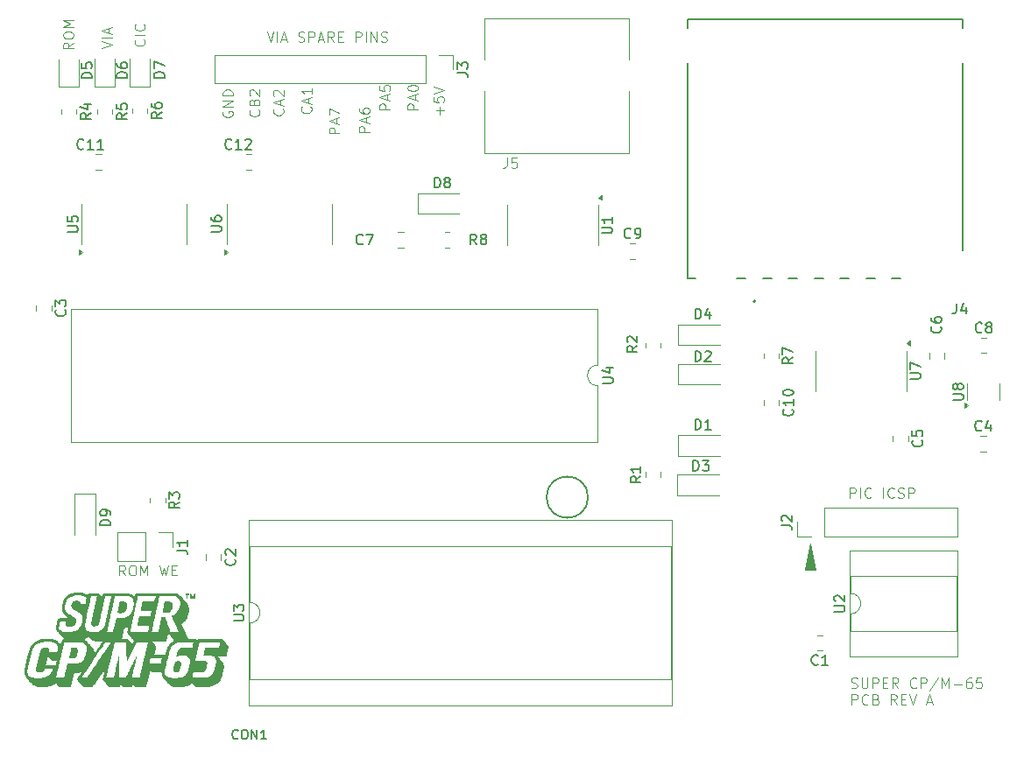
<source format=gbr>
%TF.GenerationSoftware,KiCad,Pcbnew,9.0.1*%
%TF.CreationDate,2025-04-09T19:32:53+02:00*%
%TF.ProjectId,SuperCPM65,53757065-7243-4504-9d36-352e6b696361,rev?*%
%TF.SameCoordinates,Original*%
%TF.FileFunction,Legend,Top*%
%TF.FilePolarity,Positive*%
%FSLAX46Y46*%
G04 Gerber Fmt 4.6, Leading zero omitted, Abs format (unit mm)*
G04 Created by KiCad (PCBNEW 9.0.1) date 2025-04-09 19:32:53*
%MOMM*%
%LPD*%
G01*
G04 APERTURE LIST*
%ADD10C,0.100000*%
%ADD11C,0.150000*%
%ADD12C,0.203200*%
%ADD13C,0.120000*%
%ADD14C,0.127000*%
%ADD15C,0.200000*%
%ADD16C,0.190500*%
%ADD17C,0.000000*%
G04 APERTURE END LIST*
D10*
X141500000Y-95500000D02*
X140500000Y-95500000D01*
X141000000Y-93000000D01*
X141500000Y-95500000D01*
G36*
X141500000Y-95500000D02*
G01*
X140500000Y-95500000D01*
X141000000Y-93000000D01*
X141500000Y-95500000D01*
G37*
X76577180Y-44224687D02*
X76624800Y-44272306D01*
X76624800Y-44272306D02*
X76672419Y-44415163D01*
X76672419Y-44415163D02*
X76672419Y-44510401D01*
X76672419Y-44510401D02*
X76624800Y-44653258D01*
X76624800Y-44653258D02*
X76529561Y-44748496D01*
X76529561Y-44748496D02*
X76434323Y-44796115D01*
X76434323Y-44796115D02*
X76243847Y-44843734D01*
X76243847Y-44843734D02*
X76100990Y-44843734D01*
X76100990Y-44843734D02*
X75910514Y-44796115D01*
X75910514Y-44796115D02*
X75815276Y-44748496D01*
X75815276Y-44748496D02*
X75720038Y-44653258D01*
X75720038Y-44653258D02*
X75672419Y-44510401D01*
X75672419Y-44510401D02*
X75672419Y-44415163D01*
X75672419Y-44415163D02*
X75720038Y-44272306D01*
X75720038Y-44272306D02*
X75767657Y-44224687D01*
X76672419Y-43796115D02*
X75672419Y-43796115D01*
X76577180Y-42748497D02*
X76624800Y-42796116D01*
X76624800Y-42796116D02*
X76672419Y-42938973D01*
X76672419Y-42938973D02*
X76672419Y-43034211D01*
X76672419Y-43034211D02*
X76624800Y-43177068D01*
X76624800Y-43177068D02*
X76529561Y-43272306D01*
X76529561Y-43272306D02*
X76434323Y-43319925D01*
X76434323Y-43319925D02*
X76243847Y-43367544D01*
X76243847Y-43367544D02*
X76100990Y-43367544D01*
X76100990Y-43367544D02*
X75910514Y-43319925D01*
X75910514Y-43319925D02*
X75815276Y-43272306D01*
X75815276Y-43272306D02*
X75720038Y-43177068D01*
X75720038Y-43177068D02*
X75672419Y-43034211D01*
X75672419Y-43034211D02*
X75672419Y-42938973D01*
X75672419Y-42938973D02*
X75720038Y-42796116D01*
X75720038Y-42796116D02*
X75767657Y-42748497D01*
X103072419Y-50996115D02*
X102072419Y-50996115D01*
X102072419Y-50996115D02*
X102072419Y-50615163D01*
X102072419Y-50615163D02*
X102120038Y-50519925D01*
X102120038Y-50519925D02*
X102167657Y-50472306D01*
X102167657Y-50472306D02*
X102262895Y-50424687D01*
X102262895Y-50424687D02*
X102405752Y-50424687D01*
X102405752Y-50424687D02*
X102500990Y-50472306D01*
X102500990Y-50472306D02*
X102548609Y-50519925D01*
X102548609Y-50519925D02*
X102596228Y-50615163D01*
X102596228Y-50615163D02*
X102596228Y-50996115D01*
X102786704Y-50043734D02*
X102786704Y-49567544D01*
X103072419Y-50138972D02*
X102072419Y-49805639D01*
X102072419Y-49805639D02*
X103072419Y-49472306D01*
X102072419Y-48948496D02*
X102072419Y-48853258D01*
X102072419Y-48853258D02*
X102120038Y-48758020D01*
X102120038Y-48758020D02*
X102167657Y-48710401D01*
X102167657Y-48710401D02*
X102262895Y-48662782D01*
X102262895Y-48662782D02*
X102453371Y-48615163D01*
X102453371Y-48615163D02*
X102691466Y-48615163D01*
X102691466Y-48615163D02*
X102881942Y-48662782D01*
X102881942Y-48662782D02*
X102977180Y-48710401D01*
X102977180Y-48710401D02*
X103024800Y-48758020D01*
X103024800Y-48758020D02*
X103072419Y-48853258D01*
X103072419Y-48853258D02*
X103072419Y-48948496D01*
X103072419Y-48948496D02*
X103024800Y-49043734D01*
X103024800Y-49043734D02*
X102977180Y-49091353D01*
X102977180Y-49091353D02*
X102881942Y-49138972D01*
X102881942Y-49138972D02*
X102691466Y-49186591D01*
X102691466Y-49186591D02*
X102453371Y-49186591D01*
X102453371Y-49186591D02*
X102262895Y-49138972D01*
X102262895Y-49138972D02*
X102167657Y-49091353D01*
X102167657Y-49091353D02*
X102120038Y-49043734D01*
X102120038Y-49043734D02*
X102072419Y-48948496D01*
X92677180Y-50724687D02*
X92724800Y-50772306D01*
X92724800Y-50772306D02*
X92772419Y-50915163D01*
X92772419Y-50915163D02*
X92772419Y-51010401D01*
X92772419Y-51010401D02*
X92724800Y-51153258D01*
X92724800Y-51153258D02*
X92629561Y-51248496D01*
X92629561Y-51248496D02*
X92534323Y-51296115D01*
X92534323Y-51296115D02*
X92343847Y-51343734D01*
X92343847Y-51343734D02*
X92200990Y-51343734D01*
X92200990Y-51343734D02*
X92010514Y-51296115D01*
X92010514Y-51296115D02*
X91915276Y-51248496D01*
X91915276Y-51248496D02*
X91820038Y-51153258D01*
X91820038Y-51153258D02*
X91772419Y-51010401D01*
X91772419Y-51010401D02*
X91772419Y-50915163D01*
X91772419Y-50915163D02*
X91820038Y-50772306D01*
X91820038Y-50772306D02*
X91867657Y-50724687D01*
X92486704Y-50343734D02*
X92486704Y-49867544D01*
X92772419Y-50438972D02*
X91772419Y-50105639D01*
X91772419Y-50105639D02*
X92772419Y-49772306D01*
X92772419Y-48915163D02*
X92772419Y-49486591D01*
X92772419Y-49200877D02*
X91772419Y-49200877D01*
X91772419Y-49200877D02*
X91915276Y-49296115D01*
X91915276Y-49296115D02*
X92010514Y-49391353D01*
X92010514Y-49391353D02*
X92058133Y-49486591D01*
X144956265Y-106914856D02*
X145099122Y-106962475D01*
X145099122Y-106962475D02*
X145337217Y-106962475D01*
X145337217Y-106962475D02*
X145432455Y-106914856D01*
X145432455Y-106914856D02*
X145480074Y-106867236D01*
X145480074Y-106867236D02*
X145527693Y-106771998D01*
X145527693Y-106771998D02*
X145527693Y-106676760D01*
X145527693Y-106676760D02*
X145480074Y-106581522D01*
X145480074Y-106581522D02*
X145432455Y-106533903D01*
X145432455Y-106533903D02*
X145337217Y-106486284D01*
X145337217Y-106486284D02*
X145146741Y-106438665D01*
X145146741Y-106438665D02*
X145051503Y-106391046D01*
X145051503Y-106391046D02*
X145003884Y-106343427D01*
X145003884Y-106343427D02*
X144956265Y-106248189D01*
X144956265Y-106248189D02*
X144956265Y-106152951D01*
X144956265Y-106152951D02*
X145003884Y-106057713D01*
X145003884Y-106057713D02*
X145051503Y-106010094D01*
X145051503Y-106010094D02*
X145146741Y-105962475D01*
X145146741Y-105962475D02*
X145384836Y-105962475D01*
X145384836Y-105962475D02*
X145527693Y-106010094D01*
X145956265Y-105962475D02*
X145956265Y-106771998D01*
X145956265Y-106771998D02*
X146003884Y-106867236D01*
X146003884Y-106867236D02*
X146051503Y-106914856D01*
X146051503Y-106914856D02*
X146146741Y-106962475D01*
X146146741Y-106962475D02*
X146337217Y-106962475D01*
X146337217Y-106962475D02*
X146432455Y-106914856D01*
X146432455Y-106914856D02*
X146480074Y-106867236D01*
X146480074Y-106867236D02*
X146527693Y-106771998D01*
X146527693Y-106771998D02*
X146527693Y-105962475D01*
X147003884Y-106962475D02*
X147003884Y-105962475D01*
X147003884Y-105962475D02*
X147384836Y-105962475D01*
X147384836Y-105962475D02*
X147480074Y-106010094D01*
X147480074Y-106010094D02*
X147527693Y-106057713D01*
X147527693Y-106057713D02*
X147575312Y-106152951D01*
X147575312Y-106152951D02*
X147575312Y-106295808D01*
X147575312Y-106295808D02*
X147527693Y-106391046D01*
X147527693Y-106391046D02*
X147480074Y-106438665D01*
X147480074Y-106438665D02*
X147384836Y-106486284D01*
X147384836Y-106486284D02*
X147003884Y-106486284D01*
X148003884Y-106438665D02*
X148337217Y-106438665D01*
X148480074Y-106962475D02*
X148003884Y-106962475D01*
X148003884Y-106962475D02*
X148003884Y-105962475D01*
X148003884Y-105962475D02*
X148480074Y-105962475D01*
X149480074Y-106962475D02*
X149146741Y-106486284D01*
X148908646Y-106962475D02*
X148908646Y-105962475D01*
X148908646Y-105962475D02*
X149289598Y-105962475D01*
X149289598Y-105962475D02*
X149384836Y-106010094D01*
X149384836Y-106010094D02*
X149432455Y-106057713D01*
X149432455Y-106057713D02*
X149480074Y-106152951D01*
X149480074Y-106152951D02*
X149480074Y-106295808D01*
X149480074Y-106295808D02*
X149432455Y-106391046D01*
X149432455Y-106391046D02*
X149384836Y-106438665D01*
X149384836Y-106438665D02*
X149289598Y-106486284D01*
X149289598Y-106486284D02*
X148908646Y-106486284D01*
X151241979Y-106867236D02*
X151194360Y-106914856D01*
X151194360Y-106914856D02*
X151051503Y-106962475D01*
X151051503Y-106962475D02*
X150956265Y-106962475D01*
X150956265Y-106962475D02*
X150813408Y-106914856D01*
X150813408Y-106914856D02*
X150718170Y-106819617D01*
X150718170Y-106819617D02*
X150670551Y-106724379D01*
X150670551Y-106724379D02*
X150622932Y-106533903D01*
X150622932Y-106533903D02*
X150622932Y-106391046D01*
X150622932Y-106391046D02*
X150670551Y-106200570D01*
X150670551Y-106200570D02*
X150718170Y-106105332D01*
X150718170Y-106105332D02*
X150813408Y-106010094D01*
X150813408Y-106010094D02*
X150956265Y-105962475D01*
X150956265Y-105962475D02*
X151051503Y-105962475D01*
X151051503Y-105962475D02*
X151194360Y-106010094D01*
X151194360Y-106010094D02*
X151241979Y-106057713D01*
X151670551Y-106962475D02*
X151670551Y-105962475D01*
X151670551Y-105962475D02*
X152051503Y-105962475D01*
X152051503Y-105962475D02*
X152146741Y-106010094D01*
X152146741Y-106010094D02*
X152194360Y-106057713D01*
X152194360Y-106057713D02*
X152241979Y-106152951D01*
X152241979Y-106152951D02*
X152241979Y-106295808D01*
X152241979Y-106295808D02*
X152194360Y-106391046D01*
X152194360Y-106391046D02*
X152146741Y-106438665D01*
X152146741Y-106438665D02*
X152051503Y-106486284D01*
X152051503Y-106486284D02*
X151670551Y-106486284D01*
X153384836Y-105914856D02*
X152527694Y-107200570D01*
X153718170Y-106962475D02*
X153718170Y-105962475D01*
X153718170Y-105962475D02*
X154051503Y-106676760D01*
X154051503Y-106676760D02*
X154384836Y-105962475D01*
X154384836Y-105962475D02*
X154384836Y-106962475D01*
X154861027Y-106581522D02*
X155622932Y-106581522D01*
X156527693Y-105962475D02*
X156337217Y-105962475D01*
X156337217Y-105962475D02*
X156241979Y-106010094D01*
X156241979Y-106010094D02*
X156194360Y-106057713D01*
X156194360Y-106057713D02*
X156099122Y-106200570D01*
X156099122Y-106200570D02*
X156051503Y-106391046D01*
X156051503Y-106391046D02*
X156051503Y-106771998D01*
X156051503Y-106771998D02*
X156099122Y-106867236D01*
X156099122Y-106867236D02*
X156146741Y-106914856D01*
X156146741Y-106914856D02*
X156241979Y-106962475D01*
X156241979Y-106962475D02*
X156432455Y-106962475D01*
X156432455Y-106962475D02*
X156527693Y-106914856D01*
X156527693Y-106914856D02*
X156575312Y-106867236D01*
X156575312Y-106867236D02*
X156622931Y-106771998D01*
X156622931Y-106771998D02*
X156622931Y-106533903D01*
X156622931Y-106533903D02*
X156575312Y-106438665D01*
X156575312Y-106438665D02*
X156527693Y-106391046D01*
X156527693Y-106391046D02*
X156432455Y-106343427D01*
X156432455Y-106343427D02*
X156241979Y-106343427D01*
X156241979Y-106343427D02*
X156146741Y-106391046D01*
X156146741Y-106391046D02*
X156099122Y-106438665D01*
X156099122Y-106438665D02*
X156051503Y-106533903D01*
X157527693Y-105962475D02*
X157051503Y-105962475D01*
X157051503Y-105962475D02*
X157003884Y-106438665D01*
X157003884Y-106438665D02*
X157051503Y-106391046D01*
X157051503Y-106391046D02*
X157146741Y-106343427D01*
X157146741Y-106343427D02*
X157384836Y-106343427D01*
X157384836Y-106343427D02*
X157480074Y-106391046D01*
X157480074Y-106391046D02*
X157527693Y-106438665D01*
X157527693Y-106438665D02*
X157575312Y-106533903D01*
X157575312Y-106533903D02*
X157575312Y-106771998D01*
X157575312Y-106771998D02*
X157527693Y-106867236D01*
X157527693Y-106867236D02*
X157480074Y-106914856D01*
X157480074Y-106914856D02*
X157384836Y-106962475D01*
X157384836Y-106962475D02*
X157146741Y-106962475D01*
X157146741Y-106962475D02*
X157051503Y-106914856D01*
X157051503Y-106914856D02*
X157003884Y-106867236D01*
X145003884Y-108572419D02*
X145003884Y-107572419D01*
X145003884Y-107572419D02*
X145384836Y-107572419D01*
X145384836Y-107572419D02*
X145480074Y-107620038D01*
X145480074Y-107620038D02*
X145527693Y-107667657D01*
X145527693Y-107667657D02*
X145575312Y-107762895D01*
X145575312Y-107762895D02*
X145575312Y-107905752D01*
X145575312Y-107905752D02*
X145527693Y-108000990D01*
X145527693Y-108000990D02*
X145480074Y-108048609D01*
X145480074Y-108048609D02*
X145384836Y-108096228D01*
X145384836Y-108096228D02*
X145003884Y-108096228D01*
X146575312Y-108477180D02*
X146527693Y-108524800D01*
X146527693Y-108524800D02*
X146384836Y-108572419D01*
X146384836Y-108572419D02*
X146289598Y-108572419D01*
X146289598Y-108572419D02*
X146146741Y-108524800D01*
X146146741Y-108524800D02*
X146051503Y-108429561D01*
X146051503Y-108429561D02*
X146003884Y-108334323D01*
X146003884Y-108334323D02*
X145956265Y-108143847D01*
X145956265Y-108143847D02*
X145956265Y-108000990D01*
X145956265Y-108000990D02*
X146003884Y-107810514D01*
X146003884Y-107810514D02*
X146051503Y-107715276D01*
X146051503Y-107715276D02*
X146146741Y-107620038D01*
X146146741Y-107620038D02*
X146289598Y-107572419D01*
X146289598Y-107572419D02*
X146384836Y-107572419D01*
X146384836Y-107572419D02*
X146527693Y-107620038D01*
X146527693Y-107620038D02*
X146575312Y-107667657D01*
X147337217Y-108048609D02*
X147480074Y-108096228D01*
X147480074Y-108096228D02*
X147527693Y-108143847D01*
X147527693Y-108143847D02*
X147575312Y-108239085D01*
X147575312Y-108239085D02*
X147575312Y-108381942D01*
X147575312Y-108381942D02*
X147527693Y-108477180D01*
X147527693Y-108477180D02*
X147480074Y-108524800D01*
X147480074Y-108524800D02*
X147384836Y-108572419D01*
X147384836Y-108572419D02*
X147003884Y-108572419D01*
X147003884Y-108572419D02*
X147003884Y-107572419D01*
X147003884Y-107572419D02*
X147337217Y-107572419D01*
X147337217Y-107572419D02*
X147432455Y-107620038D01*
X147432455Y-107620038D02*
X147480074Y-107667657D01*
X147480074Y-107667657D02*
X147527693Y-107762895D01*
X147527693Y-107762895D02*
X147527693Y-107858133D01*
X147527693Y-107858133D02*
X147480074Y-107953371D01*
X147480074Y-107953371D02*
X147432455Y-108000990D01*
X147432455Y-108000990D02*
X147337217Y-108048609D01*
X147337217Y-108048609D02*
X147003884Y-108048609D01*
X149337217Y-108572419D02*
X149003884Y-108096228D01*
X148765789Y-108572419D02*
X148765789Y-107572419D01*
X148765789Y-107572419D02*
X149146741Y-107572419D01*
X149146741Y-107572419D02*
X149241979Y-107620038D01*
X149241979Y-107620038D02*
X149289598Y-107667657D01*
X149289598Y-107667657D02*
X149337217Y-107762895D01*
X149337217Y-107762895D02*
X149337217Y-107905752D01*
X149337217Y-107905752D02*
X149289598Y-108000990D01*
X149289598Y-108000990D02*
X149241979Y-108048609D01*
X149241979Y-108048609D02*
X149146741Y-108096228D01*
X149146741Y-108096228D02*
X148765789Y-108096228D01*
X149765789Y-108048609D02*
X150099122Y-108048609D01*
X150241979Y-108572419D02*
X149765789Y-108572419D01*
X149765789Y-108572419D02*
X149765789Y-107572419D01*
X149765789Y-107572419D02*
X150241979Y-107572419D01*
X150527694Y-107572419D02*
X150861027Y-108572419D01*
X150861027Y-108572419D02*
X151194360Y-107572419D01*
X152241980Y-108286704D02*
X152718170Y-108286704D01*
X152146742Y-108572419D02*
X152480075Y-107572419D01*
X152480075Y-107572419D02*
X152813408Y-108572419D01*
X98372419Y-53196115D02*
X97372419Y-53196115D01*
X97372419Y-53196115D02*
X97372419Y-52815163D01*
X97372419Y-52815163D02*
X97420038Y-52719925D01*
X97420038Y-52719925D02*
X97467657Y-52672306D01*
X97467657Y-52672306D02*
X97562895Y-52624687D01*
X97562895Y-52624687D02*
X97705752Y-52624687D01*
X97705752Y-52624687D02*
X97800990Y-52672306D01*
X97800990Y-52672306D02*
X97848609Y-52719925D01*
X97848609Y-52719925D02*
X97896228Y-52815163D01*
X97896228Y-52815163D02*
X97896228Y-53196115D01*
X98086704Y-52243734D02*
X98086704Y-51767544D01*
X98372419Y-52338972D02*
X97372419Y-52005639D01*
X97372419Y-52005639D02*
X98372419Y-51672306D01*
X97372419Y-50910401D02*
X97372419Y-51100877D01*
X97372419Y-51100877D02*
X97420038Y-51196115D01*
X97420038Y-51196115D02*
X97467657Y-51243734D01*
X97467657Y-51243734D02*
X97610514Y-51338972D01*
X97610514Y-51338972D02*
X97800990Y-51386591D01*
X97800990Y-51386591D02*
X98181942Y-51386591D01*
X98181942Y-51386591D02*
X98277180Y-51338972D01*
X98277180Y-51338972D02*
X98324800Y-51291353D01*
X98324800Y-51291353D02*
X98372419Y-51196115D01*
X98372419Y-51196115D02*
X98372419Y-51005639D01*
X98372419Y-51005639D02*
X98324800Y-50910401D01*
X98324800Y-50910401D02*
X98277180Y-50862782D01*
X98277180Y-50862782D02*
X98181942Y-50815163D01*
X98181942Y-50815163D02*
X97943847Y-50815163D01*
X97943847Y-50815163D02*
X97848609Y-50862782D01*
X97848609Y-50862782D02*
X97800990Y-50910401D01*
X97800990Y-50910401D02*
X97753371Y-51005639D01*
X97753371Y-51005639D02*
X97753371Y-51196115D01*
X97753371Y-51196115D02*
X97800990Y-51291353D01*
X97800990Y-51291353D02*
X97848609Y-51338972D01*
X97848609Y-51338972D02*
X97943847Y-51386591D01*
X89977180Y-50924687D02*
X90024800Y-50972306D01*
X90024800Y-50972306D02*
X90072419Y-51115163D01*
X90072419Y-51115163D02*
X90072419Y-51210401D01*
X90072419Y-51210401D02*
X90024800Y-51353258D01*
X90024800Y-51353258D02*
X89929561Y-51448496D01*
X89929561Y-51448496D02*
X89834323Y-51496115D01*
X89834323Y-51496115D02*
X89643847Y-51543734D01*
X89643847Y-51543734D02*
X89500990Y-51543734D01*
X89500990Y-51543734D02*
X89310514Y-51496115D01*
X89310514Y-51496115D02*
X89215276Y-51448496D01*
X89215276Y-51448496D02*
X89120038Y-51353258D01*
X89120038Y-51353258D02*
X89072419Y-51210401D01*
X89072419Y-51210401D02*
X89072419Y-51115163D01*
X89072419Y-51115163D02*
X89120038Y-50972306D01*
X89120038Y-50972306D02*
X89167657Y-50924687D01*
X89786704Y-50543734D02*
X89786704Y-50067544D01*
X90072419Y-50638972D02*
X89072419Y-50305639D01*
X89072419Y-50305639D02*
X90072419Y-49972306D01*
X89167657Y-49686591D02*
X89120038Y-49638972D01*
X89120038Y-49638972D02*
X89072419Y-49543734D01*
X89072419Y-49543734D02*
X89072419Y-49305639D01*
X89072419Y-49305639D02*
X89120038Y-49210401D01*
X89120038Y-49210401D02*
X89167657Y-49162782D01*
X89167657Y-49162782D02*
X89262895Y-49115163D01*
X89262895Y-49115163D02*
X89358133Y-49115163D01*
X89358133Y-49115163D02*
X89500990Y-49162782D01*
X89500990Y-49162782D02*
X90072419Y-49734210D01*
X90072419Y-49734210D02*
X90072419Y-49115163D01*
X95472419Y-53296115D02*
X94472419Y-53296115D01*
X94472419Y-53296115D02*
X94472419Y-52915163D01*
X94472419Y-52915163D02*
X94520038Y-52819925D01*
X94520038Y-52819925D02*
X94567657Y-52772306D01*
X94567657Y-52772306D02*
X94662895Y-52724687D01*
X94662895Y-52724687D02*
X94805752Y-52724687D01*
X94805752Y-52724687D02*
X94900990Y-52772306D01*
X94900990Y-52772306D02*
X94948609Y-52819925D01*
X94948609Y-52819925D02*
X94996228Y-52915163D01*
X94996228Y-52915163D02*
X94996228Y-53296115D01*
X95186704Y-52343734D02*
X95186704Y-51867544D01*
X95472419Y-52438972D02*
X94472419Y-52105639D01*
X94472419Y-52105639D02*
X95472419Y-51772306D01*
X94472419Y-51534210D02*
X94472419Y-50867544D01*
X94472419Y-50867544D02*
X95472419Y-51296115D01*
X100372419Y-50996115D02*
X99372419Y-50996115D01*
X99372419Y-50996115D02*
X99372419Y-50615163D01*
X99372419Y-50615163D02*
X99420038Y-50519925D01*
X99420038Y-50519925D02*
X99467657Y-50472306D01*
X99467657Y-50472306D02*
X99562895Y-50424687D01*
X99562895Y-50424687D02*
X99705752Y-50424687D01*
X99705752Y-50424687D02*
X99800990Y-50472306D01*
X99800990Y-50472306D02*
X99848609Y-50519925D01*
X99848609Y-50519925D02*
X99896228Y-50615163D01*
X99896228Y-50615163D02*
X99896228Y-50996115D01*
X100086704Y-50043734D02*
X100086704Y-49567544D01*
X100372419Y-50138972D02*
X99372419Y-49805639D01*
X99372419Y-49805639D02*
X100372419Y-49472306D01*
X99372419Y-48662782D02*
X99372419Y-49138972D01*
X99372419Y-49138972D02*
X99848609Y-49186591D01*
X99848609Y-49186591D02*
X99800990Y-49138972D01*
X99800990Y-49138972D02*
X99753371Y-49043734D01*
X99753371Y-49043734D02*
X99753371Y-48805639D01*
X99753371Y-48805639D02*
X99800990Y-48710401D01*
X99800990Y-48710401D02*
X99848609Y-48662782D01*
X99848609Y-48662782D02*
X99943847Y-48615163D01*
X99943847Y-48615163D02*
X100181942Y-48615163D01*
X100181942Y-48615163D02*
X100277180Y-48662782D01*
X100277180Y-48662782D02*
X100324800Y-48710401D01*
X100324800Y-48710401D02*
X100372419Y-48805639D01*
X100372419Y-48805639D02*
X100372419Y-49043734D01*
X100372419Y-49043734D02*
X100324800Y-49138972D01*
X100324800Y-49138972D02*
X100277180Y-49186591D01*
X105191466Y-51496115D02*
X105191466Y-50734211D01*
X105572419Y-51115163D02*
X104810514Y-51115163D01*
X104572419Y-49781830D02*
X104572419Y-50258020D01*
X104572419Y-50258020D02*
X105048609Y-50305639D01*
X105048609Y-50305639D02*
X105000990Y-50258020D01*
X105000990Y-50258020D02*
X104953371Y-50162782D01*
X104953371Y-50162782D02*
X104953371Y-49924687D01*
X104953371Y-49924687D02*
X105000990Y-49829449D01*
X105000990Y-49829449D02*
X105048609Y-49781830D01*
X105048609Y-49781830D02*
X105143847Y-49734211D01*
X105143847Y-49734211D02*
X105381942Y-49734211D01*
X105381942Y-49734211D02*
X105477180Y-49781830D01*
X105477180Y-49781830D02*
X105524800Y-49829449D01*
X105524800Y-49829449D02*
X105572419Y-49924687D01*
X105572419Y-49924687D02*
X105572419Y-50162782D01*
X105572419Y-50162782D02*
X105524800Y-50258020D01*
X105524800Y-50258020D02*
X105477180Y-50305639D01*
X104572419Y-49448496D02*
X105572419Y-49115163D01*
X105572419Y-49115163D02*
X104572419Y-48781830D01*
X74775312Y-96072419D02*
X74441979Y-95596228D01*
X74203884Y-96072419D02*
X74203884Y-95072419D01*
X74203884Y-95072419D02*
X74584836Y-95072419D01*
X74584836Y-95072419D02*
X74680074Y-95120038D01*
X74680074Y-95120038D02*
X74727693Y-95167657D01*
X74727693Y-95167657D02*
X74775312Y-95262895D01*
X74775312Y-95262895D02*
X74775312Y-95405752D01*
X74775312Y-95405752D02*
X74727693Y-95500990D01*
X74727693Y-95500990D02*
X74680074Y-95548609D01*
X74680074Y-95548609D02*
X74584836Y-95596228D01*
X74584836Y-95596228D02*
X74203884Y-95596228D01*
X75394360Y-95072419D02*
X75584836Y-95072419D01*
X75584836Y-95072419D02*
X75680074Y-95120038D01*
X75680074Y-95120038D02*
X75775312Y-95215276D01*
X75775312Y-95215276D02*
X75822931Y-95405752D01*
X75822931Y-95405752D02*
X75822931Y-95739085D01*
X75822931Y-95739085D02*
X75775312Y-95929561D01*
X75775312Y-95929561D02*
X75680074Y-96024800D01*
X75680074Y-96024800D02*
X75584836Y-96072419D01*
X75584836Y-96072419D02*
X75394360Y-96072419D01*
X75394360Y-96072419D02*
X75299122Y-96024800D01*
X75299122Y-96024800D02*
X75203884Y-95929561D01*
X75203884Y-95929561D02*
X75156265Y-95739085D01*
X75156265Y-95739085D02*
X75156265Y-95405752D01*
X75156265Y-95405752D02*
X75203884Y-95215276D01*
X75203884Y-95215276D02*
X75299122Y-95120038D01*
X75299122Y-95120038D02*
X75394360Y-95072419D01*
X76251503Y-96072419D02*
X76251503Y-95072419D01*
X76251503Y-95072419D02*
X76584836Y-95786704D01*
X76584836Y-95786704D02*
X76918169Y-95072419D01*
X76918169Y-95072419D02*
X76918169Y-96072419D01*
X78061027Y-95072419D02*
X78299122Y-96072419D01*
X78299122Y-96072419D02*
X78489598Y-95358133D01*
X78489598Y-95358133D02*
X78680074Y-96072419D01*
X78680074Y-96072419D02*
X78918170Y-95072419D01*
X79299122Y-95548609D02*
X79632455Y-95548609D01*
X79775312Y-96072419D02*
X79299122Y-96072419D01*
X79299122Y-96072419D02*
X79299122Y-95072419D01*
X79299122Y-95072419D02*
X79775312Y-95072419D01*
X87677180Y-51024687D02*
X87724800Y-51072306D01*
X87724800Y-51072306D02*
X87772419Y-51215163D01*
X87772419Y-51215163D02*
X87772419Y-51310401D01*
X87772419Y-51310401D02*
X87724800Y-51453258D01*
X87724800Y-51453258D02*
X87629561Y-51548496D01*
X87629561Y-51548496D02*
X87534323Y-51596115D01*
X87534323Y-51596115D02*
X87343847Y-51643734D01*
X87343847Y-51643734D02*
X87200990Y-51643734D01*
X87200990Y-51643734D02*
X87010514Y-51596115D01*
X87010514Y-51596115D02*
X86915276Y-51548496D01*
X86915276Y-51548496D02*
X86820038Y-51453258D01*
X86820038Y-51453258D02*
X86772419Y-51310401D01*
X86772419Y-51310401D02*
X86772419Y-51215163D01*
X86772419Y-51215163D02*
X86820038Y-51072306D01*
X86820038Y-51072306D02*
X86867657Y-51024687D01*
X87248609Y-50262782D02*
X87296228Y-50119925D01*
X87296228Y-50119925D02*
X87343847Y-50072306D01*
X87343847Y-50072306D02*
X87439085Y-50024687D01*
X87439085Y-50024687D02*
X87581942Y-50024687D01*
X87581942Y-50024687D02*
X87677180Y-50072306D01*
X87677180Y-50072306D02*
X87724800Y-50119925D01*
X87724800Y-50119925D02*
X87772419Y-50215163D01*
X87772419Y-50215163D02*
X87772419Y-50596115D01*
X87772419Y-50596115D02*
X86772419Y-50596115D01*
X86772419Y-50596115D02*
X86772419Y-50262782D01*
X86772419Y-50262782D02*
X86820038Y-50167544D01*
X86820038Y-50167544D02*
X86867657Y-50119925D01*
X86867657Y-50119925D02*
X86962895Y-50072306D01*
X86962895Y-50072306D02*
X87058133Y-50072306D01*
X87058133Y-50072306D02*
X87153371Y-50119925D01*
X87153371Y-50119925D02*
X87200990Y-50167544D01*
X87200990Y-50167544D02*
X87248609Y-50262782D01*
X87248609Y-50262782D02*
X87248609Y-50596115D01*
X86867657Y-49643734D02*
X86820038Y-49596115D01*
X86820038Y-49596115D02*
X86772419Y-49500877D01*
X86772419Y-49500877D02*
X86772419Y-49262782D01*
X86772419Y-49262782D02*
X86820038Y-49167544D01*
X86820038Y-49167544D02*
X86867657Y-49119925D01*
X86867657Y-49119925D02*
X86962895Y-49072306D01*
X86962895Y-49072306D02*
X87058133Y-49072306D01*
X87058133Y-49072306D02*
X87200990Y-49119925D01*
X87200990Y-49119925D02*
X87772419Y-49691353D01*
X87772419Y-49691353D02*
X87772419Y-49072306D01*
X144803884Y-88572419D02*
X144803884Y-87572419D01*
X144803884Y-87572419D02*
X145184836Y-87572419D01*
X145184836Y-87572419D02*
X145280074Y-87620038D01*
X145280074Y-87620038D02*
X145327693Y-87667657D01*
X145327693Y-87667657D02*
X145375312Y-87762895D01*
X145375312Y-87762895D02*
X145375312Y-87905752D01*
X145375312Y-87905752D02*
X145327693Y-88000990D01*
X145327693Y-88000990D02*
X145280074Y-88048609D01*
X145280074Y-88048609D02*
X145184836Y-88096228D01*
X145184836Y-88096228D02*
X144803884Y-88096228D01*
X145803884Y-88572419D02*
X145803884Y-87572419D01*
X146851502Y-88477180D02*
X146803883Y-88524800D01*
X146803883Y-88524800D02*
X146661026Y-88572419D01*
X146661026Y-88572419D02*
X146565788Y-88572419D01*
X146565788Y-88572419D02*
X146422931Y-88524800D01*
X146422931Y-88524800D02*
X146327693Y-88429561D01*
X146327693Y-88429561D02*
X146280074Y-88334323D01*
X146280074Y-88334323D02*
X146232455Y-88143847D01*
X146232455Y-88143847D02*
X146232455Y-88000990D01*
X146232455Y-88000990D02*
X146280074Y-87810514D01*
X146280074Y-87810514D02*
X146327693Y-87715276D01*
X146327693Y-87715276D02*
X146422931Y-87620038D01*
X146422931Y-87620038D02*
X146565788Y-87572419D01*
X146565788Y-87572419D02*
X146661026Y-87572419D01*
X146661026Y-87572419D02*
X146803883Y-87620038D01*
X146803883Y-87620038D02*
X146851502Y-87667657D01*
X148041979Y-88572419D02*
X148041979Y-87572419D01*
X149089597Y-88477180D02*
X149041978Y-88524800D01*
X149041978Y-88524800D02*
X148899121Y-88572419D01*
X148899121Y-88572419D02*
X148803883Y-88572419D01*
X148803883Y-88572419D02*
X148661026Y-88524800D01*
X148661026Y-88524800D02*
X148565788Y-88429561D01*
X148565788Y-88429561D02*
X148518169Y-88334323D01*
X148518169Y-88334323D02*
X148470550Y-88143847D01*
X148470550Y-88143847D02*
X148470550Y-88000990D01*
X148470550Y-88000990D02*
X148518169Y-87810514D01*
X148518169Y-87810514D02*
X148565788Y-87715276D01*
X148565788Y-87715276D02*
X148661026Y-87620038D01*
X148661026Y-87620038D02*
X148803883Y-87572419D01*
X148803883Y-87572419D02*
X148899121Y-87572419D01*
X148899121Y-87572419D02*
X149041978Y-87620038D01*
X149041978Y-87620038D02*
X149089597Y-87667657D01*
X149470550Y-88524800D02*
X149613407Y-88572419D01*
X149613407Y-88572419D02*
X149851502Y-88572419D01*
X149851502Y-88572419D02*
X149946740Y-88524800D01*
X149946740Y-88524800D02*
X149994359Y-88477180D01*
X149994359Y-88477180D02*
X150041978Y-88381942D01*
X150041978Y-88381942D02*
X150041978Y-88286704D01*
X150041978Y-88286704D02*
X149994359Y-88191466D01*
X149994359Y-88191466D02*
X149946740Y-88143847D01*
X149946740Y-88143847D02*
X149851502Y-88096228D01*
X149851502Y-88096228D02*
X149661026Y-88048609D01*
X149661026Y-88048609D02*
X149565788Y-88000990D01*
X149565788Y-88000990D02*
X149518169Y-87953371D01*
X149518169Y-87953371D02*
X149470550Y-87858133D01*
X149470550Y-87858133D02*
X149470550Y-87762895D01*
X149470550Y-87762895D02*
X149518169Y-87667657D01*
X149518169Y-87667657D02*
X149565788Y-87620038D01*
X149565788Y-87620038D02*
X149661026Y-87572419D01*
X149661026Y-87572419D02*
X149899121Y-87572419D01*
X149899121Y-87572419D02*
X150041978Y-87620038D01*
X150470550Y-88572419D02*
X150470550Y-87572419D01*
X150470550Y-87572419D02*
X150851502Y-87572419D01*
X150851502Y-87572419D02*
X150946740Y-87620038D01*
X150946740Y-87620038D02*
X150994359Y-87667657D01*
X150994359Y-87667657D02*
X151041978Y-87762895D01*
X151041978Y-87762895D02*
X151041978Y-87905752D01*
X151041978Y-87905752D02*
X150994359Y-88000990D01*
X150994359Y-88000990D02*
X150946740Y-88048609D01*
X150946740Y-88048609D02*
X150851502Y-88096228D01*
X150851502Y-88096228D02*
X150470550Y-88096228D01*
X72472419Y-45038972D02*
X73472419Y-44705639D01*
X73472419Y-44705639D02*
X72472419Y-44372306D01*
X73472419Y-44038972D02*
X72472419Y-44038972D01*
X73186704Y-43610401D02*
X73186704Y-43134211D01*
X73472419Y-43705639D02*
X72472419Y-43372306D01*
X72472419Y-43372306D02*
X73472419Y-43038973D01*
X88461027Y-43472419D02*
X88794360Y-44472419D01*
X88794360Y-44472419D02*
X89127693Y-43472419D01*
X89461027Y-44472419D02*
X89461027Y-43472419D01*
X89889598Y-44186704D02*
X90365788Y-44186704D01*
X89794360Y-44472419D02*
X90127693Y-43472419D01*
X90127693Y-43472419D02*
X90461026Y-44472419D01*
X91508646Y-44424800D02*
X91651503Y-44472419D01*
X91651503Y-44472419D02*
X91889598Y-44472419D01*
X91889598Y-44472419D02*
X91984836Y-44424800D01*
X91984836Y-44424800D02*
X92032455Y-44377180D01*
X92032455Y-44377180D02*
X92080074Y-44281942D01*
X92080074Y-44281942D02*
X92080074Y-44186704D01*
X92080074Y-44186704D02*
X92032455Y-44091466D01*
X92032455Y-44091466D02*
X91984836Y-44043847D01*
X91984836Y-44043847D02*
X91889598Y-43996228D01*
X91889598Y-43996228D02*
X91699122Y-43948609D01*
X91699122Y-43948609D02*
X91603884Y-43900990D01*
X91603884Y-43900990D02*
X91556265Y-43853371D01*
X91556265Y-43853371D02*
X91508646Y-43758133D01*
X91508646Y-43758133D02*
X91508646Y-43662895D01*
X91508646Y-43662895D02*
X91556265Y-43567657D01*
X91556265Y-43567657D02*
X91603884Y-43520038D01*
X91603884Y-43520038D02*
X91699122Y-43472419D01*
X91699122Y-43472419D02*
X91937217Y-43472419D01*
X91937217Y-43472419D02*
X92080074Y-43520038D01*
X92508646Y-44472419D02*
X92508646Y-43472419D01*
X92508646Y-43472419D02*
X92889598Y-43472419D01*
X92889598Y-43472419D02*
X92984836Y-43520038D01*
X92984836Y-43520038D02*
X93032455Y-43567657D01*
X93032455Y-43567657D02*
X93080074Y-43662895D01*
X93080074Y-43662895D02*
X93080074Y-43805752D01*
X93080074Y-43805752D02*
X93032455Y-43900990D01*
X93032455Y-43900990D02*
X92984836Y-43948609D01*
X92984836Y-43948609D02*
X92889598Y-43996228D01*
X92889598Y-43996228D02*
X92508646Y-43996228D01*
X93461027Y-44186704D02*
X93937217Y-44186704D01*
X93365789Y-44472419D02*
X93699122Y-43472419D01*
X93699122Y-43472419D02*
X94032455Y-44472419D01*
X94937217Y-44472419D02*
X94603884Y-43996228D01*
X94365789Y-44472419D02*
X94365789Y-43472419D01*
X94365789Y-43472419D02*
X94746741Y-43472419D01*
X94746741Y-43472419D02*
X94841979Y-43520038D01*
X94841979Y-43520038D02*
X94889598Y-43567657D01*
X94889598Y-43567657D02*
X94937217Y-43662895D01*
X94937217Y-43662895D02*
X94937217Y-43805752D01*
X94937217Y-43805752D02*
X94889598Y-43900990D01*
X94889598Y-43900990D02*
X94841979Y-43948609D01*
X94841979Y-43948609D02*
X94746741Y-43996228D01*
X94746741Y-43996228D02*
X94365789Y-43996228D01*
X95365789Y-43948609D02*
X95699122Y-43948609D01*
X95841979Y-44472419D02*
X95365789Y-44472419D01*
X95365789Y-44472419D02*
X95365789Y-43472419D01*
X95365789Y-43472419D02*
X95841979Y-43472419D01*
X97032456Y-44472419D02*
X97032456Y-43472419D01*
X97032456Y-43472419D02*
X97413408Y-43472419D01*
X97413408Y-43472419D02*
X97508646Y-43520038D01*
X97508646Y-43520038D02*
X97556265Y-43567657D01*
X97556265Y-43567657D02*
X97603884Y-43662895D01*
X97603884Y-43662895D02*
X97603884Y-43805752D01*
X97603884Y-43805752D02*
X97556265Y-43900990D01*
X97556265Y-43900990D02*
X97508646Y-43948609D01*
X97508646Y-43948609D02*
X97413408Y-43996228D01*
X97413408Y-43996228D02*
X97032456Y-43996228D01*
X98032456Y-44472419D02*
X98032456Y-43472419D01*
X98508646Y-44472419D02*
X98508646Y-43472419D01*
X98508646Y-43472419D02*
X99080074Y-44472419D01*
X99080074Y-44472419D02*
X99080074Y-43472419D01*
X99508646Y-44424800D02*
X99651503Y-44472419D01*
X99651503Y-44472419D02*
X99889598Y-44472419D01*
X99889598Y-44472419D02*
X99984836Y-44424800D01*
X99984836Y-44424800D02*
X100032455Y-44377180D01*
X100032455Y-44377180D02*
X100080074Y-44281942D01*
X100080074Y-44281942D02*
X100080074Y-44186704D01*
X100080074Y-44186704D02*
X100032455Y-44091466D01*
X100032455Y-44091466D02*
X99984836Y-44043847D01*
X99984836Y-44043847D02*
X99889598Y-43996228D01*
X99889598Y-43996228D02*
X99699122Y-43948609D01*
X99699122Y-43948609D02*
X99603884Y-43900990D01*
X99603884Y-43900990D02*
X99556265Y-43853371D01*
X99556265Y-43853371D02*
X99508646Y-43758133D01*
X99508646Y-43758133D02*
X99508646Y-43662895D01*
X99508646Y-43662895D02*
X99556265Y-43567657D01*
X99556265Y-43567657D02*
X99603884Y-43520038D01*
X99603884Y-43520038D02*
X99699122Y-43472419D01*
X99699122Y-43472419D02*
X99937217Y-43472419D01*
X99937217Y-43472419D02*
X100080074Y-43520038D01*
X84220038Y-51172306D02*
X84172419Y-51267544D01*
X84172419Y-51267544D02*
X84172419Y-51410401D01*
X84172419Y-51410401D02*
X84220038Y-51553258D01*
X84220038Y-51553258D02*
X84315276Y-51648496D01*
X84315276Y-51648496D02*
X84410514Y-51696115D01*
X84410514Y-51696115D02*
X84600990Y-51743734D01*
X84600990Y-51743734D02*
X84743847Y-51743734D01*
X84743847Y-51743734D02*
X84934323Y-51696115D01*
X84934323Y-51696115D02*
X85029561Y-51648496D01*
X85029561Y-51648496D02*
X85124800Y-51553258D01*
X85124800Y-51553258D02*
X85172419Y-51410401D01*
X85172419Y-51410401D02*
X85172419Y-51315163D01*
X85172419Y-51315163D02*
X85124800Y-51172306D01*
X85124800Y-51172306D02*
X85077180Y-51124687D01*
X85077180Y-51124687D02*
X84743847Y-51124687D01*
X84743847Y-51124687D02*
X84743847Y-51315163D01*
X85172419Y-50696115D02*
X84172419Y-50696115D01*
X84172419Y-50696115D02*
X85172419Y-50124687D01*
X85172419Y-50124687D02*
X84172419Y-50124687D01*
X85172419Y-49648496D02*
X84172419Y-49648496D01*
X84172419Y-49648496D02*
X84172419Y-49410401D01*
X84172419Y-49410401D02*
X84220038Y-49267544D01*
X84220038Y-49267544D02*
X84315276Y-49172306D01*
X84315276Y-49172306D02*
X84410514Y-49124687D01*
X84410514Y-49124687D02*
X84600990Y-49077068D01*
X84600990Y-49077068D02*
X84743847Y-49077068D01*
X84743847Y-49077068D02*
X84934323Y-49124687D01*
X84934323Y-49124687D02*
X85029561Y-49172306D01*
X85029561Y-49172306D02*
X85124800Y-49267544D01*
X85124800Y-49267544D02*
X85172419Y-49410401D01*
X85172419Y-49410401D02*
X85172419Y-49648496D01*
X69772419Y-44524687D02*
X69296228Y-44858020D01*
X69772419Y-45096115D02*
X68772419Y-45096115D01*
X68772419Y-45096115D02*
X68772419Y-44715163D01*
X68772419Y-44715163D02*
X68820038Y-44619925D01*
X68820038Y-44619925D02*
X68867657Y-44572306D01*
X68867657Y-44572306D02*
X68962895Y-44524687D01*
X68962895Y-44524687D02*
X69105752Y-44524687D01*
X69105752Y-44524687D02*
X69200990Y-44572306D01*
X69200990Y-44572306D02*
X69248609Y-44619925D01*
X69248609Y-44619925D02*
X69296228Y-44715163D01*
X69296228Y-44715163D02*
X69296228Y-45096115D01*
X68772419Y-43905639D02*
X68772419Y-43715163D01*
X68772419Y-43715163D02*
X68820038Y-43619925D01*
X68820038Y-43619925D02*
X68915276Y-43524687D01*
X68915276Y-43524687D02*
X69105752Y-43477068D01*
X69105752Y-43477068D02*
X69439085Y-43477068D01*
X69439085Y-43477068D02*
X69629561Y-43524687D01*
X69629561Y-43524687D02*
X69724800Y-43619925D01*
X69724800Y-43619925D02*
X69772419Y-43715163D01*
X69772419Y-43715163D02*
X69772419Y-43905639D01*
X69772419Y-43905639D02*
X69724800Y-44000877D01*
X69724800Y-44000877D02*
X69629561Y-44096115D01*
X69629561Y-44096115D02*
X69439085Y-44143734D01*
X69439085Y-44143734D02*
X69105752Y-44143734D01*
X69105752Y-44143734D02*
X68915276Y-44096115D01*
X68915276Y-44096115D02*
X68820038Y-44000877D01*
X68820038Y-44000877D02*
X68772419Y-43905639D01*
X69772419Y-43048496D02*
X68772419Y-43048496D01*
X68772419Y-43048496D02*
X69486704Y-42715163D01*
X69486704Y-42715163D02*
X68772419Y-42381830D01*
X68772419Y-42381830D02*
X69772419Y-42381830D01*
D11*
X69199819Y-62861904D02*
X70009342Y-62861904D01*
X70009342Y-62861904D02*
X70104580Y-62814285D01*
X70104580Y-62814285D02*
X70152200Y-62766666D01*
X70152200Y-62766666D02*
X70199819Y-62671428D01*
X70199819Y-62671428D02*
X70199819Y-62480952D01*
X70199819Y-62480952D02*
X70152200Y-62385714D01*
X70152200Y-62385714D02*
X70104580Y-62338095D01*
X70104580Y-62338095D02*
X70009342Y-62290476D01*
X70009342Y-62290476D02*
X69199819Y-62290476D01*
X69199819Y-61338095D02*
X69199819Y-61814285D01*
X69199819Y-61814285D02*
X69676009Y-61861904D01*
X69676009Y-61861904D02*
X69628390Y-61814285D01*
X69628390Y-61814285D02*
X69580771Y-61719047D01*
X69580771Y-61719047D02*
X69580771Y-61480952D01*
X69580771Y-61480952D02*
X69628390Y-61385714D01*
X69628390Y-61385714D02*
X69676009Y-61338095D01*
X69676009Y-61338095D02*
X69771247Y-61290476D01*
X69771247Y-61290476D02*
X70009342Y-61290476D01*
X70009342Y-61290476D02*
X70104580Y-61338095D01*
X70104580Y-61338095D02*
X70152200Y-61385714D01*
X70152200Y-61385714D02*
X70199819Y-61480952D01*
X70199819Y-61480952D02*
X70199819Y-61719047D01*
X70199819Y-61719047D02*
X70152200Y-61814285D01*
X70152200Y-61814285D02*
X70104580Y-61861904D01*
X129661905Y-85954819D02*
X129661905Y-84954819D01*
X129661905Y-84954819D02*
X129900000Y-84954819D01*
X129900000Y-84954819D02*
X130042857Y-85002438D01*
X130042857Y-85002438D02*
X130138095Y-85097676D01*
X130138095Y-85097676D02*
X130185714Y-85192914D01*
X130185714Y-85192914D02*
X130233333Y-85383390D01*
X130233333Y-85383390D02*
X130233333Y-85526247D01*
X130233333Y-85526247D02*
X130185714Y-85716723D01*
X130185714Y-85716723D02*
X130138095Y-85811961D01*
X130138095Y-85811961D02*
X130042857Y-85907200D01*
X130042857Y-85907200D02*
X129900000Y-85954819D01*
X129900000Y-85954819D02*
X129661905Y-85954819D01*
X130566667Y-84954819D02*
X131185714Y-84954819D01*
X131185714Y-84954819D02*
X130852381Y-85335771D01*
X130852381Y-85335771D02*
X130995238Y-85335771D01*
X130995238Y-85335771D02*
X131090476Y-85383390D01*
X131090476Y-85383390D02*
X131138095Y-85431009D01*
X131138095Y-85431009D02*
X131185714Y-85526247D01*
X131185714Y-85526247D02*
X131185714Y-85764342D01*
X131185714Y-85764342D02*
X131138095Y-85859580D01*
X131138095Y-85859580D02*
X131090476Y-85907200D01*
X131090476Y-85907200D02*
X130995238Y-85954819D01*
X130995238Y-85954819D02*
X130709524Y-85954819D01*
X130709524Y-85954819D02*
X130614286Y-85907200D01*
X130614286Y-85907200D02*
X130566667Y-85859580D01*
X120904819Y-77481904D02*
X121714342Y-77481904D01*
X121714342Y-77481904D02*
X121809580Y-77434285D01*
X121809580Y-77434285D02*
X121857200Y-77386666D01*
X121857200Y-77386666D02*
X121904819Y-77291428D01*
X121904819Y-77291428D02*
X121904819Y-77100952D01*
X121904819Y-77100952D02*
X121857200Y-77005714D01*
X121857200Y-77005714D02*
X121809580Y-76958095D01*
X121809580Y-76958095D02*
X121714342Y-76910476D01*
X121714342Y-76910476D02*
X120904819Y-76910476D01*
X121238152Y-76005714D02*
X121904819Y-76005714D01*
X120857200Y-76243809D02*
X121571485Y-76481904D01*
X121571485Y-76481904D02*
X121571485Y-75862857D01*
X150634819Y-77061904D02*
X151444342Y-77061904D01*
X151444342Y-77061904D02*
X151539580Y-77014285D01*
X151539580Y-77014285D02*
X151587200Y-76966666D01*
X151587200Y-76966666D02*
X151634819Y-76871428D01*
X151634819Y-76871428D02*
X151634819Y-76680952D01*
X151634819Y-76680952D02*
X151587200Y-76585714D01*
X151587200Y-76585714D02*
X151539580Y-76538095D01*
X151539580Y-76538095D02*
X151444342Y-76490476D01*
X151444342Y-76490476D02*
X150634819Y-76490476D01*
X150634819Y-76109523D02*
X150634819Y-75442857D01*
X150634819Y-75442857D02*
X151634819Y-75871428D01*
X138224819Y-91233333D02*
X138939104Y-91233333D01*
X138939104Y-91233333D02*
X139081961Y-91280952D01*
X139081961Y-91280952D02*
X139177200Y-91376190D01*
X139177200Y-91376190D02*
X139224819Y-91519047D01*
X139224819Y-91519047D02*
X139224819Y-91614285D01*
X138320057Y-90804761D02*
X138272438Y-90757142D01*
X138272438Y-90757142D02*
X138224819Y-90661904D01*
X138224819Y-90661904D02*
X138224819Y-90423809D01*
X138224819Y-90423809D02*
X138272438Y-90328571D01*
X138272438Y-90328571D02*
X138320057Y-90280952D01*
X138320057Y-90280952D02*
X138415295Y-90233333D01*
X138415295Y-90233333D02*
X138510533Y-90233333D01*
X138510533Y-90233333D02*
X138653390Y-90280952D01*
X138653390Y-90280952D02*
X139224819Y-90852380D01*
X139224819Y-90852380D02*
X139224819Y-90233333D01*
X106884819Y-47433333D02*
X107599104Y-47433333D01*
X107599104Y-47433333D02*
X107741961Y-47480952D01*
X107741961Y-47480952D02*
X107837200Y-47576190D01*
X107837200Y-47576190D02*
X107884819Y-47719047D01*
X107884819Y-47719047D02*
X107884819Y-47814285D01*
X106884819Y-47052380D02*
X106884819Y-46433333D01*
X106884819Y-46433333D02*
X107265771Y-46766666D01*
X107265771Y-46766666D02*
X107265771Y-46623809D01*
X107265771Y-46623809D02*
X107313390Y-46528571D01*
X107313390Y-46528571D02*
X107361009Y-46480952D01*
X107361009Y-46480952D02*
X107456247Y-46433333D01*
X107456247Y-46433333D02*
X107694342Y-46433333D01*
X107694342Y-46433333D02*
X107789580Y-46480952D01*
X107789580Y-46480952D02*
X107837200Y-46528571D01*
X107837200Y-46528571D02*
X107884819Y-46623809D01*
X107884819Y-46623809D02*
X107884819Y-46909523D01*
X107884819Y-46909523D02*
X107837200Y-47004761D01*
X107837200Y-47004761D02*
X107789580Y-47052380D01*
X97733333Y-63959580D02*
X97685714Y-64007200D01*
X97685714Y-64007200D02*
X97542857Y-64054819D01*
X97542857Y-64054819D02*
X97447619Y-64054819D01*
X97447619Y-64054819D02*
X97304762Y-64007200D01*
X97304762Y-64007200D02*
X97209524Y-63911961D01*
X97209524Y-63911961D02*
X97161905Y-63816723D01*
X97161905Y-63816723D02*
X97114286Y-63626247D01*
X97114286Y-63626247D02*
X97114286Y-63483390D01*
X97114286Y-63483390D02*
X97161905Y-63292914D01*
X97161905Y-63292914D02*
X97209524Y-63197676D01*
X97209524Y-63197676D02*
X97304762Y-63102438D01*
X97304762Y-63102438D02*
X97447619Y-63054819D01*
X97447619Y-63054819D02*
X97542857Y-63054819D01*
X97542857Y-63054819D02*
X97685714Y-63102438D01*
X97685714Y-63102438D02*
X97733333Y-63150057D01*
X98066667Y-63054819D02*
X98733333Y-63054819D01*
X98733333Y-63054819D02*
X98304762Y-64054819D01*
X74954819Y-51366666D02*
X74478628Y-51699999D01*
X74954819Y-51938094D02*
X73954819Y-51938094D01*
X73954819Y-51938094D02*
X73954819Y-51557142D01*
X73954819Y-51557142D02*
X74002438Y-51461904D01*
X74002438Y-51461904D02*
X74050057Y-51414285D01*
X74050057Y-51414285D02*
X74145295Y-51366666D01*
X74145295Y-51366666D02*
X74288152Y-51366666D01*
X74288152Y-51366666D02*
X74383390Y-51414285D01*
X74383390Y-51414285D02*
X74431009Y-51461904D01*
X74431009Y-51461904D02*
X74478628Y-51557142D01*
X74478628Y-51557142D02*
X74478628Y-51938094D01*
X73954819Y-50461904D02*
X73954819Y-50938094D01*
X73954819Y-50938094D02*
X74431009Y-50985713D01*
X74431009Y-50985713D02*
X74383390Y-50938094D01*
X74383390Y-50938094D02*
X74335771Y-50842856D01*
X74335771Y-50842856D02*
X74335771Y-50604761D01*
X74335771Y-50604761D02*
X74383390Y-50509523D01*
X74383390Y-50509523D02*
X74431009Y-50461904D01*
X74431009Y-50461904D02*
X74526247Y-50414285D01*
X74526247Y-50414285D02*
X74764342Y-50414285D01*
X74764342Y-50414285D02*
X74859580Y-50461904D01*
X74859580Y-50461904D02*
X74907200Y-50509523D01*
X74907200Y-50509523D02*
X74954819Y-50604761D01*
X74954819Y-50604761D02*
X74954819Y-50842856D01*
X74954819Y-50842856D02*
X74907200Y-50938094D01*
X74907200Y-50938094D02*
X74859580Y-50985713D01*
X153569580Y-71991666D02*
X153617200Y-72039285D01*
X153617200Y-72039285D02*
X153664819Y-72182142D01*
X153664819Y-72182142D02*
X153664819Y-72277380D01*
X153664819Y-72277380D02*
X153617200Y-72420237D01*
X153617200Y-72420237D02*
X153521961Y-72515475D01*
X153521961Y-72515475D02*
X153426723Y-72563094D01*
X153426723Y-72563094D02*
X153236247Y-72610713D01*
X153236247Y-72610713D02*
X153093390Y-72610713D01*
X153093390Y-72610713D02*
X152902914Y-72563094D01*
X152902914Y-72563094D02*
X152807676Y-72515475D01*
X152807676Y-72515475D02*
X152712438Y-72420237D01*
X152712438Y-72420237D02*
X152664819Y-72277380D01*
X152664819Y-72277380D02*
X152664819Y-72182142D01*
X152664819Y-72182142D02*
X152712438Y-72039285D01*
X152712438Y-72039285D02*
X152760057Y-71991666D01*
X152664819Y-71134523D02*
X152664819Y-71324999D01*
X152664819Y-71324999D02*
X152712438Y-71420237D01*
X152712438Y-71420237D02*
X152760057Y-71467856D01*
X152760057Y-71467856D02*
X152902914Y-71563094D01*
X152902914Y-71563094D02*
X153093390Y-71610713D01*
X153093390Y-71610713D02*
X153474342Y-71610713D01*
X153474342Y-71610713D02*
X153569580Y-71563094D01*
X153569580Y-71563094D02*
X153617200Y-71515475D01*
X153617200Y-71515475D02*
X153664819Y-71420237D01*
X153664819Y-71420237D02*
X153664819Y-71229761D01*
X153664819Y-71229761D02*
X153617200Y-71134523D01*
X153617200Y-71134523D02*
X153569580Y-71086904D01*
X153569580Y-71086904D02*
X153474342Y-71039285D01*
X153474342Y-71039285D02*
X153236247Y-71039285D01*
X153236247Y-71039285D02*
X153141009Y-71086904D01*
X153141009Y-71086904D02*
X153093390Y-71134523D01*
X153093390Y-71134523D02*
X153045771Y-71229761D01*
X153045771Y-71229761D02*
X153045771Y-71420237D01*
X153045771Y-71420237D02*
X153093390Y-71515475D01*
X153093390Y-71515475D02*
X153141009Y-71563094D01*
X153141009Y-71563094D02*
X153236247Y-71610713D01*
X157543333Y-82004580D02*
X157495714Y-82052200D01*
X157495714Y-82052200D02*
X157352857Y-82099819D01*
X157352857Y-82099819D02*
X157257619Y-82099819D01*
X157257619Y-82099819D02*
X157114762Y-82052200D01*
X157114762Y-82052200D02*
X157019524Y-81956961D01*
X157019524Y-81956961D02*
X156971905Y-81861723D01*
X156971905Y-81861723D02*
X156924286Y-81671247D01*
X156924286Y-81671247D02*
X156924286Y-81528390D01*
X156924286Y-81528390D02*
X156971905Y-81337914D01*
X156971905Y-81337914D02*
X157019524Y-81242676D01*
X157019524Y-81242676D02*
X157114762Y-81147438D01*
X157114762Y-81147438D02*
X157257619Y-81099819D01*
X157257619Y-81099819D02*
X157352857Y-81099819D01*
X157352857Y-81099819D02*
X157495714Y-81147438D01*
X157495714Y-81147438D02*
X157543333Y-81195057D01*
X158400476Y-81433152D02*
X158400476Y-82099819D01*
X158162381Y-81052200D02*
X157924286Y-81766485D01*
X157924286Y-81766485D02*
X158543333Y-81766485D01*
X155116666Y-69754819D02*
X155116666Y-70469104D01*
X155116666Y-70469104D02*
X155069047Y-70611961D01*
X155069047Y-70611961D02*
X154973809Y-70707200D01*
X154973809Y-70707200D02*
X154830952Y-70754819D01*
X154830952Y-70754819D02*
X154735714Y-70754819D01*
X156021428Y-70088152D02*
X156021428Y-70754819D01*
X155783333Y-69707200D02*
X155545238Y-70421485D01*
X155545238Y-70421485D02*
X156164285Y-70421485D01*
X129861905Y-75354819D02*
X129861905Y-74354819D01*
X129861905Y-74354819D02*
X130100000Y-74354819D01*
X130100000Y-74354819D02*
X130242857Y-74402438D01*
X130242857Y-74402438D02*
X130338095Y-74497676D01*
X130338095Y-74497676D02*
X130385714Y-74592914D01*
X130385714Y-74592914D02*
X130433333Y-74783390D01*
X130433333Y-74783390D02*
X130433333Y-74926247D01*
X130433333Y-74926247D02*
X130385714Y-75116723D01*
X130385714Y-75116723D02*
X130338095Y-75211961D01*
X130338095Y-75211961D02*
X130242857Y-75307200D01*
X130242857Y-75307200D02*
X130100000Y-75354819D01*
X130100000Y-75354819D02*
X129861905Y-75354819D01*
X130814286Y-74450057D02*
X130861905Y-74402438D01*
X130861905Y-74402438D02*
X130957143Y-74354819D01*
X130957143Y-74354819D02*
X131195238Y-74354819D01*
X131195238Y-74354819D02*
X131290476Y-74402438D01*
X131290476Y-74402438D02*
X131338095Y-74450057D01*
X131338095Y-74450057D02*
X131385714Y-74545295D01*
X131385714Y-74545295D02*
X131385714Y-74640533D01*
X131385714Y-74640533D02*
X131338095Y-74783390D01*
X131338095Y-74783390D02*
X130766667Y-75354819D01*
X130766667Y-75354819D02*
X131385714Y-75354819D01*
X104661905Y-58554819D02*
X104661905Y-57554819D01*
X104661905Y-57554819D02*
X104900000Y-57554819D01*
X104900000Y-57554819D02*
X105042857Y-57602438D01*
X105042857Y-57602438D02*
X105138095Y-57697676D01*
X105138095Y-57697676D02*
X105185714Y-57792914D01*
X105185714Y-57792914D02*
X105233333Y-57983390D01*
X105233333Y-57983390D02*
X105233333Y-58126247D01*
X105233333Y-58126247D02*
X105185714Y-58316723D01*
X105185714Y-58316723D02*
X105138095Y-58411961D01*
X105138095Y-58411961D02*
X105042857Y-58507200D01*
X105042857Y-58507200D02*
X104900000Y-58554819D01*
X104900000Y-58554819D02*
X104661905Y-58554819D01*
X105804762Y-57983390D02*
X105709524Y-57935771D01*
X105709524Y-57935771D02*
X105661905Y-57888152D01*
X105661905Y-57888152D02*
X105614286Y-57792914D01*
X105614286Y-57792914D02*
X105614286Y-57745295D01*
X105614286Y-57745295D02*
X105661905Y-57650057D01*
X105661905Y-57650057D02*
X105709524Y-57602438D01*
X105709524Y-57602438D02*
X105804762Y-57554819D01*
X105804762Y-57554819D02*
X105995238Y-57554819D01*
X105995238Y-57554819D02*
X106090476Y-57602438D01*
X106090476Y-57602438D02*
X106138095Y-57650057D01*
X106138095Y-57650057D02*
X106185714Y-57745295D01*
X106185714Y-57745295D02*
X106185714Y-57792914D01*
X106185714Y-57792914D02*
X106138095Y-57888152D01*
X106138095Y-57888152D02*
X106090476Y-57935771D01*
X106090476Y-57935771D02*
X105995238Y-57983390D01*
X105995238Y-57983390D02*
X105804762Y-57983390D01*
X105804762Y-57983390D02*
X105709524Y-58031009D01*
X105709524Y-58031009D02*
X105661905Y-58078628D01*
X105661905Y-58078628D02*
X105614286Y-58173866D01*
X105614286Y-58173866D02*
X105614286Y-58364342D01*
X105614286Y-58364342D02*
X105661905Y-58459580D01*
X105661905Y-58459580D02*
X105709524Y-58507200D01*
X105709524Y-58507200D02*
X105804762Y-58554819D01*
X105804762Y-58554819D02*
X105995238Y-58554819D01*
X105995238Y-58554819D02*
X106090476Y-58507200D01*
X106090476Y-58507200D02*
X106138095Y-58459580D01*
X106138095Y-58459580D02*
X106185714Y-58364342D01*
X106185714Y-58364342D02*
X106185714Y-58173866D01*
X106185714Y-58173866D02*
X106138095Y-58078628D01*
X106138095Y-58078628D02*
X106090476Y-58031009D01*
X106090476Y-58031009D02*
X105995238Y-57983390D01*
X141733333Y-104639580D02*
X141685714Y-104687200D01*
X141685714Y-104687200D02*
X141542857Y-104734819D01*
X141542857Y-104734819D02*
X141447619Y-104734819D01*
X141447619Y-104734819D02*
X141304762Y-104687200D01*
X141304762Y-104687200D02*
X141209524Y-104591961D01*
X141209524Y-104591961D02*
X141161905Y-104496723D01*
X141161905Y-104496723D02*
X141114286Y-104306247D01*
X141114286Y-104306247D02*
X141114286Y-104163390D01*
X141114286Y-104163390D02*
X141161905Y-103972914D01*
X141161905Y-103972914D02*
X141209524Y-103877676D01*
X141209524Y-103877676D02*
X141304762Y-103782438D01*
X141304762Y-103782438D02*
X141447619Y-103734819D01*
X141447619Y-103734819D02*
X141542857Y-103734819D01*
X141542857Y-103734819D02*
X141685714Y-103782438D01*
X141685714Y-103782438D02*
X141733333Y-103830057D01*
X142685714Y-104734819D02*
X142114286Y-104734819D01*
X142400000Y-104734819D02*
X142400000Y-103734819D01*
X142400000Y-103734819D02*
X142304762Y-103877676D01*
X142304762Y-103877676D02*
X142209524Y-103972914D01*
X142209524Y-103972914D02*
X142114286Y-104020533D01*
D10*
X111666666Y-55657419D02*
X111666666Y-56371704D01*
X111666666Y-56371704D02*
X111619047Y-56514561D01*
X111619047Y-56514561D02*
X111523809Y-56609800D01*
X111523809Y-56609800D02*
X111380952Y-56657419D01*
X111380952Y-56657419D02*
X111285714Y-56657419D01*
X112619047Y-55657419D02*
X112142857Y-55657419D01*
X112142857Y-55657419D02*
X112095238Y-56133609D01*
X112095238Y-56133609D02*
X112142857Y-56085990D01*
X112142857Y-56085990D02*
X112238095Y-56038371D01*
X112238095Y-56038371D02*
X112476190Y-56038371D01*
X112476190Y-56038371D02*
X112571428Y-56085990D01*
X112571428Y-56085990D02*
X112619047Y-56133609D01*
X112619047Y-56133609D02*
X112666666Y-56228847D01*
X112666666Y-56228847D02*
X112666666Y-56466942D01*
X112666666Y-56466942D02*
X112619047Y-56562180D01*
X112619047Y-56562180D02*
X112571428Y-56609800D01*
X112571428Y-56609800D02*
X112476190Y-56657419D01*
X112476190Y-56657419D02*
X112238095Y-56657419D01*
X112238095Y-56657419D02*
X112142857Y-56609800D01*
X112142857Y-56609800D02*
X112095238Y-56562180D01*
D11*
X80004819Y-88966666D02*
X79528628Y-89299999D01*
X80004819Y-89538094D02*
X79004819Y-89538094D01*
X79004819Y-89538094D02*
X79004819Y-89157142D01*
X79004819Y-89157142D02*
X79052438Y-89061904D01*
X79052438Y-89061904D02*
X79100057Y-89014285D01*
X79100057Y-89014285D02*
X79195295Y-88966666D01*
X79195295Y-88966666D02*
X79338152Y-88966666D01*
X79338152Y-88966666D02*
X79433390Y-89014285D01*
X79433390Y-89014285D02*
X79481009Y-89061904D01*
X79481009Y-89061904D02*
X79528628Y-89157142D01*
X79528628Y-89157142D02*
X79528628Y-89538094D01*
X79004819Y-88633332D02*
X79004819Y-88014285D01*
X79004819Y-88014285D02*
X79385771Y-88347618D01*
X79385771Y-88347618D02*
X79385771Y-88204761D01*
X79385771Y-88204761D02*
X79433390Y-88109523D01*
X79433390Y-88109523D02*
X79481009Y-88061904D01*
X79481009Y-88061904D02*
X79576247Y-88014285D01*
X79576247Y-88014285D02*
X79814342Y-88014285D01*
X79814342Y-88014285D02*
X79909580Y-88061904D01*
X79909580Y-88061904D02*
X79957200Y-88109523D01*
X79957200Y-88109523D02*
X80004819Y-88204761D01*
X80004819Y-88204761D02*
X80004819Y-88490475D01*
X80004819Y-88490475D02*
X79957200Y-88585713D01*
X79957200Y-88585713D02*
X79909580Y-88633332D01*
X78554819Y-47938094D02*
X77554819Y-47938094D01*
X77554819Y-47938094D02*
X77554819Y-47699999D01*
X77554819Y-47699999D02*
X77602438Y-47557142D01*
X77602438Y-47557142D02*
X77697676Y-47461904D01*
X77697676Y-47461904D02*
X77792914Y-47414285D01*
X77792914Y-47414285D02*
X77983390Y-47366666D01*
X77983390Y-47366666D02*
X78126247Y-47366666D01*
X78126247Y-47366666D02*
X78316723Y-47414285D01*
X78316723Y-47414285D02*
X78411961Y-47461904D01*
X78411961Y-47461904D02*
X78507200Y-47557142D01*
X78507200Y-47557142D02*
X78554819Y-47699999D01*
X78554819Y-47699999D02*
X78554819Y-47938094D01*
X77554819Y-47033332D02*
X77554819Y-46366666D01*
X77554819Y-46366666D02*
X78554819Y-46795237D01*
X143314819Y-99556904D02*
X144124342Y-99556904D01*
X144124342Y-99556904D02*
X144219580Y-99509285D01*
X144219580Y-99509285D02*
X144267200Y-99461666D01*
X144267200Y-99461666D02*
X144314819Y-99366428D01*
X144314819Y-99366428D02*
X144314819Y-99175952D01*
X144314819Y-99175952D02*
X144267200Y-99080714D01*
X144267200Y-99080714D02*
X144219580Y-99033095D01*
X144219580Y-99033095D02*
X144124342Y-98985476D01*
X144124342Y-98985476D02*
X143314819Y-98985476D01*
X143410057Y-98556904D02*
X143362438Y-98509285D01*
X143362438Y-98509285D02*
X143314819Y-98414047D01*
X143314819Y-98414047D02*
X143314819Y-98175952D01*
X143314819Y-98175952D02*
X143362438Y-98080714D01*
X143362438Y-98080714D02*
X143410057Y-98033095D01*
X143410057Y-98033095D02*
X143505295Y-97985476D01*
X143505295Y-97985476D02*
X143600533Y-97985476D01*
X143600533Y-97985476D02*
X143743390Y-98033095D01*
X143743390Y-98033095D02*
X144314819Y-98604523D01*
X144314819Y-98604523D02*
X144314819Y-97985476D01*
X68939580Y-70366666D02*
X68987200Y-70414285D01*
X68987200Y-70414285D02*
X69034819Y-70557142D01*
X69034819Y-70557142D02*
X69034819Y-70652380D01*
X69034819Y-70652380D02*
X68987200Y-70795237D01*
X68987200Y-70795237D02*
X68891961Y-70890475D01*
X68891961Y-70890475D02*
X68796723Y-70938094D01*
X68796723Y-70938094D02*
X68606247Y-70985713D01*
X68606247Y-70985713D02*
X68463390Y-70985713D01*
X68463390Y-70985713D02*
X68272914Y-70938094D01*
X68272914Y-70938094D02*
X68177676Y-70890475D01*
X68177676Y-70890475D02*
X68082438Y-70795237D01*
X68082438Y-70795237D02*
X68034819Y-70652380D01*
X68034819Y-70652380D02*
X68034819Y-70557142D01*
X68034819Y-70557142D02*
X68082438Y-70414285D01*
X68082438Y-70414285D02*
X68130057Y-70366666D01*
X68034819Y-70033332D02*
X68034819Y-69414285D01*
X68034819Y-69414285D02*
X68415771Y-69747618D01*
X68415771Y-69747618D02*
X68415771Y-69604761D01*
X68415771Y-69604761D02*
X68463390Y-69509523D01*
X68463390Y-69509523D02*
X68511009Y-69461904D01*
X68511009Y-69461904D02*
X68606247Y-69414285D01*
X68606247Y-69414285D02*
X68844342Y-69414285D01*
X68844342Y-69414285D02*
X68939580Y-69461904D01*
X68939580Y-69461904D02*
X68987200Y-69509523D01*
X68987200Y-69509523D02*
X69034819Y-69604761D01*
X69034819Y-69604761D02*
X69034819Y-69890475D01*
X69034819Y-69890475D02*
X68987200Y-69985713D01*
X68987200Y-69985713D02*
X68939580Y-70033332D01*
X71554819Y-47975594D02*
X70554819Y-47975594D01*
X70554819Y-47975594D02*
X70554819Y-47737499D01*
X70554819Y-47737499D02*
X70602438Y-47594642D01*
X70602438Y-47594642D02*
X70697676Y-47499404D01*
X70697676Y-47499404D02*
X70792914Y-47451785D01*
X70792914Y-47451785D02*
X70983390Y-47404166D01*
X70983390Y-47404166D02*
X71126247Y-47404166D01*
X71126247Y-47404166D02*
X71316723Y-47451785D01*
X71316723Y-47451785D02*
X71411961Y-47499404D01*
X71411961Y-47499404D02*
X71507200Y-47594642D01*
X71507200Y-47594642D02*
X71554819Y-47737499D01*
X71554819Y-47737499D02*
X71554819Y-47975594D01*
X70554819Y-46499404D02*
X70554819Y-46975594D01*
X70554819Y-46975594D02*
X71031009Y-47023213D01*
X71031009Y-47023213D02*
X70983390Y-46975594D01*
X70983390Y-46975594D02*
X70935771Y-46880356D01*
X70935771Y-46880356D02*
X70935771Y-46642261D01*
X70935771Y-46642261D02*
X70983390Y-46547023D01*
X70983390Y-46547023D02*
X71031009Y-46499404D01*
X71031009Y-46499404D02*
X71126247Y-46451785D01*
X71126247Y-46451785D02*
X71364342Y-46451785D01*
X71364342Y-46451785D02*
X71459580Y-46499404D01*
X71459580Y-46499404D02*
X71507200Y-46547023D01*
X71507200Y-46547023D02*
X71554819Y-46642261D01*
X71554819Y-46642261D02*
X71554819Y-46880356D01*
X71554819Y-46880356D02*
X71507200Y-46975594D01*
X71507200Y-46975594D02*
X71459580Y-47023213D01*
X83059819Y-62836904D02*
X83869342Y-62836904D01*
X83869342Y-62836904D02*
X83964580Y-62789285D01*
X83964580Y-62789285D02*
X84012200Y-62741666D01*
X84012200Y-62741666D02*
X84059819Y-62646428D01*
X84059819Y-62646428D02*
X84059819Y-62455952D01*
X84059819Y-62455952D02*
X84012200Y-62360714D01*
X84012200Y-62360714D02*
X83964580Y-62313095D01*
X83964580Y-62313095D02*
X83869342Y-62265476D01*
X83869342Y-62265476D02*
X83059819Y-62265476D01*
X83059819Y-61360714D02*
X83059819Y-61551190D01*
X83059819Y-61551190D02*
X83107438Y-61646428D01*
X83107438Y-61646428D02*
X83155057Y-61694047D01*
X83155057Y-61694047D02*
X83297914Y-61789285D01*
X83297914Y-61789285D02*
X83488390Y-61836904D01*
X83488390Y-61836904D02*
X83869342Y-61836904D01*
X83869342Y-61836904D02*
X83964580Y-61789285D01*
X83964580Y-61789285D02*
X84012200Y-61741666D01*
X84012200Y-61741666D02*
X84059819Y-61646428D01*
X84059819Y-61646428D02*
X84059819Y-61455952D01*
X84059819Y-61455952D02*
X84012200Y-61360714D01*
X84012200Y-61360714D02*
X83964580Y-61313095D01*
X83964580Y-61313095D02*
X83869342Y-61265476D01*
X83869342Y-61265476D02*
X83631247Y-61265476D01*
X83631247Y-61265476D02*
X83536009Y-61313095D01*
X83536009Y-61313095D02*
X83488390Y-61360714D01*
X83488390Y-61360714D02*
X83440771Y-61455952D01*
X83440771Y-61455952D02*
X83440771Y-61646428D01*
X83440771Y-61646428D02*
X83488390Y-61741666D01*
X83488390Y-61741666D02*
X83536009Y-61789285D01*
X83536009Y-61789285D02*
X83631247Y-61836904D01*
X79759819Y-93633333D02*
X80474104Y-93633333D01*
X80474104Y-93633333D02*
X80616961Y-93680952D01*
X80616961Y-93680952D02*
X80712200Y-93776190D01*
X80712200Y-93776190D02*
X80759819Y-93919047D01*
X80759819Y-93919047D02*
X80759819Y-94014285D01*
X80759819Y-92633333D02*
X80759819Y-93204761D01*
X80759819Y-92919047D02*
X79759819Y-92919047D01*
X79759819Y-92919047D02*
X79902676Y-93014285D01*
X79902676Y-93014285D02*
X79997914Y-93109523D01*
X79997914Y-93109523D02*
X80045533Y-93204761D01*
X157580833Y-72504580D02*
X157533214Y-72552200D01*
X157533214Y-72552200D02*
X157390357Y-72599819D01*
X157390357Y-72599819D02*
X157295119Y-72599819D01*
X157295119Y-72599819D02*
X157152262Y-72552200D01*
X157152262Y-72552200D02*
X157057024Y-72456961D01*
X157057024Y-72456961D02*
X157009405Y-72361723D01*
X157009405Y-72361723D02*
X156961786Y-72171247D01*
X156961786Y-72171247D02*
X156961786Y-72028390D01*
X156961786Y-72028390D02*
X157009405Y-71837914D01*
X157009405Y-71837914D02*
X157057024Y-71742676D01*
X157057024Y-71742676D02*
X157152262Y-71647438D01*
X157152262Y-71647438D02*
X157295119Y-71599819D01*
X157295119Y-71599819D02*
X157390357Y-71599819D01*
X157390357Y-71599819D02*
X157533214Y-71647438D01*
X157533214Y-71647438D02*
X157580833Y-71695057D01*
X158152262Y-72028390D02*
X158057024Y-71980771D01*
X158057024Y-71980771D02*
X158009405Y-71933152D01*
X158009405Y-71933152D02*
X157961786Y-71837914D01*
X157961786Y-71837914D02*
X157961786Y-71790295D01*
X157961786Y-71790295D02*
X158009405Y-71695057D01*
X158009405Y-71695057D02*
X158057024Y-71647438D01*
X158057024Y-71647438D02*
X158152262Y-71599819D01*
X158152262Y-71599819D02*
X158342738Y-71599819D01*
X158342738Y-71599819D02*
X158437976Y-71647438D01*
X158437976Y-71647438D02*
X158485595Y-71695057D01*
X158485595Y-71695057D02*
X158533214Y-71790295D01*
X158533214Y-71790295D02*
X158533214Y-71837914D01*
X158533214Y-71837914D02*
X158485595Y-71933152D01*
X158485595Y-71933152D02*
X158437976Y-71980771D01*
X158437976Y-71980771D02*
X158342738Y-72028390D01*
X158342738Y-72028390D02*
X158152262Y-72028390D01*
X158152262Y-72028390D02*
X158057024Y-72076009D01*
X158057024Y-72076009D02*
X158009405Y-72123628D01*
X158009405Y-72123628D02*
X157961786Y-72218866D01*
X157961786Y-72218866D02*
X157961786Y-72409342D01*
X157961786Y-72409342D02*
X158009405Y-72504580D01*
X158009405Y-72504580D02*
X158057024Y-72552200D01*
X158057024Y-72552200D02*
X158152262Y-72599819D01*
X158152262Y-72599819D02*
X158342738Y-72599819D01*
X158342738Y-72599819D02*
X158437976Y-72552200D01*
X158437976Y-72552200D02*
X158485595Y-72504580D01*
X158485595Y-72504580D02*
X158533214Y-72409342D01*
X158533214Y-72409342D02*
X158533214Y-72218866D01*
X158533214Y-72218866D02*
X158485595Y-72123628D01*
X158485595Y-72123628D02*
X158437976Y-72076009D01*
X158437976Y-72076009D02*
X158342738Y-72028390D01*
X154764819Y-79086904D02*
X155574342Y-79086904D01*
X155574342Y-79086904D02*
X155669580Y-79039285D01*
X155669580Y-79039285D02*
X155717200Y-78991666D01*
X155717200Y-78991666D02*
X155764819Y-78896428D01*
X155764819Y-78896428D02*
X155764819Y-78705952D01*
X155764819Y-78705952D02*
X155717200Y-78610714D01*
X155717200Y-78610714D02*
X155669580Y-78563095D01*
X155669580Y-78563095D02*
X155574342Y-78515476D01*
X155574342Y-78515476D02*
X154764819Y-78515476D01*
X155193390Y-77896428D02*
X155145771Y-77991666D01*
X155145771Y-77991666D02*
X155098152Y-78039285D01*
X155098152Y-78039285D02*
X155002914Y-78086904D01*
X155002914Y-78086904D02*
X154955295Y-78086904D01*
X154955295Y-78086904D02*
X154860057Y-78039285D01*
X154860057Y-78039285D02*
X154812438Y-77991666D01*
X154812438Y-77991666D02*
X154764819Y-77896428D01*
X154764819Y-77896428D02*
X154764819Y-77705952D01*
X154764819Y-77705952D02*
X154812438Y-77610714D01*
X154812438Y-77610714D02*
X154860057Y-77563095D01*
X154860057Y-77563095D02*
X154955295Y-77515476D01*
X154955295Y-77515476D02*
X155002914Y-77515476D01*
X155002914Y-77515476D02*
X155098152Y-77563095D01*
X155098152Y-77563095D02*
X155145771Y-77610714D01*
X155145771Y-77610714D02*
X155193390Y-77705952D01*
X155193390Y-77705952D02*
X155193390Y-77896428D01*
X155193390Y-77896428D02*
X155241009Y-77991666D01*
X155241009Y-77991666D02*
X155288628Y-78039285D01*
X155288628Y-78039285D02*
X155383866Y-78086904D01*
X155383866Y-78086904D02*
X155574342Y-78086904D01*
X155574342Y-78086904D02*
X155669580Y-78039285D01*
X155669580Y-78039285D02*
X155717200Y-77991666D01*
X155717200Y-77991666D02*
X155764819Y-77896428D01*
X155764819Y-77896428D02*
X155764819Y-77705952D01*
X155764819Y-77705952D02*
X155717200Y-77610714D01*
X155717200Y-77610714D02*
X155669580Y-77563095D01*
X155669580Y-77563095D02*
X155574342Y-77515476D01*
X155574342Y-77515476D02*
X155383866Y-77515476D01*
X155383866Y-77515476D02*
X155288628Y-77563095D01*
X155288628Y-77563095D02*
X155241009Y-77610714D01*
X155241009Y-77610714D02*
X155193390Y-77705952D01*
X129861905Y-71254819D02*
X129861905Y-70254819D01*
X129861905Y-70254819D02*
X130100000Y-70254819D01*
X130100000Y-70254819D02*
X130242857Y-70302438D01*
X130242857Y-70302438D02*
X130338095Y-70397676D01*
X130338095Y-70397676D02*
X130385714Y-70492914D01*
X130385714Y-70492914D02*
X130433333Y-70683390D01*
X130433333Y-70683390D02*
X130433333Y-70826247D01*
X130433333Y-70826247D02*
X130385714Y-71016723D01*
X130385714Y-71016723D02*
X130338095Y-71111961D01*
X130338095Y-71111961D02*
X130242857Y-71207200D01*
X130242857Y-71207200D02*
X130100000Y-71254819D01*
X130100000Y-71254819D02*
X129861905Y-71254819D01*
X131290476Y-70588152D02*
X131290476Y-71254819D01*
X131052381Y-70207200D02*
X130814286Y-70921485D01*
X130814286Y-70921485D02*
X131433333Y-70921485D01*
X78304819Y-51266666D02*
X77828628Y-51599999D01*
X78304819Y-51838094D02*
X77304819Y-51838094D01*
X77304819Y-51838094D02*
X77304819Y-51457142D01*
X77304819Y-51457142D02*
X77352438Y-51361904D01*
X77352438Y-51361904D02*
X77400057Y-51314285D01*
X77400057Y-51314285D02*
X77495295Y-51266666D01*
X77495295Y-51266666D02*
X77638152Y-51266666D01*
X77638152Y-51266666D02*
X77733390Y-51314285D01*
X77733390Y-51314285D02*
X77781009Y-51361904D01*
X77781009Y-51361904D02*
X77828628Y-51457142D01*
X77828628Y-51457142D02*
X77828628Y-51838094D01*
X77304819Y-50409523D02*
X77304819Y-50599999D01*
X77304819Y-50599999D02*
X77352438Y-50695237D01*
X77352438Y-50695237D02*
X77400057Y-50742856D01*
X77400057Y-50742856D02*
X77542914Y-50838094D01*
X77542914Y-50838094D02*
X77733390Y-50885713D01*
X77733390Y-50885713D02*
X78114342Y-50885713D01*
X78114342Y-50885713D02*
X78209580Y-50838094D01*
X78209580Y-50838094D02*
X78257200Y-50790475D01*
X78257200Y-50790475D02*
X78304819Y-50695237D01*
X78304819Y-50695237D02*
X78304819Y-50504761D01*
X78304819Y-50504761D02*
X78257200Y-50409523D01*
X78257200Y-50409523D02*
X78209580Y-50361904D01*
X78209580Y-50361904D02*
X78114342Y-50314285D01*
X78114342Y-50314285D02*
X77876247Y-50314285D01*
X77876247Y-50314285D02*
X77781009Y-50361904D01*
X77781009Y-50361904D02*
X77733390Y-50409523D01*
X77733390Y-50409523D02*
X77685771Y-50504761D01*
X77685771Y-50504761D02*
X77685771Y-50695237D01*
X77685771Y-50695237D02*
X77733390Y-50790475D01*
X77733390Y-50790475D02*
X77781009Y-50838094D01*
X77781009Y-50838094D02*
X77876247Y-50885713D01*
X124604819Y-86466666D02*
X124128628Y-86799999D01*
X124604819Y-87038094D02*
X123604819Y-87038094D01*
X123604819Y-87038094D02*
X123604819Y-86657142D01*
X123604819Y-86657142D02*
X123652438Y-86561904D01*
X123652438Y-86561904D02*
X123700057Y-86514285D01*
X123700057Y-86514285D02*
X123795295Y-86466666D01*
X123795295Y-86466666D02*
X123938152Y-86466666D01*
X123938152Y-86466666D02*
X124033390Y-86514285D01*
X124033390Y-86514285D02*
X124081009Y-86561904D01*
X124081009Y-86561904D02*
X124128628Y-86657142D01*
X124128628Y-86657142D02*
X124128628Y-87038094D01*
X124604819Y-85514285D02*
X124604819Y-86085713D01*
X124604819Y-85799999D02*
X123604819Y-85799999D01*
X123604819Y-85799999D02*
X123747676Y-85895237D01*
X123747676Y-85895237D02*
X123842914Y-85990475D01*
X123842914Y-85990475D02*
X123890533Y-86085713D01*
X124254819Y-73866666D02*
X123778628Y-74199999D01*
X124254819Y-74438094D02*
X123254819Y-74438094D01*
X123254819Y-74438094D02*
X123254819Y-74057142D01*
X123254819Y-74057142D02*
X123302438Y-73961904D01*
X123302438Y-73961904D02*
X123350057Y-73914285D01*
X123350057Y-73914285D02*
X123445295Y-73866666D01*
X123445295Y-73866666D02*
X123588152Y-73866666D01*
X123588152Y-73866666D02*
X123683390Y-73914285D01*
X123683390Y-73914285D02*
X123731009Y-73961904D01*
X123731009Y-73961904D02*
X123778628Y-74057142D01*
X123778628Y-74057142D02*
X123778628Y-74438094D01*
X123350057Y-73485713D02*
X123302438Y-73438094D01*
X123302438Y-73438094D02*
X123254819Y-73342856D01*
X123254819Y-73342856D02*
X123254819Y-73104761D01*
X123254819Y-73104761D02*
X123302438Y-73009523D01*
X123302438Y-73009523D02*
X123350057Y-72961904D01*
X123350057Y-72961904D02*
X123445295Y-72914285D01*
X123445295Y-72914285D02*
X123540533Y-72914285D01*
X123540533Y-72914285D02*
X123683390Y-72961904D01*
X123683390Y-72961904D02*
X124254819Y-73533332D01*
X124254819Y-73533332D02*
X124254819Y-72914285D01*
X85057142Y-54754580D02*
X85009523Y-54802200D01*
X85009523Y-54802200D02*
X84866666Y-54849819D01*
X84866666Y-54849819D02*
X84771428Y-54849819D01*
X84771428Y-54849819D02*
X84628571Y-54802200D01*
X84628571Y-54802200D02*
X84533333Y-54706961D01*
X84533333Y-54706961D02*
X84485714Y-54611723D01*
X84485714Y-54611723D02*
X84438095Y-54421247D01*
X84438095Y-54421247D02*
X84438095Y-54278390D01*
X84438095Y-54278390D02*
X84485714Y-54087914D01*
X84485714Y-54087914D02*
X84533333Y-53992676D01*
X84533333Y-53992676D02*
X84628571Y-53897438D01*
X84628571Y-53897438D02*
X84771428Y-53849819D01*
X84771428Y-53849819D02*
X84866666Y-53849819D01*
X84866666Y-53849819D02*
X85009523Y-53897438D01*
X85009523Y-53897438D02*
X85057142Y-53945057D01*
X86009523Y-54849819D02*
X85438095Y-54849819D01*
X85723809Y-54849819D02*
X85723809Y-53849819D01*
X85723809Y-53849819D02*
X85628571Y-53992676D01*
X85628571Y-53992676D02*
X85533333Y-54087914D01*
X85533333Y-54087914D02*
X85438095Y-54135533D01*
X86390476Y-53945057D02*
X86438095Y-53897438D01*
X86438095Y-53897438D02*
X86533333Y-53849819D01*
X86533333Y-53849819D02*
X86771428Y-53849819D01*
X86771428Y-53849819D02*
X86866666Y-53897438D01*
X86866666Y-53897438D02*
X86914285Y-53945057D01*
X86914285Y-53945057D02*
X86961904Y-54040295D01*
X86961904Y-54040295D02*
X86961904Y-54135533D01*
X86961904Y-54135533D02*
X86914285Y-54278390D01*
X86914285Y-54278390D02*
X86342857Y-54849819D01*
X86342857Y-54849819D02*
X86961904Y-54849819D01*
X73354819Y-91238094D02*
X72354819Y-91238094D01*
X72354819Y-91238094D02*
X72354819Y-90999999D01*
X72354819Y-90999999D02*
X72402438Y-90857142D01*
X72402438Y-90857142D02*
X72497676Y-90761904D01*
X72497676Y-90761904D02*
X72592914Y-90714285D01*
X72592914Y-90714285D02*
X72783390Y-90666666D01*
X72783390Y-90666666D02*
X72926247Y-90666666D01*
X72926247Y-90666666D02*
X73116723Y-90714285D01*
X73116723Y-90714285D02*
X73211961Y-90761904D01*
X73211961Y-90761904D02*
X73307200Y-90857142D01*
X73307200Y-90857142D02*
X73354819Y-90999999D01*
X73354819Y-90999999D02*
X73354819Y-91238094D01*
X73354819Y-90190475D02*
X73354819Y-89999999D01*
X73354819Y-89999999D02*
X73307200Y-89904761D01*
X73307200Y-89904761D02*
X73259580Y-89857142D01*
X73259580Y-89857142D02*
X73116723Y-89761904D01*
X73116723Y-89761904D02*
X72926247Y-89714285D01*
X72926247Y-89714285D02*
X72545295Y-89714285D01*
X72545295Y-89714285D02*
X72450057Y-89761904D01*
X72450057Y-89761904D02*
X72402438Y-89809523D01*
X72402438Y-89809523D02*
X72354819Y-89904761D01*
X72354819Y-89904761D02*
X72354819Y-90095237D01*
X72354819Y-90095237D02*
X72402438Y-90190475D01*
X72402438Y-90190475D02*
X72450057Y-90238094D01*
X72450057Y-90238094D02*
X72545295Y-90285713D01*
X72545295Y-90285713D02*
X72783390Y-90285713D01*
X72783390Y-90285713D02*
X72878628Y-90238094D01*
X72878628Y-90238094D02*
X72926247Y-90190475D01*
X72926247Y-90190475D02*
X72973866Y-90095237D01*
X72973866Y-90095237D02*
X72973866Y-89904761D01*
X72973866Y-89904761D02*
X72926247Y-89809523D01*
X72926247Y-89809523D02*
X72878628Y-89761904D01*
X72878628Y-89761904D02*
X72783390Y-89714285D01*
D12*
X85680200Y-111794115D02*
X85637867Y-111836449D01*
X85637867Y-111836449D02*
X85510867Y-111878782D01*
X85510867Y-111878782D02*
X85426200Y-111878782D01*
X85426200Y-111878782D02*
X85299200Y-111836449D01*
X85299200Y-111836449D02*
X85214534Y-111751782D01*
X85214534Y-111751782D02*
X85172200Y-111667115D01*
X85172200Y-111667115D02*
X85129867Y-111497782D01*
X85129867Y-111497782D02*
X85129867Y-111370782D01*
X85129867Y-111370782D02*
X85172200Y-111201449D01*
X85172200Y-111201449D02*
X85214534Y-111116782D01*
X85214534Y-111116782D02*
X85299200Y-111032115D01*
X85299200Y-111032115D02*
X85426200Y-110989782D01*
X85426200Y-110989782D02*
X85510867Y-110989782D01*
X85510867Y-110989782D02*
X85637867Y-111032115D01*
X85637867Y-111032115D02*
X85680200Y-111074449D01*
X86230534Y-110989782D02*
X86399867Y-110989782D01*
X86399867Y-110989782D02*
X86484534Y-111032115D01*
X86484534Y-111032115D02*
X86569200Y-111116782D01*
X86569200Y-111116782D02*
X86611534Y-111286115D01*
X86611534Y-111286115D02*
X86611534Y-111582449D01*
X86611534Y-111582449D02*
X86569200Y-111751782D01*
X86569200Y-111751782D02*
X86484534Y-111836449D01*
X86484534Y-111836449D02*
X86399867Y-111878782D01*
X86399867Y-111878782D02*
X86230534Y-111878782D01*
X86230534Y-111878782D02*
X86145867Y-111836449D01*
X86145867Y-111836449D02*
X86061200Y-111751782D01*
X86061200Y-111751782D02*
X86018867Y-111582449D01*
X86018867Y-111582449D02*
X86018867Y-111286115D01*
X86018867Y-111286115D02*
X86061200Y-111116782D01*
X86061200Y-111116782D02*
X86145867Y-111032115D01*
X86145867Y-111032115D02*
X86230534Y-110989782D01*
X86992533Y-111878782D02*
X86992533Y-110989782D01*
X86992533Y-110989782D02*
X87500533Y-111878782D01*
X87500533Y-111878782D02*
X87500533Y-110989782D01*
X88389533Y-111878782D02*
X87881533Y-111878782D01*
X88135533Y-111878782D02*
X88135533Y-110989782D01*
X88135533Y-110989782D02*
X88050866Y-111116782D01*
X88050866Y-111116782D02*
X87966200Y-111201449D01*
X87966200Y-111201449D02*
X87881533Y-111243782D01*
D11*
X85339580Y-94466666D02*
X85387200Y-94514285D01*
X85387200Y-94514285D02*
X85434819Y-94657142D01*
X85434819Y-94657142D02*
X85434819Y-94752380D01*
X85434819Y-94752380D02*
X85387200Y-94895237D01*
X85387200Y-94895237D02*
X85291961Y-94990475D01*
X85291961Y-94990475D02*
X85196723Y-95038094D01*
X85196723Y-95038094D02*
X85006247Y-95085713D01*
X85006247Y-95085713D02*
X84863390Y-95085713D01*
X84863390Y-95085713D02*
X84672914Y-95038094D01*
X84672914Y-95038094D02*
X84577676Y-94990475D01*
X84577676Y-94990475D02*
X84482438Y-94895237D01*
X84482438Y-94895237D02*
X84434819Y-94752380D01*
X84434819Y-94752380D02*
X84434819Y-94657142D01*
X84434819Y-94657142D02*
X84482438Y-94514285D01*
X84482438Y-94514285D02*
X84530057Y-94466666D01*
X84530057Y-94085713D02*
X84482438Y-94038094D01*
X84482438Y-94038094D02*
X84434819Y-93942856D01*
X84434819Y-93942856D02*
X84434819Y-93704761D01*
X84434819Y-93704761D02*
X84482438Y-93609523D01*
X84482438Y-93609523D02*
X84530057Y-93561904D01*
X84530057Y-93561904D02*
X84625295Y-93514285D01*
X84625295Y-93514285D02*
X84720533Y-93514285D01*
X84720533Y-93514285D02*
X84863390Y-93561904D01*
X84863390Y-93561904D02*
X85434819Y-94133332D01*
X85434819Y-94133332D02*
X85434819Y-93514285D01*
X74954819Y-47938094D02*
X73954819Y-47938094D01*
X73954819Y-47938094D02*
X73954819Y-47699999D01*
X73954819Y-47699999D02*
X74002438Y-47557142D01*
X74002438Y-47557142D02*
X74097676Y-47461904D01*
X74097676Y-47461904D02*
X74192914Y-47414285D01*
X74192914Y-47414285D02*
X74383390Y-47366666D01*
X74383390Y-47366666D02*
X74526247Y-47366666D01*
X74526247Y-47366666D02*
X74716723Y-47414285D01*
X74716723Y-47414285D02*
X74811961Y-47461904D01*
X74811961Y-47461904D02*
X74907200Y-47557142D01*
X74907200Y-47557142D02*
X74954819Y-47699999D01*
X74954819Y-47699999D02*
X74954819Y-47938094D01*
X73954819Y-46509523D02*
X73954819Y-46699999D01*
X73954819Y-46699999D02*
X74002438Y-46795237D01*
X74002438Y-46795237D02*
X74050057Y-46842856D01*
X74050057Y-46842856D02*
X74192914Y-46938094D01*
X74192914Y-46938094D02*
X74383390Y-46985713D01*
X74383390Y-46985713D02*
X74764342Y-46985713D01*
X74764342Y-46985713D02*
X74859580Y-46938094D01*
X74859580Y-46938094D02*
X74907200Y-46890475D01*
X74907200Y-46890475D02*
X74954819Y-46795237D01*
X74954819Y-46795237D02*
X74954819Y-46604761D01*
X74954819Y-46604761D02*
X74907200Y-46509523D01*
X74907200Y-46509523D02*
X74859580Y-46461904D01*
X74859580Y-46461904D02*
X74764342Y-46414285D01*
X74764342Y-46414285D02*
X74526247Y-46414285D01*
X74526247Y-46414285D02*
X74431009Y-46461904D01*
X74431009Y-46461904D02*
X74383390Y-46509523D01*
X74383390Y-46509523D02*
X74335771Y-46604761D01*
X74335771Y-46604761D02*
X74335771Y-46795237D01*
X74335771Y-46795237D02*
X74383390Y-46890475D01*
X74383390Y-46890475D02*
X74431009Y-46938094D01*
X74431009Y-46938094D02*
X74526247Y-46985713D01*
X139249580Y-80005357D02*
X139297200Y-80052976D01*
X139297200Y-80052976D02*
X139344819Y-80195833D01*
X139344819Y-80195833D02*
X139344819Y-80291071D01*
X139344819Y-80291071D02*
X139297200Y-80433928D01*
X139297200Y-80433928D02*
X139201961Y-80529166D01*
X139201961Y-80529166D02*
X139106723Y-80576785D01*
X139106723Y-80576785D02*
X138916247Y-80624404D01*
X138916247Y-80624404D02*
X138773390Y-80624404D01*
X138773390Y-80624404D02*
X138582914Y-80576785D01*
X138582914Y-80576785D02*
X138487676Y-80529166D01*
X138487676Y-80529166D02*
X138392438Y-80433928D01*
X138392438Y-80433928D02*
X138344819Y-80291071D01*
X138344819Y-80291071D02*
X138344819Y-80195833D01*
X138344819Y-80195833D02*
X138392438Y-80052976D01*
X138392438Y-80052976D02*
X138440057Y-80005357D01*
X139344819Y-79052976D02*
X139344819Y-79624404D01*
X139344819Y-79338690D02*
X138344819Y-79338690D01*
X138344819Y-79338690D02*
X138487676Y-79433928D01*
X138487676Y-79433928D02*
X138582914Y-79529166D01*
X138582914Y-79529166D02*
X138630533Y-79624404D01*
X138344819Y-78433928D02*
X138344819Y-78338690D01*
X138344819Y-78338690D02*
X138392438Y-78243452D01*
X138392438Y-78243452D02*
X138440057Y-78195833D01*
X138440057Y-78195833D02*
X138535295Y-78148214D01*
X138535295Y-78148214D02*
X138725771Y-78100595D01*
X138725771Y-78100595D02*
X138963866Y-78100595D01*
X138963866Y-78100595D02*
X139154342Y-78148214D01*
X139154342Y-78148214D02*
X139249580Y-78195833D01*
X139249580Y-78195833D02*
X139297200Y-78243452D01*
X139297200Y-78243452D02*
X139344819Y-78338690D01*
X139344819Y-78338690D02*
X139344819Y-78433928D01*
X139344819Y-78433928D02*
X139297200Y-78529166D01*
X139297200Y-78529166D02*
X139249580Y-78576785D01*
X139249580Y-78576785D02*
X139154342Y-78624404D01*
X139154342Y-78624404D02*
X138963866Y-78672023D01*
X138963866Y-78672023D02*
X138725771Y-78672023D01*
X138725771Y-78672023D02*
X138535295Y-78624404D01*
X138535295Y-78624404D02*
X138440057Y-78576785D01*
X138440057Y-78576785D02*
X138392438Y-78529166D01*
X138392438Y-78529166D02*
X138344819Y-78433928D01*
X123633333Y-63379580D02*
X123585714Y-63427200D01*
X123585714Y-63427200D02*
X123442857Y-63474819D01*
X123442857Y-63474819D02*
X123347619Y-63474819D01*
X123347619Y-63474819D02*
X123204762Y-63427200D01*
X123204762Y-63427200D02*
X123109524Y-63331961D01*
X123109524Y-63331961D02*
X123061905Y-63236723D01*
X123061905Y-63236723D02*
X123014286Y-63046247D01*
X123014286Y-63046247D02*
X123014286Y-62903390D01*
X123014286Y-62903390D02*
X123061905Y-62712914D01*
X123061905Y-62712914D02*
X123109524Y-62617676D01*
X123109524Y-62617676D02*
X123204762Y-62522438D01*
X123204762Y-62522438D02*
X123347619Y-62474819D01*
X123347619Y-62474819D02*
X123442857Y-62474819D01*
X123442857Y-62474819D02*
X123585714Y-62522438D01*
X123585714Y-62522438D02*
X123633333Y-62570057D01*
X124109524Y-63474819D02*
X124300000Y-63474819D01*
X124300000Y-63474819D02*
X124395238Y-63427200D01*
X124395238Y-63427200D02*
X124442857Y-63379580D01*
X124442857Y-63379580D02*
X124538095Y-63236723D01*
X124538095Y-63236723D02*
X124585714Y-63046247D01*
X124585714Y-63046247D02*
X124585714Y-62665295D01*
X124585714Y-62665295D02*
X124538095Y-62570057D01*
X124538095Y-62570057D02*
X124490476Y-62522438D01*
X124490476Y-62522438D02*
X124395238Y-62474819D01*
X124395238Y-62474819D02*
X124204762Y-62474819D01*
X124204762Y-62474819D02*
X124109524Y-62522438D01*
X124109524Y-62522438D02*
X124061905Y-62570057D01*
X124061905Y-62570057D02*
X124014286Y-62665295D01*
X124014286Y-62665295D02*
X124014286Y-62903390D01*
X124014286Y-62903390D02*
X124061905Y-62998628D01*
X124061905Y-62998628D02*
X124109524Y-63046247D01*
X124109524Y-63046247D02*
X124204762Y-63093866D01*
X124204762Y-63093866D02*
X124395238Y-63093866D01*
X124395238Y-63093866D02*
X124490476Y-63046247D01*
X124490476Y-63046247D02*
X124538095Y-62998628D01*
X124538095Y-62998628D02*
X124585714Y-62903390D01*
X108733333Y-64054819D02*
X108400000Y-63578628D01*
X108161905Y-64054819D02*
X108161905Y-63054819D01*
X108161905Y-63054819D02*
X108542857Y-63054819D01*
X108542857Y-63054819D02*
X108638095Y-63102438D01*
X108638095Y-63102438D02*
X108685714Y-63150057D01*
X108685714Y-63150057D02*
X108733333Y-63245295D01*
X108733333Y-63245295D02*
X108733333Y-63388152D01*
X108733333Y-63388152D02*
X108685714Y-63483390D01*
X108685714Y-63483390D02*
X108638095Y-63531009D01*
X108638095Y-63531009D02*
X108542857Y-63578628D01*
X108542857Y-63578628D02*
X108161905Y-63578628D01*
X109304762Y-63483390D02*
X109209524Y-63435771D01*
X109209524Y-63435771D02*
X109161905Y-63388152D01*
X109161905Y-63388152D02*
X109114286Y-63292914D01*
X109114286Y-63292914D02*
X109114286Y-63245295D01*
X109114286Y-63245295D02*
X109161905Y-63150057D01*
X109161905Y-63150057D02*
X109209524Y-63102438D01*
X109209524Y-63102438D02*
X109304762Y-63054819D01*
X109304762Y-63054819D02*
X109495238Y-63054819D01*
X109495238Y-63054819D02*
X109590476Y-63102438D01*
X109590476Y-63102438D02*
X109638095Y-63150057D01*
X109638095Y-63150057D02*
X109685714Y-63245295D01*
X109685714Y-63245295D02*
X109685714Y-63292914D01*
X109685714Y-63292914D02*
X109638095Y-63388152D01*
X109638095Y-63388152D02*
X109590476Y-63435771D01*
X109590476Y-63435771D02*
X109495238Y-63483390D01*
X109495238Y-63483390D02*
X109304762Y-63483390D01*
X109304762Y-63483390D02*
X109209524Y-63531009D01*
X109209524Y-63531009D02*
X109161905Y-63578628D01*
X109161905Y-63578628D02*
X109114286Y-63673866D01*
X109114286Y-63673866D02*
X109114286Y-63864342D01*
X109114286Y-63864342D02*
X109161905Y-63959580D01*
X109161905Y-63959580D02*
X109209524Y-64007200D01*
X109209524Y-64007200D02*
X109304762Y-64054819D01*
X109304762Y-64054819D02*
X109495238Y-64054819D01*
X109495238Y-64054819D02*
X109590476Y-64007200D01*
X109590476Y-64007200D02*
X109638095Y-63959580D01*
X109638095Y-63959580D02*
X109685714Y-63864342D01*
X109685714Y-63864342D02*
X109685714Y-63673866D01*
X109685714Y-63673866D02*
X109638095Y-63578628D01*
X109638095Y-63578628D02*
X109590476Y-63531009D01*
X109590476Y-63531009D02*
X109495238Y-63483390D01*
X85244819Y-100441904D02*
X86054342Y-100441904D01*
X86054342Y-100441904D02*
X86149580Y-100394285D01*
X86149580Y-100394285D02*
X86197200Y-100346666D01*
X86197200Y-100346666D02*
X86244819Y-100251428D01*
X86244819Y-100251428D02*
X86244819Y-100060952D01*
X86244819Y-100060952D02*
X86197200Y-99965714D01*
X86197200Y-99965714D02*
X86149580Y-99918095D01*
X86149580Y-99918095D02*
X86054342Y-99870476D01*
X86054342Y-99870476D02*
X85244819Y-99870476D01*
X85244819Y-99489523D02*
X85244819Y-98870476D01*
X85244819Y-98870476D02*
X85625771Y-99203809D01*
X85625771Y-99203809D02*
X85625771Y-99060952D01*
X85625771Y-99060952D02*
X85673390Y-98965714D01*
X85673390Y-98965714D02*
X85721009Y-98918095D01*
X85721009Y-98918095D02*
X85816247Y-98870476D01*
X85816247Y-98870476D02*
X86054342Y-98870476D01*
X86054342Y-98870476D02*
X86149580Y-98918095D01*
X86149580Y-98918095D02*
X86197200Y-98965714D01*
X86197200Y-98965714D02*
X86244819Y-99060952D01*
X86244819Y-99060952D02*
X86244819Y-99346666D01*
X86244819Y-99346666D02*
X86197200Y-99441904D01*
X86197200Y-99441904D02*
X86149580Y-99489523D01*
X71454819Y-51366666D02*
X70978628Y-51699999D01*
X71454819Y-51938094D02*
X70454819Y-51938094D01*
X70454819Y-51938094D02*
X70454819Y-51557142D01*
X70454819Y-51557142D02*
X70502438Y-51461904D01*
X70502438Y-51461904D02*
X70550057Y-51414285D01*
X70550057Y-51414285D02*
X70645295Y-51366666D01*
X70645295Y-51366666D02*
X70788152Y-51366666D01*
X70788152Y-51366666D02*
X70883390Y-51414285D01*
X70883390Y-51414285D02*
X70931009Y-51461904D01*
X70931009Y-51461904D02*
X70978628Y-51557142D01*
X70978628Y-51557142D02*
X70978628Y-51938094D01*
X70788152Y-50509523D02*
X71454819Y-50509523D01*
X70407200Y-50747618D02*
X71121485Y-50985713D01*
X71121485Y-50985713D02*
X71121485Y-50366666D01*
X120834819Y-62961904D02*
X121644342Y-62961904D01*
X121644342Y-62961904D02*
X121739580Y-62914285D01*
X121739580Y-62914285D02*
X121787200Y-62866666D01*
X121787200Y-62866666D02*
X121834819Y-62771428D01*
X121834819Y-62771428D02*
X121834819Y-62580952D01*
X121834819Y-62580952D02*
X121787200Y-62485714D01*
X121787200Y-62485714D02*
X121739580Y-62438095D01*
X121739580Y-62438095D02*
X121644342Y-62390476D01*
X121644342Y-62390476D02*
X120834819Y-62390476D01*
X121834819Y-61390476D02*
X121834819Y-61961904D01*
X121834819Y-61676190D02*
X120834819Y-61676190D01*
X120834819Y-61676190D02*
X120977676Y-61771428D01*
X120977676Y-61771428D02*
X121072914Y-61866666D01*
X121072914Y-61866666D02*
X121120533Y-61961904D01*
X129861905Y-81954819D02*
X129861905Y-80954819D01*
X129861905Y-80954819D02*
X130100000Y-80954819D01*
X130100000Y-80954819D02*
X130242857Y-81002438D01*
X130242857Y-81002438D02*
X130338095Y-81097676D01*
X130338095Y-81097676D02*
X130385714Y-81192914D01*
X130385714Y-81192914D02*
X130433333Y-81383390D01*
X130433333Y-81383390D02*
X130433333Y-81526247D01*
X130433333Y-81526247D02*
X130385714Y-81716723D01*
X130385714Y-81716723D02*
X130338095Y-81811961D01*
X130338095Y-81811961D02*
X130242857Y-81907200D01*
X130242857Y-81907200D02*
X130100000Y-81954819D01*
X130100000Y-81954819D02*
X129861905Y-81954819D01*
X131385714Y-81954819D02*
X130814286Y-81954819D01*
X131100000Y-81954819D02*
X131100000Y-80954819D01*
X131100000Y-80954819D02*
X131004762Y-81097676D01*
X131004762Y-81097676D02*
X130909524Y-81192914D01*
X130909524Y-81192914D02*
X130814286Y-81240533D01*
X139314819Y-74991666D02*
X138838628Y-75324999D01*
X139314819Y-75563094D02*
X138314819Y-75563094D01*
X138314819Y-75563094D02*
X138314819Y-75182142D01*
X138314819Y-75182142D02*
X138362438Y-75086904D01*
X138362438Y-75086904D02*
X138410057Y-75039285D01*
X138410057Y-75039285D02*
X138505295Y-74991666D01*
X138505295Y-74991666D02*
X138648152Y-74991666D01*
X138648152Y-74991666D02*
X138743390Y-75039285D01*
X138743390Y-75039285D02*
X138791009Y-75086904D01*
X138791009Y-75086904D02*
X138838628Y-75182142D01*
X138838628Y-75182142D02*
X138838628Y-75563094D01*
X138314819Y-74658332D02*
X138314819Y-73991666D01*
X138314819Y-73991666D02*
X139314819Y-74420237D01*
X70757142Y-54759580D02*
X70709523Y-54807200D01*
X70709523Y-54807200D02*
X70566666Y-54854819D01*
X70566666Y-54854819D02*
X70471428Y-54854819D01*
X70471428Y-54854819D02*
X70328571Y-54807200D01*
X70328571Y-54807200D02*
X70233333Y-54711961D01*
X70233333Y-54711961D02*
X70185714Y-54616723D01*
X70185714Y-54616723D02*
X70138095Y-54426247D01*
X70138095Y-54426247D02*
X70138095Y-54283390D01*
X70138095Y-54283390D02*
X70185714Y-54092914D01*
X70185714Y-54092914D02*
X70233333Y-53997676D01*
X70233333Y-53997676D02*
X70328571Y-53902438D01*
X70328571Y-53902438D02*
X70471428Y-53854819D01*
X70471428Y-53854819D02*
X70566666Y-53854819D01*
X70566666Y-53854819D02*
X70709523Y-53902438D01*
X70709523Y-53902438D02*
X70757142Y-53950057D01*
X71709523Y-54854819D02*
X71138095Y-54854819D01*
X71423809Y-54854819D02*
X71423809Y-53854819D01*
X71423809Y-53854819D02*
X71328571Y-53997676D01*
X71328571Y-53997676D02*
X71233333Y-54092914D01*
X71233333Y-54092914D02*
X71138095Y-54140533D01*
X72661904Y-54854819D02*
X72090476Y-54854819D01*
X72376190Y-54854819D02*
X72376190Y-53854819D01*
X72376190Y-53854819D02*
X72280952Y-53997676D01*
X72280952Y-53997676D02*
X72185714Y-54092914D01*
X72185714Y-54092914D02*
X72090476Y-54140533D01*
X151749580Y-82991666D02*
X151797200Y-83039285D01*
X151797200Y-83039285D02*
X151844819Y-83182142D01*
X151844819Y-83182142D02*
X151844819Y-83277380D01*
X151844819Y-83277380D02*
X151797200Y-83420237D01*
X151797200Y-83420237D02*
X151701961Y-83515475D01*
X151701961Y-83515475D02*
X151606723Y-83563094D01*
X151606723Y-83563094D02*
X151416247Y-83610713D01*
X151416247Y-83610713D02*
X151273390Y-83610713D01*
X151273390Y-83610713D02*
X151082914Y-83563094D01*
X151082914Y-83563094D02*
X150987676Y-83515475D01*
X150987676Y-83515475D02*
X150892438Y-83420237D01*
X150892438Y-83420237D02*
X150844819Y-83277380D01*
X150844819Y-83277380D02*
X150844819Y-83182142D01*
X150844819Y-83182142D02*
X150892438Y-83039285D01*
X150892438Y-83039285D02*
X150940057Y-82991666D01*
X150844819Y-82086904D02*
X150844819Y-82563094D01*
X150844819Y-82563094D02*
X151321009Y-82610713D01*
X151321009Y-82610713D02*
X151273390Y-82563094D01*
X151273390Y-82563094D02*
X151225771Y-82467856D01*
X151225771Y-82467856D02*
X151225771Y-82229761D01*
X151225771Y-82229761D02*
X151273390Y-82134523D01*
X151273390Y-82134523D02*
X151321009Y-82086904D01*
X151321009Y-82086904D02*
X151416247Y-82039285D01*
X151416247Y-82039285D02*
X151654342Y-82039285D01*
X151654342Y-82039285D02*
X151749580Y-82086904D01*
X151749580Y-82086904D02*
X151797200Y-82134523D01*
X151797200Y-82134523D02*
X151844819Y-82229761D01*
X151844819Y-82229761D02*
X151844819Y-82467856D01*
X151844819Y-82467856D02*
X151797200Y-82563094D01*
X151797200Y-82563094D02*
X151749580Y-82610713D01*
D13*
%TO.C,U5*%
X70585000Y-62100000D02*
X70585000Y-64050000D01*
X70585000Y-62100000D02*
X70585000Y-60150000D01*
X80705000Y-62100000D02*
X80705000Y-64050000D01*
X80705000Y-62100000D02*
X80705000Y-60150000D01*
X70640000Y-64800000D02*
X70310000Y-65040000D01*
X70310000Y-64560000D01*
X70640000Y-64800000D01*
G36*
X70640000Y-64800000D02*
G01*
X70310000Y-65040000D01*
X70310000Y-64560000D01*
X70640000Y-64800000D01*
G37*
%TO.C,D3*%
X128140000Y-86300000D02*
X128140000Y-88300000D01*
X128140000Y-86300000D02*
X132150000Y-86300000D01*
X128140000Y-88300000D02*
X132150000Y-88300000D01*
%TO.C,U4*%
X120450000Y-70260000D02*
X69530000Y-70260000D01*
X69530000Y-70260000D02*
X69530000Y-83180000D01*
X120450000Y-75720000D02*
X120450000Y-70260000D01*
X120450000Y-83180000D02*
X120450000Y-77720000D01*
X69530000Y-83180000D02*
X120450000Y-83180000D01*
X120450000Y-77720000D02*
G75*
G02*
X120450000Y-75720000I0J1000000D01*
G01*
%TO.C,U7*%
X150335000Y-76300000D02*
X150335000Y-74350000D01*
X150335000Y-76300000D02*
X150335000Y-78250000D01*
X141465000Y-76300000D02*
X141465000Y-74350000D01*
X141465000Y-76300000D02*
X141465000Y-78250000D01*
X150600000Y-73840000D02*
X150270000Y-73600000D01*
X150600000Y-73360000D01*
X150600000Y-73840000D01*
G36*
X150600000Y-73840000D02*
G01*
X150270000Y-73600000D01*
X150600000Y-73360000D01*
X150600000Y-73840000D01*
G37*
%TO.C,J2*%
X139720000Y-92280000D02*
X139720000Y-90900000D01*
X141100000Y-92280000D02*
X139720000Y-92280000D01*
X142370000Y-92280000D02*
X155180000Y-92280000D01*
X142370000Y-92280000D02*
X142370000Y-89520000D01*
X155180000Y-92280000D02*
X155180000Y-89520000D01*
X142370000Y-89520000D02*
X155180000Y-89520000D01*
%TO.C,J3*%
X106480000Y-45720000D02*
X106480000Y-47100000D01*
X105100000Y-45720000D02*
X106480000Y-45720000D01*
X103830000Y-45720000D02*
X83400000Y-45720000D01*
X103830000Y-45720000D02*
X103830000Y-48480000D01*
X83400000Y-45720000D02*
X83400000Y-48480000D01*
X103830000Y-48480000D02*
X83400000Y-48480000D01*
%TO.C,C7*%
X101661252Y-64335000D02*
X101138748Y-64335000D01*
X101661252Y-62865000D02*
X101138748Y-62865000D01*
%TO.C,R5*%
X73535000Y-50972936D02*
X73535000Y-51427064D01*
X72065000Y-50972936D02*
X72065000Y-51427064D01*
%TO.C,C6*%
X153945000Y-74563748D02*
X153945000Y-75086252D01*
X152475000Y-74563748D02*
X152475000Y-75086252D01*
%TO.C,C4*%
X157448748Y-82590000D02*
X157971252Y-82590000D01*
X157448748Y-84060000D02*
X157971252Y-84060000D01*
D14*
%TO.C,J4*%
X155750000Y-64580000D02*
X155750000Y-46520000D01*
X155750000Y-42300000D02*
X155750000Y-43080000D01*
X149680000Y-67300000D02*
X148895000Y-67300000D01*
X147255000Y-67300000D02*
X146395000Y-67300000D01*
X144755000Y-67300000D02*
X143895000Y-67300000D01*
X142255000Y-67300000D02*
X141395000Y-67300000D01*
X139755000Y-67300000D02*
X138895000Y-67300000D01*
X137255000Y-67300000D02*
X136395000Y-67300000D01*
X134755000Y-67300000D02*
X133895000Y-67300000D01*
X129930000Y-67300000D02*
X129150000Y-67300000D01*
X129150000Y-67300000D02*
X129150000Y-46520000D01*
X129150000Y-42300000D02*
X155750000Y-42300000D01*
X129150000Y-42300000D02*
X129150000Y-43080000D01*
D15*
X135675000Y-69550000D02*
G75*
G02*
X135475000Y-69550000I-100000J0D01*
G01*
X135475000Y-69550000D02*
G75*
G02*
X135675000Y-69550000I100000J0D01*
G01*
D13*
%TO.C,D2*%
X128240000Y-75600000D02*
X128240000Y-77600000D01*
X128240000Y-75600000D02*
X132250000Y-75600000D01*
X128240000Y-77600000D02*
X132250000Y-77600000D01*
%TO.C,D8*%
X103040000Y-59100000D02*
X103040000Y-61100000D01*
X103040000Y-59100000D02*
X107050000Y-59100000D01*
X103040000Y-61100000D02*
X107050000Y-61100000D01*
%TO.C,C1*%
X142161252Y-103335000D02*
X141638748Y-103335000D01*
X142161252Y-101865000D02*
X141638748Y-101865000D01*
D10*
%TO.C,J5*%
X109500000Y-42200000D02*
X109500000Y-46200000D01*
X109500000Y-42200000D02*
X123500000Y-42200000D01*
X109500000Y-49200000D02*
X109500000Y-55200000D01*
X109500000Y-55200000D02*
X123500000Y-55200000D01*
X123500000Y-42200000D02*
X123500000Y-46200000D01*
X123500000Y-55200000D02*
X123500000Y-49200000D01*
D13*
%TO.C,R3*%
X78635000Y-88572936D02*
X78635000Y-89027064D01*
X77165000Y-88572936D02*
X77165000Y-89027064D01*
%TO.C,D7*%
X75240000Y-48785000D02*
X77160000Y-48785000D01*
X77160000Y-48785000D02*
X77160000Y-46100000D01*
X75240000Y-46100000D02*
X75240000Y-48785000D01*
%TO.C,U2*%
X144860000Y-101445000D02*
X155140000Y-101445000D01*
X155140000Y-101445000D02*
X155140000Y-96145000D01*
X144860000Y-99795000D02*
X144860000Y-101445000D01*
X144860000Y-96145000D02*
X144860000Y-97795000D01*
X155140000Y-96145000D02*
X144860000Y-96145000D01*
X144800000Y-103935000D02*
X155200000Y-103935000D01*
X155200000Y-93655000D01*
X144800000Y-93655000D01*
X144800000Y-103935000D01*
X144860000Y-97795000D02*
G75*
G02*
X144860000Y-99795000I0J-1000000D01*
G01*
%TO.C,C3*%
X67635000Y-69938748D02*
X67635000Y-70461252D01*
X66165000Y-69938748D02*
X66165000Y-70461252D01*
%TO.C,D5*%
X68340000Y-48822500D02*
X70260000Y-48822500D01*
X70260000Y-48822500D02*
X70260000Y-46137500D01*
X68340000Y-46137500D02*
X68340000Y-48822500D01*
%TO.C,U6*%
X84640000Y-62100000D02*
X84640000Y-64050000D01*
X84640000Y-62100000D02*
X84640000Y-60150000D01*
X94760000Y-62100000D02*
X94760000Y-64050000D01*
X94760000Y-62100000D02*
X94760000Y-60150000D01*
X84695000Y-64800000D02*
X84365000Y-65040000D01*
X84365000Y-64560000D01*
X84695000Y-64800000D01*
G36*
X84695000Y-64800000D02*
G01*
X84365000Y-65040000D01*
X84365000Y-64560000D01*
X84695000Y-64800000D01*
G37*
%TO.C,J1*%
X79355000Y-91920000D02*
X79355000Y-93300000D01*
X77975000Y-91920000D02*
X79355000Y-91920000D01*
X76705000Y-91920000D02*
X74055000Y-91920000D01*
X76705000Y-91920000D02*
X76705000Y-94680000D01*
X74055000Y-91920000D02*
X74055000Y-94680000D01*
X76705000Y-94680000D02*
X74055000Y-94680000D01*
%TO.C,C8*%
X157486248Y-73090000D02*
X158008752Y-73090000D01*
X157486248Y-74560000D02*
X158008752Y-74560000D01*
%TO.C,U8*%
X156150000Y-78325000D02*
X156150000Y-79125000D01*
X156150000Y-78325000D02*
X156150000Y-77525000D01*
X159270000Y-78325000D02*
X159270000Y-79125000D01*
X159270000Y-78325000D02*
X159270000Y-77525000D01*
X156200000Y-79625000D02*
X155870000Y-79865000D01*
X155870000Y-79385000D01*
X156200000Y-79625000D01*
G36*
X156200000Y-79625000D02*
G01*
X155870000Y-79865000D01*
X155870000Y-79385000D01*
X156200000Y-79625000D01*
G37*
%TO.C,D4*%
X128240000Y-71800000D02*
X128240000Y-73800000D01*
X128240000Y-71800000D02*
X132250000Y-71800000D01*
X128240000Y-73800000D02*
X132250000Y-73800000D01*
%TO.C,R6*%
X76935000Y-50872936D02*
X76935000Y-51327064D01*
X75465000Y-50872936D02*
X75465000Y-51327064D01*
%TO.C,R1*%
X125065000Y-86527064D02*
X125065000Y-86072936D01*
X126535000Y-86527064D02*
X126535000Y-86072936D01*
%TO.C,R2*%
X126535000Y-73572936D02*
X126535000Y-74027064D01*
X125065000Y-73572936D02*
X125065000Y-74027064D01*
%TO.C,C12*%
X86438748Y-55340000D02*
X86961252Y-55340000D01*
X86438748Y-56810000D02*
X86961252Y-56810000D01*
%TO.C,D9*%
X71900000Y-88140000D02*
X69900000Y-88140000D01*
X71900000Y-88140000D02*
X71900000Y-92150000D01*
X69900000Y-88140000D02*
X69900000Y-92150000D01*
D16*
%TO.C,CON1*%
X119499500Y-88496120D02*
G75*
G02*
X115501540Y-88496120I-1998980J0D01*
G01*
X115501540Y-88496120D02*
G75*
G02*
X119499500Y-88496120I1998980J0D01*
G01*
D13*
%TO.C,C2*%
X84035000Y-94038748D02*
X84035000Y-94561252D01*
X82565000Y-94038748D02*
X82565000Y-94561252D01*
%TO.C,D6*%
X71840000Y-48785000D02*
X73760000Y-48785000D01*
X73760000Y-48785000D02*
X73760000Y-46100000D01*
X71840000Y-46100000D02*
X71840000Y-48785000D01*
%TO.C,C10*%
X137945000Y-79101248D02*
X137945000Y-79623752D01*
X136475000Y-79101248D02*
X136475000Y-79623752D01*
%TO.C,C9*%
X123538748Y-63965000D02*
X124061252Y-63965000D01*
X123538748Y-65435000D02*
X124061252Y-65435000D01*
%TO.C,R8*%
X105672936Y-62865000D02*
X106127064Y-62865000D01*
X105672936Y-64335000D02*
X106127064Y-64335000D01*
%TO.C,U3*%
X86790000Y-106140000D02*
X127550000Y-106140000D01*
X127550000Y-106140000D02*
X127550000Y-93220000D01*
X86790000Y-100680000D02*
X86790000Y-106140000D01*
X86790000Y-93220000D02*
X86790000Y-98680000D01*
X127550000Y-93220000D02*
X86790000Y-93220000D01*
X86730000Y-108630000D02*
X127610000Y-108630000D01*
X127610000Y-90730000D01*
X86730000Y-90730000D01*
X86730000Y-108630000D01*
X86790000Y-98680000D02*
G75*
G02*
X86790000Y-100680000I0J-1000000D01*
G01*
D17*
%TO.C,G\u002A\u002A\u002A*%
G36*
X70430555Y-97731254D02*
G01*
X70617531Y-97756531D01*
X70793964Y-97798057D01*
X70957195Y-97855435D01*
X71104565Y-97928268D01*
X71145615Y-97953283D01*
X71177823Y-97973159D01*
X71201081Y-97986170D01*
X71208339Y-97989116D01*
X71214033Y-97978296D01*
X71220498Y-97951044D01*
X71222885Y-97936819D01*
X71238401Y-97879737D01*
X71264483Y-97832008D01*
X71297265Y-97799981D01*
X71310203Y-97793427D01*
X71329317Y-97790731D01*
X71369380Y-97788346D01*
X71426919Y-97786286D01*
X71498461Y-97784568D01*
X71580535Y-97783209D01*
X71669668Y-97782223D01*
X71762386Y-97781628D01*
X71855218Y-97781440D01*
X71944692Y-97781674D01*
X72027333Y-97782347D01*
X72099670Y-97783475D01*
X72158231Y-97785075D01*
X72199543Y-97787161D01*
X72217904Y-97789205D01*
X72240229Y-97798128D01*
X72267425Y-97818327D01*
X72302505Y-97852484D01*
X72348482Y-97903282D01*
X72356810Y-97912856D01*
X72399526Y-97962120D01*
X72440315Y-98009096D01*
X72474393Y-98048281D01*
X72496024Y-98073078D01*
X72524081Y-98100629D01*
X72542529Y-98107585D01*
X72547671Y-98104767D01*
X72555664Y-98087856D01*
X72566332Y-98053000D01*
X72577923Y-98006275D01*
X72583595Y-97979989D01*
X72599616Y-97910577D01*
X72616133Y-97861406D01*
X72635607Y-97828374D01*
X72660499Y-97807379D01*
X72693271Y-97794317D01*
X72695334Y-97793752D01*
X72714858Y-97791293D01*
X72754210Y-97789176D01*
X72813881Y-97787397D01*
X72894361Y-97785954D01*
X72996140Y-97784841D01*
X73119710Y-97784057D01*
X73265561Y-97783595D01*
X73434184Y-97783454D01*
X73626069Y-97783629D01*
X73841707Y-97784117D01*
X73925679Y-97784369D01*
X75107191Y-97788136D01*
X75204883Y-97815635D01*
X75326000Y-97858119D01*
X75445669Y-97915592D01*
X75555229Y-97983537D01*
X75615207Y-98029722D01*
X75708032Y-98108278D01*
X75733969Y-97985122D01*
X75747586Y-97925137D01*
X75760032Y-97883453D01*
X75773619Y-97854197D01*
X75790659Y-97831495D01*
X75797078Y-97824795D01*
X75834250Y-97787625D01*
X77693220Y-97787625D01*
X77943121Y-97787637D01*
X78169804Y-97787681D01*
X78374476Y-97787772D01*
X78558342Y-97787922D01*
X78722610Y-97788146D01*
X78868485Y-97788457D01*
X78997172Y-97788870D01*
X79109878Y-97789397D01*
X79207809Y-97790052D01*
X79292170Y-97790849D01*
X79364169Y-97791802D01*
X79425010Y-97792925D01*
X79475899Y-97794231D01*
X79518043Y-97795733D01*
X79552648Y-97797446D01*
X79580920Y-97799383D01*
X79604064Y-97801558D01*
X79623287Y-97803984D01*
X79639794Y-97806676D01*
X79654791Y-97809647D01*
X79655989Y-97809903D01*
X79797643Y-97848494D01*
X79922954Y-97901079D01*
X80037308Y-97970497D01*
X80146089Y-98059588D01*
X80167020Y-98079407D01*
X80214170Y-98126290D01*
X80270663Y-98184541D01*
X80333859Y-98251242D01*
X80401115Y-98323477D01*
X80469792Y-98398328D01*
X80537249Y-98472877D01*
X80600845Y-98544207D01*
X80657938Y-98609402D01*
X80705889Y-98665544D01*
X80742056Y-98709715D01*
X80762936Y-98737696D01*
X80822836Y-98841587D01*
X80868495Y-98954242D01*
X80900684Y-99078783D01*
X80920175Y-99218330D01*
X80927738Y-99376005D01*
X80927892Y-99405654D01*
X80926628Y-99500473D01*
X80922529Y-99578520D01*
X80914984Y-99647343D01*
X80903379Y-99714493D01*
X80902495Y-99718853D01*
X80866112Y-99865626D01*
X80818096Y-100010490D01*
X80760805Y-100147761D01*
X80696596Y-100271754D01*
X80631965Y-100371222D01*
X80586270Y-100427535D01*
X80528031Y-100491017D01*
X80462890Y-100556208D01*
X80396489Y-100617645D01*
X80334470Y-100669868D01*
X80288959Y-100703233D01*
X80219765Y-100748871D01*
X80314944Y-100953440D01*
X80369007Y-101069904D01*
X80424960Y-101190920D01*
X80480758Y-101312032D01*
X80534356Y-101428788D01*
X80583708Y-101536731D01*
X80626770Y-101631408D01*
X80661123Y-101707529D01*
X80696448Y-101786027D01*
X80734075Y-101869221D01*
X80771840Y-101952365D01*
X80807581Y-102030715D01*
X80839134Y-102099525D01*
X80864336Y-102154050D01*
X80876827Y-102180726D01*
X80904255Y-102238731D01*
X81249292Y-102238731D01*
X81350318Y-102238803D01*
X81429832Y-102239149D01*
X81490746Y-102239966D01*
X81535973Y-102241451D01*
X81568424Y-102243801D01*
X81591010Y-102247212D01*
X81606644Y-102251881D01*
X81618238Y-102258005D01*
X81626749Y-102264232D01*
X81656464Y-102294533D01*
X81678120Y-102326381D01*
X81697071Y-102363028D01*
X81728791Y-102314109D01*
X81754118Y-102281601D01*
X81780546Y-102257339D01*
X81789545Y-102251960D01*
X81804671Y-102249499D01*
X81839005Y-102247307D01*
X81893088Y-102245379D01*
X81967461Y-102243709D01*
X82062666Y-102242290D01*
X82179244Y-102241118D01*
X82317735Y-102240186D01*
X82478682Y-102239489D01*
X82662624Y-102239020D01*
X82870105Y-102238774D01*
X83014284Y-102238731D01*
X84209989Y-102238731D01*
X84488253Y-102563117D01*
X84553341Y-102639341D01*
X84613243Y-102710161D01*
X84666111Y-102773342D01*
X84710101Y-102826649D01*
X84743364Y-102867847D01*
X84764055Y-102894702D01*
X84770375Y-102904566D01*
X84768497Y-102920266D01*
X84761347Y-102956638D01*
X84749606Y-103010667D01*
X84733952Y-103079341D01*
X84715065Y-103159643D01*
X84693627Y-103248559D01*
X84683100Y-103291503D01*
X84658888Y-103390054D01*
X84635123Y-103487305D01*
X84612840Y-103578983D01*
X84593075Y-103660811D01*
X84576863Y-103728516D01*
X84565238Y-103777823D01*
X84563233Y-103786501D01*
X84534498Y-103911626D01*
X84151870Y-103911669D01*
X84057830Y-103912004D01*
X83972531Y-103912932D01*
X83898824Y-103914374D01*
X83839561Y-103916250D01*
X83797595Y-103918479D01*
X83775776Y-103920981D01*
X83773312Y-103922307D01*
X83782198Y-103934188D01*
X83804869Y-103961676D01*
X83838997Y-104002027D01*
X83882250Y-104052496D01*
X83932298Y-104110339D01*
X83960556Y-104142789D01*
X84047395Y-104243673D01*
X84118636Y-104330191D01*
X84175889Y-104405311D01*
X84220765Y-104471996D01*
X84254873Y-104533213D01*
X84279825Y-104591928D01*
X84297230Y-104651107D01*
X84308698Y-104713715D01*
X84315840Y-104782718D01*
X84317007Y-104799295D01*
X84319135Y-104841087D01*
X84319490Y-104881344D01*
X84317599Y-104922819D01*
X84312989Y-104968267D01*
X84305187Y-105020445D01*
X84293719Y-105082107D01*
X84278112Y-105156008D01*
X84257892Y-105244904D01*
X84232587Y-105351549D01*
X84201722Y-105478699D01*
X84196884Y-105498482D01*
X84164608Y-105628729D01*
X84136440Y-105738148D01*
X84111363Y-105829791D01*
X84088358Y-105906709D01*
X84066407Y-105971952D01*
X84044493Y-106028573D01*
X84021596Y-106079622D01*
X83996699Y-106128152D01*
X83972531Y-106170846D01*
X83871785Y-106321785D01*
X83757901Y-106452745D01*
X83630060Y-106564291D01*
X83487447Y-106656988D01*
X83329242Y-106731401D01*
X83154629Y-106788097D01*
X83043146Y-106813551D01*
X83016640Y-106818232D01*
X82987045Y-106822239D01*
X82952204Y-106825642D01*
X82909960Y-106828511D01*
X82858156Y-106830916D01*
X82794635Y-106832926D01*
X82717239Y-106834611D01*
X82623813Y-106836040D01*
X82512197Y-106837284D01*
X82380236Y-106838412D01*
X82243899Y-106839375D01*
X81553012Y-106843929D01*
X81396029Y-106654731D01*
X81239047Y-106465532D01*
X81173994Y-106524986D01*
X81062649Y-106612153D01*
X80931946Y-106688929D01*
X80785232Y-106753921D01*
X80625856Y-106805738D01*
X80457165Y-106842987D01*
X80382575Y-106854181D01*
X80333660Y-106859220D01*
X80266836Y-106864317D01*
X80188617Y-106869068D01*
X80105512Y-106873069D01*
X80040007Y-106875455D01*
X79869931Y-106877376D01*
X79720187Y-106871777D01*
X79587732Y-106858199D01*
X79469518Y-106836186D01*
X79362499Y-106805281D01*
X79263630Y-106765026D01*
X79245306Y-106756180D01*
X79182720Y-106721642D01*
X79123204Y-106680611D01*
X79063423Y-106630073D01*
X79000044Y-106567014D01*
X78929731Y-106488421D01*
X78870250Y-106417236D01*
X78819254Y-106355307D01*
X78757998Y-106281583D01*
X78692119Y-106202810D01*
X78627253Y-106125734D01*
X78582708Y-106073154D01*
X78510498Y-105986372D01*
X78453329Y-105912605D01*
X78408893Y-105847684D01*
X78374877Y-105787439D01*
X78348970Y-105727699D01*
X78328863Y-105664295D01*
X78312243Y-105593057D01*
X78309746Y-105580616D01*
X78284057Y-105450366D01*
X77847744Y-105450366D01*
X77411430Y-105450366D01*
X77372120Y-105401989D01*
X78584165Y-105401989D01*
X78585388Y-105422187D01*
X78587578Y-105441886D01*
X78590432Y-105462539D01*
X78591732Y-105471682D01*
X78617984Y-105587524D01*
X78662148Y-105687048D01*
X78725004Y-105771344D01*
X78807334Y-105841502D01*
X78891512Y-105890016D01*
X78968516Y-105923686D01*
X79044964Y-105948880D01*
X79127065Y-105966968D01*
X79221024Y-105979318D01*
X79332383Y-105987267D01*
X79396411Y-105990564D01*
X79453208Y-105993549D01*
X79497543Y-105995944D01*
X79524185Y-105997468D01*
X79527767Y-105997701D01*
X79547708Y-105997612D01*
X79587429Y-105996276D01*
X79642333Y-105993890D01*
X79707819Y-105990649D01*
X79759787Y-105987847D01*
X79888000Y-105978702D01*
X79997189Y-105966223D01*
X80014175Y-105963250D01*
X81253028Y-105963250D01*
X81869447Y-105963250D01*
X82017484Y-105963112D01*
X82143277Y-105962661D01*
X82249005Y-105961841D01*
X82336845Y-105960598D01*
X82408976Y-105958876D01*
X82467577Y-105956620D01*
X82514824Y-105953775D01*
X82552896Y-105950286D01*
X82583972Y-105946096D01*
X82590719Y-105944966D01*
X82742824Y-105906806D01*
X82883049Y-105847335D01*
X83011891Y-105766297D01*
X83123309Y-105669985D01*
X83162369Y-105629888D01*
X83197266Y-105590539D01*
X83228739Y-105549953D01*
X83257529Y-105506145D01*
X83284376Y-105457131D01*
X83310019Y-105400924D01*
X83335199Y-105335540D01*
X83360654Y-105258994D01*
X83387126Y-105169301D01*
X83415354Y-105064475D01*
X83446077Y-104942531D01*
X83480037Y-104801485D01*
X83517972Y-104639351D01*
X83535144Y-104565029D01*
X83550441Y-104492607D01*
X83559059Y-104433497D01*
X83562027Y-104377836D01*
X83560633Y-104320798D01*
X83551389Y-104227285D01*
X83532123Y-104150436D01*
X83500013Y-104083577D01*
X83452239Y-104020034D01*
X83418259Y-103984077D01*
X83373452Y-103941620D01*
X83335464Y-103912397D01*
X83295648Y-103890739D01*
X83246181Y-103871270D01*
X83198100Y-103855265D01*
X83151368Y-103842489D01*
X83102450Y-103832592D01*
X83047810Y-103825228D01*
X82983915Y-103820050D01*
X82907229Y-103816709D01*
X82814217Y-103814859D01*
X82701345Y-103814152D01*
X82664656Y-103814112D01*
X82333469Y-103814020D01*
X82344267Y-103756015D01*
X82350854Y-103724142D01*
X82362440Y-103672579D01*
X82379190Y-103600624D01*
X82401272Y-103507571D01*
X82428851Y-103392717D01*
X82462094Y-103255358D01*
X82488081Y-103148491D01*
X82508900Y-103063010D01*
X83179899Y-103059855D01*
X83850897Y-103056700D01*
X83908790Y-102809518D01*
X83926217Y-102734116D01*
X83941542Y-102665901D01*
X83953924Y-102608772D01*
X83962523Y-102566628D01*
X83966499Y-102543369D01*
X83966673Y-102540967D01*
X83965648Y-102537138D01*
X83961549Y-102533795D01*
X83952831Y-102530904D01*
X83937952Y-102528433D01*
X83915368Y-102526349D01*
X83883535Y-102524620D01*
X83840909Y-102523212D01*
X83785946Y-102522093D01*
X83717104Y-102521230D01*
X83632837Y-102520590D01*
X83531604Y-102520141D01*
X83411860Y-102519850D01*
X83272061Y-102519684D01*
X83110663Y-102519611D01*
X82959210Y-102519596D01*
X81951758Y-102519596D01*
X81951758Y-102545443D01*
X81948982Y-102559846D01*
X81941018Y-102595710D01*
X81928408Y-102650754D01*
X81911698Y-102722698D01*
X81891432Y-102809260D01*
X81868153Y-102908162D01*
X81842406Y-103017122D01*
X81814735Y-103133860D01*
X81785683Y-103256096D01*
X81755795Y-103381549D01*
X81725616Y-103507939D01*
X81695688Y-103632986D01*
X81666557Y-103754409D01*
X81638765Y-103869928D01*
X81612858Y-103977263D01*
X81589380Y-104074132D01*
X81568874Y-104158257D01*
X81551885Y-104227355D01*
X81538956Y-104279148D01*
X81530632Y-104311354D01*
X81529072Y-104317005D01*
X81529053Y-104322107D01*
X81533611Y-104326333D01*
X81544886Y-104329786D01*
X81565020Y-104332572D01*
X81596154Y-104334796D01*
X81640430Y-104336563D01*
X81699989Y-104337977D01*
X81776971Y-104339144D01*
X81873519Y-104340169D01*
X81991774Y-104341156D01*
X82027492Y-104341428D01*
X82151746Y-104342394D01*
X82254001Y-104343335D01*
X82336679Y-104344387D01*
X82402204Y-104345687D01*
X82452997Y-104347371D01*
X82491483Y-104349575D01*
X82520084Y-104352436D01*
X82541223Y-104356090D01*
X82557323Y-104360672D01*
X82570807Y-104366320D01*
X82583178Y-104372677D01*
X82633391Y-104412160D01*
X82673290Y-104468411D01*
X82698280Y-104534454D01*
X82701837Y-104552818D01*
X82701207Y-104580340D01*
X82694897Y-104627139D01*
X82683893Y-104688996D01*
X82669179Y-104761691D01*
X82651740Y-104841005D01*
X82632560Y-104922719D01*
X82612623Y-105002614D01*
X82592915Y-105076469D01*
X82574419Y-105140066D01*
X82558121Y-105189185D01*
X82547227Y-105215420D01*
X82508986Y-105272298D01*
X82455215Y-105327010D01*
X82394227Y-105372100D01*
X82345509Y-105396351D01*
X82327747Y-105402025D01*
X82306225Y-105406709D01*
X82278374Y-105410537D01*
X82241626Y-105413641D01*
X82193411Y-105416153D01*
X82131160Y-105418206D01*
X82052304Y-105419932D01*
X81954274Y-105421464D01*
X81834501Y-105422934D01*
X81828801Y-105422998D01*
X81370028Y-105428143D01*
X81316947Y-105656009D01*
X81299901Y-105730029D01*
X81284537Y-105798335D01*
X81271843Y-105856402D01*
X81262810Y-105899702D01*
X81258447Y-105923563D01*
X81253028Y-105963250D01*
X80014175Y-105963250D01*
X80092628Y-105949519D01*
X80179591Y-105927699D01*
X80248248Y-105905376D01*
X80384424Y-105843969D01*
X80508850Y-105762165D01*
X80619377Y-105662027D01*
X80713855Y-105545616D01*
X80790134Y-105414993D01*
X80813247Y-105363635D01*
X80824819Y-105330823D01*
X80840957Y-105278013D01*
X80860683Y-105208989D01*
X80883020Y-105127540D01*
X80886591Y-105114119D01*
X81773166Y-105114119D01*
X81774175Y-105135470D01*
X81788574Y-105151431D01*
X81807880Y-105156401D01*
X81822528Y-105146709D01*
X81819479Y-105131719D01*
X81805186Y-105114518D01*
X81787211Y-105100136D01*
X81778310Y-105102725D01*
X81773166Y-105114119D01*
X80886591Y-105114119D01*
X80906992Y-105037452D01*
X80931622Y-104942512D01*
X80955932Y-104846506D01*
X80978946Y-104753221D01*
X80999687Y-104666444D01*
X81017178Y-104589961D01*
X81030441Y-104527560D01*
X81034826Y-104504782D01*
X81047015Y-104382523D01*
X81038347Y-104267405D01*
X81009765Y-104161510D01*
X80962211Y-104066919D01*
X80896626Y-103985717D01*
X80829860Y-103932631D01*
X81250248Y-103932631D01*
X81261986Y-103953013D01*
X81262929Y-103954452D01*
X81282254Y-103977429D01*
X81297753Y-103985006D01*
X81304524Y-103974907D01*
X81304546Y-103973768D01*
X81308574Y-103953303D01*
X81311959Y-103943239D01*
X81311898Y-103929563D01*
X81294213Y-103924309D01*
X81281148Y-103923923D01*
X81255376Y-103925045D01*
X81250248Y-103932631D01*
X80829860Y-103932631D01*
X80813953Y-103919983D01*
X80756111Y-103888638D01*
X80684261Y-103859166D01*
X80611584Y-103837667D01*
X80532611Y-103823209D01*
X80441872Y-103814863D01*
X80333895Y-103811699D01*
X80303200Y-103811608D01*
X80143132Y-103817694D01*
X79999123Y-103835287D01*
X79873335Y-103864044D01*
X79791511Y-103893045D01*
X79751672Y-103908491D01*
X79729185Y-103913044D01*
X79719922Y-103907434D01*
X79719422Y-103905780D01*
X79720644Y-103885907D01*
X79727664Y-103846701D01*
X79739417Y-103792266D01*
X79754839Y-103726708D01*
X79772866Y-103654132D01*
X79792433Y-103578643D01*
X79812476Y-103504347D01*
X79831930Y-103435349D01*
X79849730Y-103375754D01*
X79864814Y-103329668D01*
X79876115Y-103301196D01*
X79876244Y-103300936D01*
X79926064Y-103225378D01*
X79993096Y-103158594D01*
X80070273Y-103107105D01*
X80102327Y-103092284D01*
X80120186Y-103085262D01*
X80137286Y-103079448D01*
X80156054Y-103074709D01*
X80178916Y-103070915D01*
X80208299Y-103067934D01*
X80246630Y-103065633D01*
X80296336Y-103063880D01*
X80359844Y-103062545D01*
X80439580Y-103061496D01*
X80537972Y-103060599D01*
X80657445Y-103059725D01*
X80708394Y-103059374D01*
X81241808Y-103055719D01*
X81249901Y-103016624D01*
X81256050Y-102988454D01*
X81266265Y-102943315D01*
X81279441Y-102885937D01*
X81294470Y-102821050D01*
X81310250Y-102753386D01*
X81325673Y-102687674D01*
X81339636Y-102628645D01*
X81351031Y-102581031D01*
X81358755Y-102549560D01*
X81361213Y-102540237D01*
X81361726Y-102535559D01*
X81359064Y-102531612D01*
X81351389Y-102528346D01*
X81336863Y-102525717D01*
X81313648Y-102523675D01*
X81279905Y-102522174D01*
X81233797Y-102521167D01*
X81173485Y-102520606D01*
X81097131Y-102520445D01*
X81002898Y-102520635D01*
X80888947Y-102521130D01*
X80753439Y-102521882D01*
X80667548Y-102522397D01*
X79967383Y-102526655D01*
X79847897Y-102559831D01*
X79686048Y-102615025D01*
X79542137Y-102686113D01*
X79414812Y-102774008D01*
X79302721Y-102879627D01*
X79216000Y-102987406D01*
X79175402Y-103049976D01*
X79140109Y-103117090D01*
X79108421Y-103193093D01*
X79078638Y-103282327D01*
X79049060Y-103389136D01*
X79032302Y-103456784D01*
X79016674Y-103521636D01*
X78996444Y-103605131D01*
X78972846Y-103702196D01*
X78947116Y-103807761D01*
X78920489Y-103916752D01*
X78894200Y-104024097D01*
X78887320Y-104052145D01*
X78837776Y-104254008D01*
X78793732Y-104433599D01*
X78754887Y-104592370D01*
X78720937Y-104731771D01*
X78691581Y-104853255D01*
X78666516Y-104958274D01*
X78645440Y-105048278D01*
X78628051Y-105124719D01*
X78614046Y-105189050D01*
X78603123Y-105242721D01*
X78594981Y-105287184D01*
X78589316Y-105323891D01*
X78585826Y-105354293D01*
X78584210Y-105379842D01*
X78584165Y-105401989D01*
X77372120Y-105401989D01*
X77316740Y-105333835D01*
X77279955Y-105290146D01*
X77248325Y-105255530D01*
X77225057Y-105233291D01*
X77213358Y-105226732D01*
X77213017Y-105226984D01*
X77207952Y-105240952D01*
X77198132Y-105275591D01*
X77184360Y-105327788D01*
X77167437Y-105394432D01*
X77148164Y-105472410D01*
X77127343Y-105558612D01*
X77124035Y-105572481D01*
X77101637Y-105666329D01*
X77074830Y-105778257D01*
X77044974Y-105902616D01*
X77013429Y-106033752D01*
X76981553Y-106166016D01*
X76950705Y-106293756D01*
X76930951Y-106375390D01*
X76817817Y-106842481D01*
X76265436Y-106842481D01*
X75713054Y-106842481D01*
X75629930Y-106733176D01*
X75596138Y-106689487D01*
X75567607Y-106653993D01*
X75547582Y-106630642D01*
X75539571Y-106623272D01*
X75531791Y-106633388D01*
X75516649Y-106661123D01*
X75496626Y-106701742D01*
X75482208Y-106732725D01*
X75432080Y-106842776D01*
X74971369Y-106839576D01*
X74510657Y-106836375D01*
X74427313Y-106721827D01*
X74394647Y-106677388D01*
X74367855Y-106641806D01*
X74349765Y-106618777D01*
X74343206Y-106611924D01*
X74339594Y-106624878D01*
X74330527Y-106655820D01*
X74317595Y-106699352D01*
X74309480Y-106726471D01*
X74276517Y-106836375D01*
X73732072Y-106839553D01*
X73187627Y-106842730D01*
X73047720Y-106674697D01*
X72993941Y-106610021D01*
X72937566Y-106542078D01*
X72883738Y-106477075D01*
X72837600Y-106421220D01*
X72817457Y-106396760D01*
X72773084Y-106343425D01*
X72726189Y-106288102D01*
X72683522Y-106238712D01*
X72661297Y-106213587D01*
X72641127Y-106191553D01*
X72625127Y-106173052D01*
X72613425Y-106155286D01*
X72606146Y-106135457D01*
X72603416Y-106110767D01*
X72605361Y-106078417D01*
X72612107Y-106035610D01*
X72623781Y-105979548D01*
X72630408Y-105950976D01*
X72927431Y-105950976D01*
X72939058Y-105955080D01*
X72974086Y-105958113D01*
X73032739Y-105960080D01*
X73115238Y-105960988D01*
X73221806Y-105960842D01*
X73283484Y-105960382D01*
X73639537Y-105957145D01*
X73815795Y-105248875D01*
X73851014Y-105107017D01*
X73887164Y-104960784D01*
X73923324Y-104813947D01*
X73958571Y-104670277D01*
X73991981Y-104533545D01*
X74022634Y-104407520D01*
X74049607Y-104295974D01*
X74071976Y-104202678D01*
X74080176Y-104168154D01*
X74105513Y-104061874D01*
X74126210Y-103977177D01*
X74142930Y-103911802D01*
X74156333Y-103863493D01*
X74167081Y-103829991D01*
X74175837Y-103809036D01*
X74183263Y-103798371D01*
X74189311Y-103795702D01*
X74194030Y-103797022D01*
X74198020Y-103802287D01*
X74201361Y-103813451D01*
X74204134Y-103832471D01*
X74206417Y-103861302D01*
X74208293Y-103901901D01*
X74209840Y-103956222D01*
X74211140Y-104026223D01*
X74212272Y-104113859D01*
X74213316Y-104221085D01*
X74214354Y-104349857D01*
X74214863Y-104418491D01*
X74215851Y-104560687D01*
X74216821Y-104712818D01*
X74217746Y-104869665D01*
X74218598Y-105026010D01*
X74219350Y-105176636D01*
X74219972Y-105316323D01*
X74220439Y-105439856D01*
X74220628Y-105502478D01*
X74221854Y-105963677D01*
X74522232Y-105960411D01*
X74822611Y-105957145D01*
X74886753Y-105816712D01*
X74904625Y-105778533D01*
X74932088Y-105721137D01*
X74967850Y-105647171D01*
X75010618Y-105559282D01*
X75059099Y-105460116D01*
X75112003Y-105352320D01*
X75168035Y-105238542D01*
X75225904Y-105121428D01*
X75247457Y-105077914D01*
X75309983Y-104951544D01*
X75374642Y-104820478D01*
X75439584Y-104688487D01*
X75502962Y-104559342D01*
X75562927Y-104436816D01*
X75617630Y-104324679D01*
X75665224Y-104226704D01*
X75703861Y-104146662D01*
X75705268Y-104143731D01*
X75752680Y-104045557D01*
X75791079Y-103967493D01*
X75821620Y-103907444D01*
X75845462Y-103863318D01*
X75863761Y-103833018D01*
X75877673Y-103814451D01*
X75888355Y-103805522D01*
X75892888Y-103804012D01*
X75913576Y-103806528D01*
X75919258Y-103814773D01*
X75916501Y-103831003D01*
X75908867Y-103866735D01*
X75897304Y-103917751D01*
X75882765Y-103979835D01*
X75870176Y-104032377D01*
X75854487Y-104097276D01*
X75834311Y-104180774D01*
X75810891Y-104277730D01*
X75785468Y-104383001D01*
X75759285Y-104491445D01*
X75733583Y-104597921D01*
X75728258Y-104619981D01*
X75702356Y-104727084D01*
X75672140Y-104851658D01*
X75639131Y-104987457D01*
X75604848Y-105128236D01*
X75570811Y-105267749D01*
X75538542Y-105399752D01*
X75520898Y-105471788D01*
X75495666Y-105575005D01*
X75472360Y-105670926D01*
X75451603Y-105756932D01*
X75434023Y-105830408D01*
X75420243Y-105888734D01*
X75410889Y-105929295D01*
X75406587Y-105949472D01*
X75406373Y-105951091D01*
X75418437Y-105954837D01*
X75454050Y-105957931D01*
X75512347Y-105960345D01*
X75592465Y-105962051D01*
X75693536Y-105963022D01*
X75784698Y-105963250D01*
X76163023Y-105963250D01*
X76170667Y-105929669D01*
X76177239Y-105901809D01*
X76187656Y-105858724D01*
X76199866Y-105808888D01*
X76202103Y-105799824D01*
X76209388Y-105769815D01*
X76221669Y-105718586D01*
X76238341Y-105648692D01*
X76258797Y-105562683D01*
X76282431Y-105463114D01*
X76308636Y-105352537D01*
X76336808Y-105233504D01*
X76366339Y-105108569D01*
X76383333Y-105036603D01*
X76419120Y-104885198D01*
X76458596Y-104718550D01*
X76498646Y-104549765D01*
X77128783Y-104549765D01*
X77140462Y-104551662D01*
X77174116Y-104553427D01*
X77227296Y-104555018D01*
X77297554Y-104556393D01*
X77382442Y-104557511D01*
X77479511Y-104558331D01*
X77586312Y-104558811D01*
X77671143Y-104558923D01*
X78214086Y-104558923D01*
X78225379Y-104513130D01*
X78231943Y-104486012D01*
X78242902Y-104440188D01*
X78257050Y-104380723D01*
X78273180Y-104312685D01*
X78285005Y-104262669D01*
X78333337Y-104058002D01*
X77789696Y-104061179D01*
X77246054Y-104064356D01*
X77187710Y-104302481D01*
X77169912Y-104375444D01*
X77154246Y-104440285D01*
X77141599Y-104493280D01*
X77132860Y-104530702D01*
X77128916Y-104548825D01*
X77128783Y-104549765D01*
X76498646Y-104549765D01*
X76500386Y-104542431D01*
X76543118Y-104362617D01*
X76585419Y-104184881D01*
X76625916Y-104014997D01*
X76663236Y-103858739D01*
X76688555Y-103752962D01*
X76742728Y-103526847D01*
X76791232Y-103324268D01*
X76834118Y-103145017D01*
X76871434Y-102988888D01*
X76903230Y-102855671D01*
X76929556Y-102745159D01*
X76950460Y-102657144D01*
X76965994Y-102591418D01*
X76976206Y-102547773D01*
X76981146Y-102526002D01*
X76981662Y-102523292D01*
X76969857Y-102522528D01*
X76936074Y-102521818D01*
X76882754Y-102521178D01*
X76812342Y-102520624D01*
X76727281Y-102520173D01*
X76630015Y-102519841D01*
X76522987Y-102519645D01*
X76435024Y-102519596D01*
X75888386Y-102519596D01*
X75786872Y-102724140D01*
X75761399Y-102774938D01*
X75726141Y-102844471D01*
X75682596Y-102929814D01*
X75632267Y-103028045D01*
X75576655Y-103136239D01*
X75517261Y-103251474D01*
X75455587Y-103370825D01*
X75393133Y-103491370D01*
X75371851Y-103532371D01*
X75311778Y-103648258D01*
X75253839Y-103760431D01*
X75199252Y-103866502D01*
X75149237Y-103964087D01*
X75105012Y-104050798D01*
X75067796Y-104124249D01*
X75038808Y-104182053D01*
X75019266Y-104221824D01*
X75013265Y-104234534D01*
X74985348Y-104290441D01*
X74962800Y-104324055D01*
X74944739Y-104336689D01*
X74944693Y-104336697D01*
X74936543Y-104336729D01*
X74930351Y-104331826D01*
X74925689Y-104318849D01*
X74922132Y-104294661D01*
X74919254Y-104256124D01*
X74916629Y-104200099D01*
X74913830Y-104123450D01*
X74913188Y-104104677D01*
X74911061Y-104037969D01*
X74908515Y-103951275D01*
X74905669Y-103849024D01*
X74902639Y-103735649D01*
X74899545Y-103615579D01*
X74896504Y-103493246D01*
X74893636Y-103373079D01*
X74893525Y-103368298D01*
X74890714Y-103251706D01*
X74887736Y-103135678D01*
X74884703Y-103024094D01*
X74881727Y-102920833D01*
X74878921Y-102829777D01*
X74876397Y-102754806D01*
X74874267Y-102699800D01*
X74873993Y-102693611D01*
X74866113Y-102519596D01*
X74312197Y-102519596D01*
X73758281Y-102519596D01*
X73752022Y-102547072D01*
X73746671Y-102571038D01*
X73737697Y-102611698D01*
X73726680Y-102661885D01*
X73721742Y-102684452D01*
X73713522Y-102720549D01*
X73700216Y-102777113D01*
X73682605Y-102850905D01*
X73661470Y-102938686D01*
X73637592Y-103037214D01*
X73611751Y-103143250D01*
X73584730Y-103253555D01*
X73576035Y-103288923D01*
X73543235Y-103422449D01*
X73506555Y-103572143D01*
X73467725Y-103730923D01*
X73428475Y-103891705D01*
X73390534Y-104047406D01*
X73355631Y-104190943D01*
X73335978Y-104271952D01*
X73306869Y-104391839D01*
X73273266Y-104529843D01*
X73236534Y-104680374D01*
X73198042Y-104837841D01*
X73159157Y-104996651D01*
X73121246Y-105151214D01*
X73085675Y-105295939D01*
X73072519Y-105349373D01*
X73043964Y-105465536D01*
X73017271Y-105574600D01*
X72993000Y-105674249D01*
X72971709Y-105762167D01*
X72953956Y-105836037D01*
X72940301Y-105893543D01*
X72931301Y-105932369D01*
X72927516Y-105950199D01*
X72927431Y-105950976D01*
X72630408Y-105950976D01*
X72640508Y-105907433D01*
X72662415Y-105816466D01*
X72683033Y-105731231D01*
X72716079Y-105593405D01*
X72745372Y-105469562D01*
X72770595Y-105361119D01*
X72791430Y-105269492D01*
X72807559Y-105196098D01*
X72818664Y-105142354D01*
X72824426Y-105109676D01*
X72824879Y-105099513D01*
X72823311Y-105100074D01*
X72819562Y-105104050D01*
X72812811Y-105112634D01*
X72802240Y-105127015D01*
X72787030Y-105148384D01*
X72766361Y-105177932D01*
X72739415Y-105216850D01*
X72705373Y-105266328D01*
X72663415Y-105327558D01*
X72612721Y-105401730D01*
X72552474Y-105490036D01*
X72481854Y-105593665D01*
X72400042Y-105713809D01*
X72306218Y-105851658D01*
X72199564Y-106008404D01*
X72188743Y-106024308D01*
X72120113Y-106125168D01*
X72050459Y-106227510D01*
X71982149Y-106327851D01*
X71917555Y-106422713D01*
X71859046Y-106508615D01*
X71808993Y-106582076D01*
X71769764Y-106639617D01*
X71762579Y-106650149D01*
X71631354Y-106842481D01*
X71168586Y-106842481D01*
X70705818Y-106842481D01*
X70455550Y-106546351D01*
X70391328Y-106470521D01*
X70329552Y-106397880D01*
X70272687Y-106331303D01*
X70223196Y-106273664D01*
X70183545Y-106227840D01*
X70156196Y-106196704D01*
X70149398Y-106189164D01*
X70121760Y-106155637D01*
X70103374Y-106126829D01*
X70098241Y-106109244D01*
X70106034Y-106094579D01*
X70125738Y-106062403D01*
X70155593Y-106015446D01*
X70193842Y-105956435D01*
X70199426Y-105947934D01*
X70549445Y-105947934D01*
X70552473Y-105953242D01*
X70567801Y-105957225D01*
X70597863Y-105960029D01*
X70645096Y-105961799D01*
X70711936Y-105962682D01*
X70798264Y-105962828D01*
X71052960Y-105962406D01*
X71132335Y-105843858D01*
X71158794Y-105804602D01*
X71196736Y-105748678D01*
X71243805Y-105679539D01*
X71297644Y-105600641D01*
X71355897Y-105515437D01*
X71416207Y-105427384D01*
X71450638Y-105377189D01*
X71541440Y-105244744D01*
X71637608Y-105104207D01*
X71738285Y-104956843D01*
X71842613Y-104803921D01*
X71949735Y-104646706D01*
X72058794Y-104486468D01*
X72168933Y-104324472D01*
X72279294Y-104161985D01*
X72389022Y-104000276D01*
X72497257Y-103840611D01*
X72603144Y-103684257D01*
X72705826Y-103532482D01*
X72804444Y-103386552D01*
X72898142Y-103247735D01*
X72986063Y-103117298D01*
X73067350Y-102996508D01*
X73141145Y-102886632D01*
X73206591Y-102788937D01*
X73262832Y-102704692D01*
X73309010Y-102635161D01*
X73344268Y-102581614D01*
X73367748Y-102545317D01*
X73378595Y-102527537D01*
X73379258Y-102525981D01*
X73367641Y-102524084D01*
X73335170Y-102522412D01*
X73285413Y-102521052D01*
X73221939Y-102520095D01*
X73148316Y-102519628D01*
X73122940Y-102519596D01*
X72866622Y-102519596D01*
X72669435Y-102815726D01*
X72629231Y-102875895D01*
X72576956Y-102953798D01*
X72514270Y-103046975D01*
X72442835Y-103152965D01*
X72364313Y-103269307D01*
X72280367Y-103393540D01*
X72192656Y-103523203D01*
X72102844Y-103655834D01*
X72012592Y-103788974D01*
X71951883Y-103878446D01*
X71857644Y-104017315D01*
X71759179Y-104162483D01*
X71658626Y-104310792D01*
X71558126Y-104459083D01*
X71459816Y-104604201D01*
X71365836Y-104742986D01*
X71278325Y-104872282D01*
X71199421Y-104988932D01*
X71131264Y-105089776D01*
X71107912Y-105124355D01*
X71037769Y-105228136D01*
X70967708Y-105331587D01*
X70899757Y-105431724D01*
X70835946Y-105525567D01*
X70778306Y-105610132D01*
X70728864Y-105682437D01*
X70689650Y-105739501D01*
X70669814Y-105768146D01*
X70630948Y-105824381D01*
X70596999Y-105874263D01*
X70570457Y-105914074D01*
X70553812Y-105940093D01*
X70549445Y-105947934D01*
X70199426Y-105947934D01*
X70238727Y-105888101D01*
X70288491Y-105813174D01*
X70300211Y-105795640D01*
X70351003Y-105719440D01*
X70397506Y-105649100D01*
X70437926Y-105587377D01*
X70470471Y-105537030D01*
X70493347Y-105500818D01*
X70504759Y-105481500D01*
X70505550Y-105479801D01*
X70507808Y-105466177D01*
X70496007Y-105463124D01*
X70473435Y-105466747D01*
X70450086Y-105469014D01*
X70406272Y-105471034D01*
X70345952Y-105472711D01*
X70273081Y-105473951D01*
X70191618Y-105474659D01*
X70138176Y-105474789D01*
X69843128Y-105474789D01*
X69808976Y-105612169D01*
X69792326Y-105679763D01*
X69771157Y-105766652D01*
X69746531Y-105868397D01*
X69719512Y-105980559D01*
X69691160Y-106098702D01*
X69662537Y-106218386D01*
X69634706Y-106335174D01*
X69608728Y-106444628D01*
X69585665Y-106542309D01*
X69566580Y-106623779D01*
X69556229Y-106668467D01*
X69516212Y-106842481D01*
X68953528Y-106841635D01*
X68390844Y-106840789D01*
X68250412Y-106669957D01*
X68204462Y-106614353D01*
X68163119Y-106564871D01*
X68129163Y-106524797D01*
X68105377Y-106497416D01*
X68094982Y-106486357D01*
X68080219Y-106483851D01*
X68056244Y-106496711D01*
X68023260Y-106523520D01*
X67895874Y-106619804D01*
X67748954Y-106701575D01*
X67582456Y-106768854D01*
X67396333Y-106821661D01*
X67285700Y-106844522D01*
X67235426Y-106852916D01*
X67185113Y-106859457D01*
X67130472Y-106864412D01*
X67067214Y-106868047D01*
X66991048Y-106870628D01*
X66897688Y-106872422D01*
X66821662Y-106873334D01*
X66732816Y-106874014D01*
X66649998Y-106874249D01*
X66576965Y-106874060D01*
X66517478Y-106873468D01*
X66475296Y-106872494D01*
X66455316Y-106871317D01*
X66283057Y-106842118D01*
X66130029Y-106799064D01*
X65994988Y-106741616D01*
X65876691Y-106669234D01*
X65773895Y-106581380D01*
X65764237Y-106571533D01*
X65731022Y-106535572D01*
X65686987Y-106485667D01*
X65636558Y-106426954D01*
X65584163Y-106364567D01*
X65550535Y-106323723D01*
X65496150Y-106257699D01*
X65437895Y-106188035D01*
X65381186Y-106121143D01*
X65331440Y-106063430D01*
X65309433Y-106038399D01*
X65242904Y-105960806D01*
X65191209Y-105893572D01*
X65150664Y-105831131D01*
X65117584Y-105767920D01*
X65094070Y-105713185D01*
X65052699Y-105577541D01*
X65031128Y-105429881D01*
X65029928Y-105304388D01*
X65320233Y-105304388D01*
X65327593Y-105437175D01*
X65354210Y-105565108D01*
X65370451Y-105614076D01*
X65406533Y-105684006D01*
X65460151Y-105753681D01*
X65525228Y-105816606D01*
X65595687Y-105866284D01*
X65617041Y-105877671D01*
X65692600Y-105908658D01*
X65785438Y-105937120D01*
X65888422Y-105961285D01*
X65994421Y-105979383D01*
X66055564Y-105986506D01*
X66125395Y-105991177D01*
X66211172Y-105993952D01*
X66307809Y-105994941D01*
X66410217Y-105994251D01*
X66513311Y-105991992D01*
X66612002Y-105988272D01*
X66701206Y-105983201D01*
X66775833Y-105976887D01*
X66827767Y-105969983D01*
X66895994Y-105954092D01*
X68079338Y-105954092D01*
X68091095Y-105956318D01*
X68124381Y-105958349D01*
X68176301Y-105960117D01*
X68243961Y-105961554D01*
X68324467Y-105962591D01*
X68414925Y-105963161D01*
X68469396Y-105963250D01*
X68577600Y-105963169D01*
X68663894Y-105962834D01*
X68730791Y-105962111D01*
X68780804Y-105960864D01*
X68816445Y-105958957D01*
X68840229Y-105956255D01*
X68854667Y-105952622D01*
X68862273Y-105947923D01*
X68865559Y-105942022D01*
X68865601Y-105941880D01*
X68869925Y-105924828D01*
X68879046Y-105887216D01*
X68892197Y-105832265D01*
X68908612Y-105763196D01*
X68927521Y-105683231D01*
X68948159Y-105595590D01*
X68952154Y-105578587D01*
X68978225Y-105468234D01*
X69007531Y-105345313D01*
X69038155Y-105217791D01*
X69068179Y-105093638D01*
X69095686Y-104980820D01*
X69109349Y-104925270D01*
X69186251Y-104613875D01*
X69667778Y-104607029D01*
X69793974Y-104605093D01*
X69898274Y-104603125D01*
X69983204Y-104600998D01*
X70051293Y-104598587D01*
X70105066Y-104595765D01*
X70147051Y-104592406D01*
X70179775Y-104588384D01*
X70205765Y-104583572D01*
X70222575Y-104579306D01*
X70367169Y-104527050D01*
X70495135Y-104457115D01*
X70607285Y-104368826D01*
X70704431Y-104261508D01*
X70787383Y-104134485D01*
X70811455Y-104088779D01*
X70839082Y-104028579D01*
X70864490Y-103961940D01*
X70889199Y-103884165D01*
X70914732Y-103790559D01*
X70936059Y-103704116D01*
X70967671Y-103570965D01*
X70993795Y-103458973D01*
X71014831Y-103365595D01*
X71031182Y-103288287D01*
X71043250Y-103224506D01*
X71051437Y-103171707D01*
X71056144Y-103127348D01*
X71057773Y-103088883D01*
X71056727Y-103053770D01*
X71053406Y-103019463D01*
X71049062Y-102988816D01*
X71022714Y-102878258D01*
X70979911Y-102783964D01*
X70919461Y-102704659D01*
X70840173Y-102639067D01*
X70740855Y-102585914D01*
X70637767Y-102548958D01*
X70621611Y-102544655D01*
X70602949Y-102540928D01*
X70579930Y-102537722D01*
X70550704Y-102534986D01*
X70513421Y-102532664D01*
X70466229Y-102530704D01*
X70407279Y-102529053D01*
X70334720Y-102527656D01*
X70246701Y-102526461D01*
X70141371Y-102525414D01*
X70016881Y-102524462D01*
X69871380Y-102523550D01*
X69730917Y-102522774D01*
X69563079Y-102521958D01*
X69418142Y-102521433D01*
X69294582Y-102521221D01*
X69190880Y-102521341D01*
X69105513Y-102521816D01*
X69036960Y-102522665D01*
X68983699Y-102523909D01*
X68944209Y-102525570D01*
X68916969Y-102527668D01*
X68900456Y-102530224D01*
X68893149Y-102533258D01*
X68892533Y-102534236D01*
X68888238Y-102550830D01*
X68878809Y-102588871D01*
X68864804Y-102646056D01*
X68846780Y-102720080D01*
X68825293Y-102808641D01*
X68800902Y-102909434D01*
X68774163Y-103020155D01*
X68745633Y-103138501D01*
X68715870Y-103262169D01*
X68685431Y-103388854D01*
X68654873Y-103516253D01*
X68639125Y-103582000D01*
X68617111Y-103673898D01*
X68590546Y-103784705D01*
X68560590Y-103909584D01*
X68528405Y-104043698D01*
X68495152Y-104182211D01*
X68461990Y-104320286D01*
X68430082Y-104453085D01*
X68419318Y-104497866D01*
X68389740Y-104621176D01*
X68359904Y-104746045D01*
X68330725Y-104868617D01*
X68303115Y-104985036D01*
X68277987Y-105091446D01*
X68256257Y-105183993D01*
X68238835Y-105258820D01*
X68231286Y-105291616D01*
X68210103Y-105383890D01*
X68186503Y-105486134D01*
X68162623Y-105589131D01*
X68140598Y-105683663D01*
X68128022Y-105737337D01*
X68112146Y-105805403D01*
X68098443Y-105865162D01*
X68087818Y-105912583D01*
X68081177Y-105943633D01*
X68079338Y-105954092D01*
X66895994Y-105954092D01*
X67000424Y-105929769D01*
X67158616Y-105872567D01*
X67301227Y-105799145D01*
X67427142Y-105710271D01*
X67535245Y-105606715D01*
X67624420Y-105489244D01*
X67684025Y-105380071D01*
X67701226Y-105339150D01*
X67720761Y-105287235D01*
X67740707Y-105230161D01*
X67759144Y-105173763D01*
X67774148Y-105123879D01*
X67783799Y-105086344D01*
X67786373Y-105069283D01*
X67774648Y-105066909D01*
X67741417Y-105064746D01*
X67689599Y-105062868D01*
X67622109Y-105061347D01*
X67541865Y-105060259D01*
X67451785Y-105059675D01*
X67402858Y-105059596D01*
X67019342Y-105059596D01*
X67000036Y-105116257D01*
X66957893Y-105211988D01*
X66902298Y-105289001D01*
X66831664Y-105348505D01*
X66744406Y-105391711D01*
X66638937Y-105419828D01*
X66592722Y-105426939D01*
X66482100Y-105433151D01*
X66384110Y-105422562D01*
X66300342Y-105395874D01*
X66232382Y-105353793D01*
X66181819Y-105297022D01*
X66151754Y-105231507D01*
X66144075Y-105200374D01*
X66140090Y-105167497D01*
X66140224Y-105129676D01*
X66144898Y-105083708D01*
X66154534Y-105026390D01*
X66169555Y-104954520D01*
X66190383Y-104864897D01*
X66211561Y-104778058D01*
X66214336Y-104766781D01*
X67090316Y-104766781D01*
X67102364Y-104770021D01*
X67137867Y-104772788D01*
X67195858Y-104775056D01*
X67275373Y-104776803D01*
X67375447Y-104778004D01*
X67495115Y-104778635D01*
X67570818Y-104778731D01*
X68051320Y-104778731D01*
X68105201Y-104568082D01*
X68159083Y-104357433D01*
X67942907Y-104351327D01*
X67726732Y-104345221D01*
X67548506Y-104128467D01*
X67497282Y-104066650D01*
X67450992Y-104011700D01*
X67411931Y-103966267D01*
X67382397Y-103933007D01*
X67364689Y-103914571D01*
X67360803Y-103911712D01*
X67345850Y-103920512D01*
X67323089Y-103942315D01*
X67298875Y-103970221D01*
X67279557Y-103997331D01*
X67275772Y-104004070D01*
X67268745Y-104024066D01*
X67257204Y-104064140D01*
X67242051Y-104120581D01*
X67224189Y-104189675D01*
X67204520Y-104267710D01*
X67183948Y-104350974D01*
X67163374Y-104435753D01*
X67143703Y-104518334D01*
X67125836Y-104595006D01*
X67110676Y-104662056D01*
X67099127Y-104715770D01*
X67092090Y-104752436D01*
X67090316Y-104766781D01*
X66214336Y-104766781D01*
X66235380Y-104681262D01*
X66260476Y-104578598D01*
X66285211Y-104476822D01*
X66307945Y-104382690D01*
X66327037Y-104302958D01*
X66332944Y-104278058D01*
X66349053Y-104209921D01*
X66369402Y-104123834D01*
X66392618Y-104025617D01*
X66417325Y-103921088D01*
X66442147Y-103816067D01*
X66461390Y-103734645D01*
X66483482Y-103643197D01*
X66505342Y-103556432D01*
X66525955Y-103478105D01*
X66544304Y-103411969D01*
X66559376Y-103361779D01*
X66570155Y-103331289D01*
X66570932Y-103329525D01*
X66622157Y-103245455D01*
X66691923Y-103174627D01*
X66777542Y-103118210D01*
X66876327Y-103077373D01*
X66985589Y-103053284D01*
X67102640Y-103047112D01*
X67200377Y-103055905D01*
X67289612Y-103077252D01*
X67358887Y-103111318D01*
X67409560Y-103158905D01*
X67430118Y-103191373D01*
X67444794Y-103223081D01*
X67452407Y-103252208D01*
X67454202Y-103287560D01*
X67451426Y-103337942D01*
X67451229Y-103340498D01*
X67446826Y-103388192D01*
X67441881Y-103427765D01*
X67437357Y-103451693D01*
X67436736Y-103453566D01*
X67436866Y-103458849D01*
X67443379Y-103462991D01*
X67458682Y-103466095D01*
X67485185Y-103468262D01*
X67525295Y-103469594D01*
X67581422Y-103470192D01*
X67655972Y-103470159D01*
X67751355Y-103469595D01*
X67806394Y-103469156D01*
X68183248Y-103465991D01*
X68217644Y-103331664D01*
X68246254Y-103187439D01*
X68254957Y-103056338D01*
X68243819Y-102938639D01*
X68212910Y-102834620D01*
X68162298Y-102744561D01*
X68092049Y-102668740D01*
X68047909Y-102635118D01*
X67982968Y-102597007D01*
X67909589Y-102565692D01*
X67825322Y-102540736D01*
X67727718Y-102521701D01*
X67614326Y-102508152D01*
X67482697Y-102499650D01*
X67330381Y-102495759D01*
X67264809Y-102495397D01*
X67120842Y-102496468D01*
X66997325Y-102500147D01*
X66890391Y-102506759D01*
X66796174Y-102516634D01*
X66710807Y-102530099D01*
X66630423Y-102547481D01*
X66620171Y-102550037D01*
X66459902Y-102598554D01*
X66318301Y-102658916D01*
X66191752Y-102732975D01*
X66076638Y-102822585D01*
X66061390Y-102836329D01*
X66004900Y-102895854D01*
X65946248Y-102970899D01*
X65890710Y-103053719D01*
X65843561Y-103136571D01*
X65815661Y-103197083D01*
X65806803Y-103224007D01*
X65792947Y-103272407D01*
X65774656Y-103339979D01*
X65752493Y-103424418D01*
X65727021Y-103523418D01*
X65698801Y-103634674D01*
X65668398Y-103755882D01*
X65636374Y-103884736D01*
X65603292Y-104018932D01*
X65569713Y-104156164D01*
X65536202Y-104294127D01*
X65503321Y-104430517D01*
X65471632Y-104563028D01*
X65441699Y-104689354D01*
X65414084Y-104807192D01*
X65389350Y-104914236D01*
X65368059Y-105008182D01*
X65350775Y-105086723D01*
X65338060Y-105147555D01*
X65332821Y-105174796D01*
X65320233Y-105304388D01*
X65029928Y-105304388D01*
X65029626Y-105272857D01*
X65038967Y-105171376D01*
X65044075Y-105141995D01*
X65054341Y-105091529D01*
X65069167Y-105022627D01*
X65087959Y-104937940D01*
X65110119Y-104840118D01*
X65135051Y-104731811D01*
X65162161Y-104615670D01*
X65190850Y-104494345D01*
X65198028Y-104464231D01*
X65247697Y-104256240D01*
X65292109Y-104070536D01*
X65331678Y-103905653D01*
X65366820Y-103760122D01*
X65397948Y-103632477D01*
X65425478Y-103521250D01*
X65449825Y-103424973D01*
X65471403Y-103342180D01*
X65490627Y-103271402D01*
X65507912Y-103211172D01*
X65523673Y-103160023D01*
X65538324Y-103116487D01*
X65552280Y-103079096D01*
X65565956Y-103046384D01*
X65579767Y-103016883D01*
X65594128Y-102989125D01*
X65609452Y-102961643D01*
X65626156Y-102932969D01*
X65635129Y-102917770D01*
X65734963Y-102772527D01*
X65853396Y-102642376D01*
X65989253Y-102528075D01*
X66141356Y-102430382D01*
X66308532Y-102350057D01*
X66489604Y-102287857D01*
X66677194Y-102245595D01*
X66805070Y-102227971D01*
X66950472Y-102215312D01*
X67106999Y-102207687D01*
X67268250Y-102205167D01*
X67427824Y-102207822D01*
X67579319Y-102215723D01*
X67716333Y-102228941D01*
X67752309Y-102233759D01*
X67889118Y-102259328D01*
X68015956Y-102294647D01*
X68127400Y-102338055D01*
X68179984Y-102364673D01*
X68235271Y-102402109D01*
X68299344Y-102456387D01*
X68368141Y-102523575D01*
X68437601Y-102599746D01*
X68494387Y-102668946D01*
X68525808Y-102706118D01*
X68547215Y-102724452D01*
X68556857Y-102723898D01*
X68562238Y-102707390D01*
X68571977Y-102671451D01*
X68584953Y-102620451D01*
X68600045Y-102558758D01*
X68610386Y-102515303D01*
X68631468Y-102428831D01*
X68650095Y-102363271D01*
X68668513Y-102315567D01*
X68685909Y-102287577D01*
X70815993Y-102287577D01*
X70826018Y-102295312D01*
X70853098Y-102310764D01*
X70892235Y-102331151D01*
X70910945Y-102340456D01*
X70964948Y-102369536D01*
X71019470Y-102403091D01*
X71063775Y-102434459D01*
X71068371Y-102438149D01*
X71091280Y-102459538D01*
X71127741Y-102496839D01*
X71175365Y-102547463D01*
X71231764Y-102608818D01*
X71294548Y-102678313D01*
X71361329Y-102753358D01*
X71408094Y-102806568D01*
X71487963Y-102898371D01*
X71553099Y-102974375D01*
X71605254Y-103036800D01*
X71646178Y-103087868D01*
X71677623Y-103129799D01*
X71701340Y-103164815D01*
X71719079Y-103195137D01*
X71727335Y-103211480D01*
X71756830Y-103286922D01*
X71781110Y-103374670D01*
X71797558Y-103463504D01*
X71803543Y-103538242D01*
X71804842Y-103567055D01*
X71807570Y-103580900D01*
X71808628Y-103580983D01*
X71816461Y-103569840D01*
X71835975Y-103541258D01*
X71865244Y-103498083D01*
X71902343Y-103443157D01*
X71945348Y-103379325D01*
X71977398Y-103331664D01*
X72030677Y-103252425D01*
X72093558Y-103158992D01*
X72161970Y-103057406D01*
X72231844Y-102953710D01*
X72299109Y-102853947D01*
X72345191Y-102785646D01*
X72396497Y-102709290D01*
X72443061Y-102639339D01*
X72483197Y-102578381D01*
X72515216Y-102529004D01*
X72537428Y-102493798D01*
X72548146Y-102475350D01*
X72548873Y-102473388D01*
X72538014Y-102469122D01*
X72510081Y-102469298D01*
X72484763Y-102472048D01*
X72370101Y-102482012D01*
X72245575Y-102481701D01*
X72116503Y-102471942D01*
X71988199Y-102453559D01*
X71865981Y-102427378D01*
X71755164Y-102394223D01*
X71661065Y-102354921D01*
X71633008Y-102339833D01*
X71557241Y-102288918D01*
X71493311Y-102236450D01*
X73247727Y-102236450D01*
X73251542Y-102245644D01*
X73262228Y-102243539D01*
X73274905Y-102234121D01*
X74453873Y-102234121D01*
X74465541Y-102235379D01*
X74498367Y-102236506D01*
X74549088Y-102237454D01*
X74614439Y-102238172D01*
X74691156Y-102238612D01*
X74760204Y-102238731D01*
X75066534Y-102238731D01*
X75100727Y-102278419D01*
X75121552Y-102302402D01*
X75154334Y-102339934D01*
X75194890Y-102386236D01*
X75239036Y-102436526D01*
X75247651Y-102446327D01*
X75294054Y-102499616D01*
X75339492Y-102552688D01*
X75379051Y-102599750D01*
X75407821Y-102635011D01*
X75410131Y-102637939D01*
X75436764Y-102669178D01*
X75458394Y-102689677D01*
X75470148Y-102694984D01*
X75479159Y-102682245D01*
X75496582Y-102651845D01*
X75520080Y-102608055D01*
X75547312Y-102555143D01*
X75553299Y-102543247D01*
X75580271Y-102488686D01*
X75597642Y-102452433D01*
X77372588Y-102452433D01*
X77574500Y-102695711D01*
X77628702Y-102761883D01*
X77676936Y-102822435D01*
X77717192Y-102874709D01*
X77747465Y-102916048D01*
X77765747Y-102943794D01*
X77770298Y-102954924D01*
X77765424Y-102971617D01*
X77755678Y-103008204D01*
X77741910Y-103061292D01*
X77724968Y-103127488D01*
X77705703Y-103203400D01*
X77684963Y-103285633D01*
X77663598Y-103370795D01*
X77642457Y-103455493D01*
X77622391Y-103536334D01*
X77604248Y-103609925D01*
X77588877Y-103672872D01*
X77577128Y-103721784D01*
X77569851Y-103753266D01*
X77567816Y-103763754D01*
X77578523Y-103767168D01*
X77610963Y-103769636D01*
X77665607Y-103771164D01*
X77742929Y-103771756D01*
X77843403Y-103771417D01*
X77967501Y-103770151D01*
X78061185Y-103768833D01*
X78554555Y-103761277D01*
X78589334Y-103798411D01*
X78612811Y-103821886D01*
X78629433Y-103835654D01*
X78632254Y-103836993D01*
X78637214Y-103826038D01*
X78646966Y-103794442D01*
X78660663Y-103745325D01*
X78677457Y-103681809D01*
X78696500Y-103607015D01*
X78714587Y-103533764D01*
X78745933Y-103407657D01*
X78773785Y-103301976D01*
X78799313Y-103213174D01*
X78823689Y-103137704D01*
X78848085Y-103072020D01*
X78873672Y-103012573D01*
X78901622Y-102955819D01*
X78911792Y-102936651D01*
X79000996Y-102792560D01*
X79104366Y-102666200D01*
X79224156Y-102555384D01*
X79362617Y-102457925D01*
X79464143Y-102400472D01*
X79534845Y-102363669D01*
X79458575Y-102267619D01*
X79405143Y-102201189D01*
X79344746Y-102127529D01*
X79280974Y-102050893D01*
X79217419Y-101975532D01*
X79157674Y-101905702D01*
X79105330Y-101845655D01*
X79063978Y-101799646D01*
X79057818Y-101793010D01*
X79020895Y-101751440D01*
X78986930Y-101709626D01*
X78962616Y-101675855D01*
X78960589Y-101672613D01*
X78943876Y-101647793D01*
X78931527Y-101638728D01*
X78921671Y-101647430D01*
X78912437Y-101675910D01*
X78901954Y-101726181D01*
X78899723Y-101738058D01*
X78889569Y-101789972D01*
X78876155Y-101854727D01*
X78860348Y-101928503D01*
X78843017Y-102007476D01*
X78825031Y-102087824D01*
X78807259Y-102165726D01*
X78790570Y-102237359D01*
X78775831Y-102298901D01*
X78763912Y-102346531D01*
X78755682Y-102376425D01*
X78752844Y-102384318D01*
X78746414Y-102396213D01*
X78739580Y-102406294D01*
X78730384Y-102414731D01*
X78716870Y-102421694D01*
X78697080Y-102427351D01*
X78669055Y-102431872D01*
X78630837Y-102435427D01*
X78580471Y-102438184D01*
X78515996Y-102440314D01*
X78435457Y-102441986D01*
X78336894Y-102443369D01*
X78218351Y-102444632D01*
X78077869Y-102445944D01*
X78036172Y-102446327D01*
X77372588Y-102452433D01*
X75597642Y-102452433D01*
X75602732Y-102441811D01*
X75618635Y-102407004D01*
X75625933Y-102388644D01*
X75626181Y-102387277D01*
X75618429Y-102374543D01*
X75596411Y-102345668D01*
X75561982Y-102302860D01*
X75516995Y-102248323D01*
X75463307Y-102184265D01*
X75402773Y-102112892D01*
X75337246Y-102036409D01*
X75268583Y-101957022D01*
X75198637Y-101876939D01*
X75164092Y-101837698D01*
X75101739Y-101766723D01*
X75053932Y-101711249D01*
X75018787Y-101668704D01*
X74994421Y-101636519D01*
X74978949Y-101612123D01*
X74970488Y-101592946D01*
X74967155Y-101576416D01*
X74966822Y-101568513D01*
X74969381Y-101547143D01*
X74976498Y-101506644D01*
X74980805Y-101484669D01*
X75254810Y-101484669D01*
X75254898Y-101488769D01*
X75258280Y-101492310D01*
X75266607Y-101495332D01*
X75281530Y-101497877D01*
X75304702Y-101499985D01*
X75337775Y-101501697D01*
X75382400Y-101503054D01*
X75440229Y-101504096D01*
X75512913Y-101504865D01*
X75602106Y-101505402D01*
X75709458Y-101505747D01*
X75836622Y-101505940D01*
X75985248Y-101506024D01*
X76119260Y-101506039D01*
X76988609Y-101506039D01*
X76990505Y-101496637D01*
X77335796Y-101496637D01*
X77347472Y-101499163D01*
X77380360Y-101501432D01*
X77431248Y-101503350D01*
X77496925Y-101504820D01*
X77574179Y-101505747D01*
X77652317Y-101506039D01*
X77968839Y-101506039D01*
X77988993Y-101417505D01*
X78001446Y-101361671D01*
X78018733Y-101282333D01*
X78040871Y-101179408D01*
X78067880Y-101052811D01*
X78099777Y-100902457D01*
X78134798Y-100736712D01*
X78151858Y-100656137D01*
X78172014Y-100561399D01*
X78193194Y-100462206D01*
X78213329Y-100368265D01*
X78221414Y-100330678D01*
X78268100Y-100113923D01*
X78453449Y-100113923D01*
X78638797Y-100113923D01*
X78709051Y-100294044D01*
X78724756Y-100334440D01*
X78742230Y-100379657D01*
X78762108Y-100431367D01*
X78785025Y-100491240D01*
X78811616Y-100560947D01*
X78842517Y-100642161D01*
X78878363Y-100736551D01*
X78919789Y-100845789D01*
X78967431Y-100971545D01*
X79021925Y-101115492D01*
X79083904Y-101279300D01*
X79138488Y-101423611D01*
X79169662Y-101506039D01*
X79547152Y-101506039D01*
X79640366Y-101505913D01*
X79725211Y-101505556D01*
X79798749Y-101504999D01*
X79858037Y-101504275D01*
X79900136Y-101503415D01*
X79922106Y-101502450D01*
X79924642Y-101501980D01*
X79919901Y-101489558D01*
X79906339Y-101457057D01*
X79884952Y-101406761D01*
X79856732Y-101340955D01*
X79822674Y-101261923D01*
X79783773Y-101171950D01*
X79741022Y-101073321D01*
X79695416Y-100968320D01*
X79647948Y-100859233D01*
X79599613Y-100748343D01*
X79551405Y-100637936D01*
X79504317Y-100530297D01*
X79459345Y-100427709D01*
X79417481Y-100332458D01*
X79379721Y-100246828D01*
X79347058Y-100173104D01*
X79321728Y-100116336D01*
X79294705Y-100055204D01*
X79277146Y-100012611D01*
X79268011Y-99985049D01*
X79266260Y-99969010D01*
X79270851Y-99960984D01*
X79275046Y-99958933D01*
X79434178Y-99892333D01*
X79576002Y-99808724D01*
X79700646Y-99707952D01*
X79808235Y-99589863D01*
X79898895Y-99454303D01*
X79972753Y-99301117D01*
X80029934Y-99130152D01*
X80060135Y-98999667D01*
X80072824Y-98915029D01*
X80080620Y-98821607D01*
X80083458Y-98726225D01*
X80081275Y-98635706D01*
X80074009Y-98556872D01*
X80064703Y-98507619D01*
X80024082Y-98393604D01*
X79964865Y-98295409D01*
X79887117Y-98213095D01*
X79790901Y-98146724D01*
X79676281Y-98096356D01*
X79618708Y-98078926D01*
X79599734Y-98074480D01*
X79577430Y-98070659D01*
X79549793Y-98067399D01*
X79514823Y-98064638D01*
X79470516Y-98062312D01*
X79414871Y-98060357D01*
X79345885Y-98058711D01*
X79261557Y-98057309D01*
X79159885Y-98056090D01*
X79038866Y-98054989D01*
X78896499Y-98053944D01*
X78810748Y-98053385D01*
X78081516Y-98048776D01*
X78075023Y-98076950D01*
X78070565Y-98097407D01*
X78062033Y-98137530D01*
X78050322Y-98193073D01*
X78036327Y-98259793D01*
X78020943Y-98333442D01*
X78020171Y-98337145D01*
X78001550Y-98425922D01*
X77979539Y-98529931D01*
X77954931Y-98645496D01*
X77928518Y-98768941D01*
X77901096Y-98896593D01*
X77873456Y-99024775D01*
X77846393Y-99149812D01*
X77820700Y-99268030D01*
X77797169Y-99375754D01*
X77776596Y-99469308D01*
X77759772Y-99545018D01*
X77751268Y-99582721D01*
X77741440Y-99626442D01*
X77727621Y-99688702D01*
X77710286Y-99767321D01*
X77689909Y-99860119D01*
X77666961Y-99964914D01*
X77641917Y-100079526D01*
X77615250Y-100201774D01*
X77587434Y-100329476D01*
X77558942Y-100460454D01*
X77530247Y-100592525D01*
X77501823Y-100723508D01*
X77474143Y-100851224D01*
X77447680Y-100973491D01*
X77422909Y-101088128D01*
X77400301Y-101192955D01*
X77380332Y-101285791D01*
X77363474Y-101364455D01*
X77350200Y-101426767D01*
X77340984Y-101470545D01*
X77336300Y-101493609D01*
X77335796Y-101496637D01*
X76990505Y-101496637D01*
X77040942Y-101246544D01*
X77056661Y-101168994D01*
X77071060Y-101098689D01*
X77083343Y-101039460D01*
X77092713Y-100995138D01*
X77098374Y-100969557D01*
X77099349Y-100965678D01*
X77099618Y-100960745D01*
X77096037Y-100956633D01*
X77086599Y-100953269D01*
X77069298Y-100950576D01*
X77042127Y-100948482D01*
X77003081Y-100946912D01*
X76950152Y-100945790D01*
X76881336Y-100945044D01*
X76794624Y-100944598D01*
X76688012Y-100944378D01*
X76559492Y-100944310D01*
X76523128Y-100944308D01*
X75940834Y-100944308D01*
X75946464Y-100916832D01*
X75950243Y-100898778D01*
X75958466Y-100859751D01*
X75970515Y-100802671D01*
X75985774Y-100730459D01*
X76003625Y-100646034D01*
X76023452Y-100552317D01*
X76041933Y-100465005D01*
X76131771Y-100040654D01*
X76664171Y-100040654D01*
X77196570Y-100040654D01*
X77243566Y-99799476D01*
X77258254Y-99724190D01*
X77271642Y-99655738D01*
X77282920Y-99598256D01*
X77291275Y-99555876D01*
X77295897Y-99532731D01*
X77296212Y-99531206D01*
X77301862Y-99504114D01*
X76782529Y-99500677D01*
X76672297Y-99499810D01*
X76569770Y-99498737D01*
X76477493Y-99497504D01*
X76398012Y-99496158D01*
X76333872Y-99494746D01*
X76287619Y-99493312D01*
X76261799Y-99491905D01*
X76257203Y-99491135D01*
X76258251Y-99478157D01*
X76264035Y-99444233D01*
X76273977Y-99392257D01*
X76287502Y-99325120D01*
X76304031Y-99245716D01*
X76322988Y-99156938D01*
X76333953Y-99106471D01*
X76354825Y-99010628D01*
X76374466Y-98919769D01*
X76392137Y-98837370D01*
X76407097Y-98766907D01*
X76418604Y-98711857D01*
X76425920Y-98675696D01*
X76427586Y-98666856D01*
X76438476Y-98605798D01*
X77024315Y-98599693D01*
X77610154Y-98593587D01*
X77667831Y-98343250D01*
X77685121Y-98267329D01*
X77700390Y-98198593D01*
X77712809Y-98140919D01*
X77721547Y-98098184D01*
X77725775Y-98074264D01*
X77726037Y-98071462D01*
X77725123Y-98067349D01*
X77721054Y-98063809D01*
X77712170Y-98060808D01*
X77696810Y-98058309D01*
X77673311Y-98056278D01*
X77640013Y-98054680D01*
X77595254Y-98053479D01*
X77537373Y-98052642D01*
X77464709Y-98052132D01*
X77375599Y-98051915D01*
X77268383Y-98051956D01*
X77141399Y-98052220D01*
X76992986Y-98052671D01*
X76857374Y-98053145D01*
X75988183Y-98056279D01*
X75958994Y-98196712D01*
X75951603Y-98231939D01*
X75939594Y-98288769D01*
X75923451Y-98364920D01*
X75903659Y-98458110D01*
X75880704Y-98566060D01*
X75855070Y-98686487D01*
X75827245Y-98817111D01*
X75797711Y-98955649D01*
X75766956Y-99099821D01*
X75742077Y-99216375D01*
X75709780Y-99367712D01*
X75677634Y-99518481D01*
X75646213Y-99665978D01*
X75616092Y-99807502D01*
X75587845Y-99940348D01*
X75562047Y-100061815D01*
X75539272Y-100169197D01*
X75520095Y-100259793D01*
X75505091Y-100330900D01*
X75498085Y-100364260D01*
X75485721Y-100422788D01*
X75469483Y-100498891D01*
X75450134Y-100589054D01*
X75428436Y-100689760D01*
X75405155Y-100797495D01*
X75381052Y-100908743D01*
X75356891Y-101019989D01*
X75333435Y-101127716D01*
X75311449Y-101228410D01*
X75291694Y-101318556D01*
X75274935Y-101394636D01*
X75261934Y-101453137D01*
X75254810Y-101484669D01*
X74980805Y-101484669D01*
X74987269Y-101451691D01*
X75000790Y-101386960D01*
X75011208Y-101339221D01*
X75025549Y-101272615D01*
X75037187Y-101214612D01*
X75045377Y-101169266D01*
X75049374Y-101140629D01*
X75049176Y-101132559D01*
X75035337Y-101131237D01*
X75001673Y-101131989D01*
X74952677Y-101134609D01*
X74892840Y-101138887D01*
X74866765Y-101141025D01*
X74690837Y-101155973D01*
X74650830Y-101334059D01*
X74637317Y-101394510D01*
X74621061Y-101467716D01*
X74602735Y-101550598D01*
X74583014Y-101640077D01*
X74562571Y-101733072D01*
X74542080Y-101826506D01*
X74522215Y-101917298D01*
X74503650Y-102002368D01*
X74487059Y-102078639D01*
X74473115Y-102143029D01*
X74462492Y-102192460D01*
X74455865Y-102223852D01*
X74453873Y-102234121D01*
X73274905Y-102234121D01*
X73279024Y-102231061D01*
X73281566Y-102224195D01*
X73274396Y-102216197D01*
X73259790Y-102221181D01*
X73248105Y-102235396D01*
X73247727Y-102236450D01*
X71493311Y-102236450D01*
X71475814Y-102222090D01*
X71394540Y-102144997D01*
X71319231Y-102063289D01*
X71255696Y-101982613D01*
X71236566Y-101954509D01*
X71214609Y-101920624D01*
X71101087Y-102039990D01*
X71049712Y-102091681D01*
X70994673Y-102143216D01*
X70942705Y-102188494D01*
X70901953Y-102220414D01*
X70863309Y-102248607D01*
X70833649Y-102271452D01*
X70817581Y-102285345D01*
X70815993Y-102287577D01*
X68685909Y-102287577D01*
X68688963Y-102282664D01*
X68713692Y-102261507D01*
X68744942Y-102249041D01*
X68784957Y-102242210D01*
X68812840Y-102239644D01*
X68902653Y-102232625D01*
X68829483Y-102153250D01*
X68799539Y-102120409D01*
X68756968Y-102073223D01*
X68705315Y-102015649D01*
X68648127Y-101951642D01*
X68588948Y-101885158D01*
X68566770Y-101860173D01*
X68464456Y-101744704D01*
X68377222Y-101645946D01*
X68303845Y-101562428D01*
X68243102Y-101492677D01*
X68193768Y-101435221D01*
X68154621Y-101388587D01*
X68124436Y-101351303D01*
X68101990Y-101321897D01*
X68086060Y-101298897D01*
X68075421Y-101280829D01*
X68068851Y-101266223D01*
X68066149Y-101257761D01*
X68061891Y-101235005D01*
X68061240Y-101207629D01*
X68061342Y-101206553D01*
X68332831Y-101206553D01*
X68421186Y-101289318D01*
X68528961Y-101374217D01*
X68654721Y-101444690D01*
X68796043Y-101499726D01*
X68950504Y-101538316D01*
X69056373Y-101554054D01*
X69143854Y-101560089D01*
X69247411Y-101561326D01*
X69359235Y-101558081D01*
X69471520Y-101550668D01*
X69576458Y-101539400D01*
X69633103Y-101530842D01*
X69806747Y-101492332D01*
X69961282Y-101439494D01*
X70097994Y-101371435D01*
X70218168Y-101287266D01*
X70323090Y-101186094D01*
X70414046Y-101067028D01*
X70476597Y-100957852D01*
X70901047Y-100957852D01*
X70907116Y-101041557D01*
X70911810Y-101069103D01*
X70946540Y-101180416D01*
X71001402Y-101278262D01*
X71075862Y-101362185D01*
X71169384Y-101431730D01*
X71281430Y-101486438D01*
X71411465Y-101525855D01*
X71460025Y-101535755D01*
X71542111Y-101546278D01*
X71639868Y-101551963D01*
X71745025Y-101552788D01*
X71849311Y-101548736D01*
X71944453Y-101539787D01*
X71964868Y-101536930D01*
X72127923Y-101501627D01*
X72146361Y-101494864D01*
X73037335Y-101494864D01*
X73049074Y-101498191D01*
X73082407Y-101501069D01*
X73134508Y-101503389D01*
X73202550Y-101505043D01*
X73283706Y-101505923D01*
X73328451Y-101506039D01*
X73619567Y-101506039D01*
X73695319Y-101148851D01*
X73718720Y-101038569D01*
X73744355Y-100917868D01*
X73770684Y-100793985D01*
X73796169Y-100674158D01*
X73819272Y-100565624D01*
X73833946Y-100496758D01*
X73896821Y-100201852D01*
X74239458Y-100196354D01*
X74358555Y-100193991D01*
X74457022Y-100190654D01*
X74538650Y-100185686D01*
X74607230Y-100178425D01*
X74666552Y-100168211D01*
X74720407Y-100154385D01*
X74772586Y-100136287D01*
X74826880Y-100113257D01*
X74887080Y-100084634D01*
X74890269Y-100083067D01*
X75029577Y-100001104D01*
X75154650Y-99899689D01*
X75265105Y-99779484D01*
X75360559Y-99641152D01*
X75440629Y-99485357D01*
X75504930Y-99312761D01*
X75553080Y-99124028D01*
X75584695Y-98919821D01*
X75589250Y-98874452D01*
X75594800Y-98720405D01*
X75582161Y-98581083D01*
X75551554Y-98456973D01*
X75503200Y-98348562D01*
X75437320Y-98256338D01*
X75354136Y-98180789D01*
X75253868Y-98122401D01*
X75246573Y-98119127D01*
X75217146Y-98106427D01*
X75189567Y-98095646D01*
X75161592Y-98086609D01*
X75130975Y-98079138D01*
X75095473Y-98073058D01*
X75052841Y-98068191D01*
X75000834Y-98064360D01*
X74937209Y-98061390D01*
X74859720Y-98059104D01*
X74766123Y-98057324D01*
X74654175Y-98055875D01*
X74521629Y-98054580D01*
X74414654Y-98053664D01*
X73770964Y-98048292D01*
X73764568Y-98076709D01*
X73760090Y-98097229D01*
X73751442Y-98137393D01*
X73739533Y-98192957D01*
X73725274Y-98259675D01*
X73709573Y-98333303D01*
X73708755Y-98337145D01*
X73697741Y-98388822D01*
X73682188Y-98461746D01*
X73662660Y-98553279D01*
X73639718Y-98660783D01*
X73613926Y-98781621D01*
X73585848Y-98913154D01*
X73556045Y-99052745D01*
X73525082Y-99197756D01*
X73493521Y-99345550D01*
X73476773Y-99423971D01*
X73419873Y-99690410D01*
X73367880Y-99933923D01*
X73320590Y-100155470D01*
X73277800Y-100356009D01*
X73239306Y-100536497D01*
X73204906Y-100697893D01*
X73174396Y-100841154D01*
X73147572Y-100967239D01*
X73124232Y-101077106D01*
X73104173Y-101171712D01*
X73087190Y-101252016D01*
X73073080Y-101318976D01*
X73061641Y-101373550D01*
X73052669Y-101416695D01*
X73045961Y-101449371D01*
X73041313Y-101472534D01*
X73038522Y-101487143D01*
X73037385Y-101494157D01*
X73037335Y-101494864D01*
X72146361Y-101494864D01*
X72276160Y-101447255D01*
X72409179Y-101374091D01*
X72526583Y-101282412D01*
X72627973Y-101172493D01*
X72712952Y-101044614D01*
X72736346Y-101000480D01*
X72764859Y-100940357D01*
X72789902Y-100879660D01*
X72812760Y-100814175D01*
X72834716Y-100739687D01*
X72857054Y-100651985D01*
X72881058Y-100546853D01*
X72896596Y-100474596D01*
X72915141Y-100387313D01*
X72934342Y-100297685D01*
X72952798Y-100212194D01*
X72969109Y-100137324D01*
X72981876Y-100079557D01*
X72982384Y-100077289D01*
X72992399Y-100032146D01*
X73006718Y-99966962D01*
X73024505Y-99885574D01*
X73044926Y-99791815D01*
X73067144Y-99689523D01*
X73090324Y-99582532D01*
X73110078Y-99491135D01*
X73137352Y-99365054D01*
X73168295Y-99222451D01*
X73201311Y-99070654D01*
X73234803Y-98916990D01*
X73267176Y-98768787D01*
X73296833Y-98633372D01*
X73306907Y-98587481D01*
X73329638Y-98483640D01*
X73350862Y-98385966D01*
X73369963Y-98297344D01*
X73386328Y-98220658D01*
X73399341Y-98158790D01*
X73408387Y-98114624D01*
X73412852Y-98091045D01*
X73413064Y-98089637D01*
X73418617Y-98049725D01*
X73127682Y-98053002D01*
X72836748Y-98056279D01*
X72827434Y-98099020D01*
X72822213Y-98123466D01*
X72812887Y-98167625D01*
X72800338Y-98227299D01*
X72785448Y-98298292D01*
X72769100Y-98376406D01*
X72763268Y-98404308D01*
X72743771Y-98496776D01*
X72720659Y-98605017D01*
X72695670Y-98720973D01*
X72670542Y-98836588D01*
X72647015Y-98943805D01*
X72640746Y-98972145D01*
X72591158Y-99196370D01*
X72538970Y-99433283D01*
X72486152Y-99673907D01*
X72434676Y-99909267D01*
X72386510Y-100130387D01*
X72383455Y-100144452D01*
X72355654Y-100272220D01*
X72332393Y-100378461D01*
X72313090Y-100465531D01*
X72297162Y-100535783D01*
X72284029Y-100591571D01*
X72273109Y-100635249D01*
X72263820Y-100669173D01*
X72255581Y-100695695D01*
X72247810Y-100717170D01*
X72239925Y-100735952D01*
X72234307Y-100748163D01*
X72181241Y-100833894D01*
X72111821Y-100901913D01*
X72027360Y-100951371D01*
X71929173Y-100981418D01*
X71860189Y-100990042D01*
X71757133Y-100988409D01*
X71670014Y-100969918D01*
X71599612Y-100934911D01*
X71546704Y-100883731D01*
X71521634Y-100841015D01*
X71509170Y-100807672D01*
X71501115Y-100770205D01*
X71497703Y-100726086D01*
X71499167Y-100672787D01*
X71505740Y-100607780D01*
X71517655Y-100528535D01*
X71535145Y-100432525D01*
X71558444Y-100317220D01*
X71578681Y-100222062D01*
X71600638Y-100120126D01*
X71626400Y-100000192D01*
X71654704Y-99868156D01*
X71684290Y-99729912D01*
X71713896Y-99591354D01*
X71742259Y-99458379D01*
X71761284Y-99369020D01*
X71788389Y-99241624D01*
X71817995Y-99102524D01*
X71848762Y-98958005D01*
X71879354Y-98814353D01*
X71908431Y-98677853D01*
X71934656Y-98554790D01*
X71949815Y-98483683D01*
X71970241Y-98387467D01*
X71988939Y-98298581D01*
X72005313Y-98219918D01*
X72018768Y-98154370D01*
X72028710Y-98104828D01*
X72034543Y-98074183D01*
X72035865Y-98065438D01*
X72024388Y-98060831D01*
X71992629Y-98056964D01*
X71944719Y-98053858D01*
X71884790Y-98051536D01*
X71816974Y-98050022D01*
X71745400Y-98049337D01*
X71674200Y-98049503D01*
X71607506Y-98050545D01*
X71549448Y-98052484D01*
X71504157Y-98055343D01*
X71475765Y-98059145D01*
X71468185Y-98062331D01*
X71464115Y-98076695D01*
X71455814Y-98112270D01*
X71443871Y-98166322D01*
X71428872Y-98236118D01*
X71411405Y-98318925D01*
X71392056Y-98412011D01*
X71371412Y-98512643D01*
X71370482Y-98517211D01*
X71271183Y-99000236D01*
X71171166Y-99478136D01*
X71072349Y-99941755D01*
X71064199Y-99979596D01*
X71042995Y-100078003D01*
X71020656Y-100181751D01*
X70998582Y-100284335D01*
X70978171Y-100379250D01*
X70960823Y-100459991D01*
X70953850Y-100492481D01*
X70929687Y-100620172D01*
X70912633Y-100743042D01*
X70902986Y-100856974D01*
X70901047Y-100957852D01*
X70476597Y-100957852D01*
X70487855Y-100938202D01*
X70532712Y-100835461D01*
X70572022Y-100720190D01*
X70604838Y-100597525D01*
X70630213Y-100472604D01*
X70647202Y-100350563D01*
X70654859Y-100236540D01*
X70652236Y-100135670D01*
X70645298Y-100083395D01*
X70614252Y-99980511D01*
X70561590Y-99881928D01*
X70490118Y-99791744D01*
X70447259Y-99753683D01*
X70827046Y-99753683D01*
X70833152Y-99759789D01*
X70839258Y-99753683D01*
X70833152Y-99747577D01*
X70827046Y-99753683D01*
X70447259Y-99753683D01*
X70433508Y-99741471D01*
X70802623Y-99741471D01*
X70808729Y-99747577D01*
X70814835Y-99741471D01*
X70808729Y-99735366D01*
X70802623Y-99741471D01*
X70433508Y-99741471D01*
X70402640Y-99714058D01*
X70382792Y-99699916D01*
X70343930Y-99674427D01*
X70287225Y-99638780D01*
X70216008Y-99594996D01*
X70133604Y-99545095D01*
X70043344Y-99491096D01*
X69948555Y-99435022D01*
X69886758Y-99398807D01*
X69787113Y-99337754D01*
X69708436Y-99282102D01*
X69648688Y-99229049D01*
X69605834Y-99175795D01*
X69577833Y-99119537D01*
X69562650Y-99057477D01*
X69558247Y-98986812D01*
X69559375Y-98948790D01*
X69575952Y-98840945D01*
X69612751Y-98745589D01*
X69668270Y-98664052D01*
X69741008Y-98597661D01*
X69829463Y-98547746D01*
X69932133Y-98515635D01*
X70047516Y-98502657D01*
X70063825Y-98502444D01*
X70157106Y-98509233D01*
X70242629Y-98528839D01*
X70316517Y-98559603D01*
X70374891Y-98599867D01*
X70413875Y-98647973D01*
X70416664Y-98653366D01*
X70430142Y-98686591D01*
X70433923Y-98717808D01*
X70429187Y-98758860D01*
X70427902Y-98766121D01*
X70416013Y-98831712D01*
X70675659Y-98831712D01*
X70762096Y-98831561D01*
X70827210Y-98830945D01*
X70874100Y-98829613D01*
X70905863Y-98827318D01*
X70925599Y-98823810D01*
X70936406Y-98818842D01*
X70941383Y-98812165D01*
X70942035Y-98810342D01*
X70946273Y-98792583D01*
X70954447Y-98754565D01*
X70965792Y-98699995D01*
X70979541Y-98632578D01*
X70994928Y-98556022D01*
X71003247Y-98514212D01*
X71057728Y-98239452D01*
X71018709Y-98205595D01*
X70952196Y-98158953D01*
X70865208Y-98115391D01*
X70761640Y-98076332D01*
X70645385Y-98043199D01*
X70520335Y-98017415D01*
X70491229Y-98012748D01*
X70413950Y-98004470D01*
X70320177Y-97999772D01*
X70217562Y-97998578D01*
X70113759Y-98000809D01*
X70016420Y-98006387D01*
X69933199Y-98015234D01*
X69911181Y-98018677D01*
X69737009Y-98056934D01*
X69582672Y-98108728D01*
X69447046Y-98175062D01*
X69329007Y-98256937D01*
X69227428Y-98355356D01*
X69141185Y-98471319D01*
X69069152Y-98605831D01*
X69010205Y-98759892D01*
X68985704Y-98843022D01*
X68973649Y-98890338D01*
X68965047Y-98932602D01*
X68959307Y-98975734D01*
X68955840Y-99025653D01*
X68954055Y-99088278D01*
X68953371Y-99167529D01*
X68952575Y-99375125D01*
X68991339Y-99456951D01*
X69006843Y-99488347D01*
X69022994Y-99516901D01*
X69041547Y-99544004D01*
X69064257Y-99571043D01*
X69092880Y-99599410D01*
X69129172Y-99630493D01*
X69174888Y-99665682D01*
X69231784Y-99706367D01*
X69301614Y-99753936D01*
X69386135Y-99809779D01*
X69487102Y-99875286D01*
X69606271Y-99951845D01*
X69660352Y-99986467D01*
X69774647Y-100063152D01*
X69866238Y-100132505D01*
X69935590Y-100194921D01*
X69983166Y-100250800D01*
X69999650Y-100277783D01*
X70015614Y-100323770D01*
X70026609Y-100385984D01*
X70032085Y-100456635D01*
X70031496Y-100527931D01*
X70024291Y-100592080D01*
X70022430Y-100601433D01*
X69992214Y-100697016D01*
X69945714Y-100785757D01*
X69887190Y-100859554D01*
X69886149Y-100860599D01*
X69811768Y-100921880D01*
X69725919Y-100967306D01*
X69626071Y-100997720D01*
X69509695Y-101013968D01*
X69416126Y-101017365D01*
X69302364Y-101011446D01*
X69204416Y-100993751D01*
X69123624Y-100965002D01*
X69061332Y-100925920D01*
X69018881Y-100877228D01*
X68997616Y-100819647D01*
X68995316Y-100791164D01*
X68998752Y-100743567D01*
X69008894Y-100674139D01*
X69025488Y-100584458D01*
X69038782Y-100519957D01*
X69044627Y-100492481D01*
X68764352Y-100492481D01*
X68674188Y-100492613D01*
X68605473Y-100493159D01*
X68555237Y-100494338D01*
X68520506Y-100496374D01*
X68498308Y-100499488D01*
X68485671Y-100503902D01*
X68479622Y-100509838D01*
X68478021Y-100513851D01*
X68474036Y-100531033D01*
X68465816Y-100568851D01*
X68454056Y-100624020D01*
X68439451Y-100693256D01*
X68422698Y-100773275D01*
X68404491Y-100860792D01*
X68402398Y-100870887D01*
X68332831Y-101206553D01*
X68061342Y-101206553D01*
X68064675Y-101171229D01*
X68072678Y-101121402D01*
X68085728Y-101053744D01*
X68091472Y-101025547D01*
X68119903Y-100888622D01*
X68146999Y-100760899D01*
X68172289Y-100644439D01*
X68195305Y-100541304D01*
X68215579Y-100453556D01*
X68232640Y-100383258D01*
X68246021Y-100332470D01*
X68255251Y-100303255D01*
X68256321Y-100300701D01*
X68266446Y-100279914D01*
X68277927Y-100262936D01*
X68293206Y-100249350D01*
X68314726Y-100238740D01*
X68344932Y-100230692D01*
X68386266Y-100224790D01*
X68441173Y-100220618D01*
X68512094Y-100217760D01*
X68601474Y-100215800D01*
X68711757Y-100214324D01*
X68767653Y-100213719D01*
X68867533Y-100212900D01*
X68961078Y-100212565D01*
X69045107Y-100212692D01*
X69116442Y-100213261D01*
X69171904Y-100214249D01*
X69208315Y-100215634D01*
X69220656Y-100216808D01*
X69238515Y-100223228D01*
X69260560Y-100237773D01*
X69289250Y-100262706D01*
X69327046Y-100300290D01*
X69376408Y-100352787D01*
X69417733Y-100398043D01*
X69471112Y-100456734D01*
X69522778Y-100513162D01*
X69568981Y-100563261D01*
X69605974Y-100602963D01*
X69628386Y-100626541D01*
X69657711Y-100655893D01*
X69675502Y-100669706D01*
X69686915Y-100670274D01*
X69697107Y-100659889D01*
X69698658Y-100657789D01*
X69712184Y-100634229D01*
X69715796Y-100621295D01*
X69706645Y-100608602D01*
X69682139Y-100585583D01*
X69646705Y-100556243D01*
X69627263Y-100541202D01*
X69555330Y-100483479D01*
X69478788Y-100415443D01*
X69395628Y-100335096D01*
X69303841Y-100240443D01*
X69201417Y-100129489D01*
X69112568Y-100030025D01*
X69024618Y-99930159D01*
X68951422Y-99846195D01*
X68891402Y-99775880D01*
X68842978Y-99716959D01*
X68804569Y-99667178D01*
X68774599Y-99624282D01*
X68751486Y-99586016D01*
X68733651Y-99550127D01*
X68719515Y-99514359D01*
X68707499Y-99476459D01*
X68696546Y-99436183D01*
X68682286Y-99355598D01*
X68675677Y-99257358D01*
X68676395Y-99146890D01*
X68684120Y-99029626D01*
X68698530Y-98910993D01*
X68719304Y-98796422D01*
X68739243Y-98715069D01*
X68799613Y-98539135D01*
X68878046Y-98379551D01*
X68974191Y-98236628D01*
X69087694Y-98110672D01*
X69218205Y-98001992D01*
X69365372Y-97910896D01*
X69528842Y-97837693D01*
X69708265Y-97782690D01*
X69832954Y-97756900D01*
X70035608Y-97731041D01*
X70235694Y-97722625D01*
X70430555Y-97731254D01*
G37*
G36*
X80843497Y-97843401D02*
G01*
X80898659Y-97845334D01*
X80936043Y-97849403D01*
X80958964Y-97856302D01*
X80970738Y-97866724D01*
X80974682Y-97881362D01*
X80974835Y-97886312D01*
X80964941Y-97915277D01*
X80934697Y-97933062D01*
X80883263Y-97940108D01*
X80871839Y-97940270D01*
X80816085Y-97940270D01*
X80816085Y-98123013D01*
X80815856Y-98193848D01*
X80814856Y-98244146D01*
X80812615Y-98277795D01*
X80808664Y-98298678D01*
X80802532Y-98310681D01*
X80793751Y-98317690D01*
X80792464Y-98318398D01*
X80774197Y-98327675D01*
X80761173Y-98328642D01*
X80740740Y-98321308D01*
X80733657Y-98318447D01*
X80723070Y-98313250D01*
X80715623Y-98304997D01*
X80710766Y-98289807D01*
X80707946Y-98263800D01*
X80706610Y-98223098D01*
X80706206Y-98163820D01*
X80706181Y-98125413D01*
X80706181Y-97943424D01*
X80632912Y-97935135D01*
X80592378Y-97929852D01*
X80570459Y-97923487D01*
X80561449Y-97912700D01*
X80559646Y-97894152D01*
X80559642Y-97892241D01*
X80561424Y-97874203D01*
X80569015Y-97861165D01*
X80585785Y-97852328D01*
X80615106Y-97846890D01*
X80660348Y-97844050D01*
X80724881Y-97843008D01*
X80767239Y-97842911D01*
X80843497Y-97843401D01*
G37*
G36*
X81143916Y-97844818D02*
G01*
X81171731Y-97852303D01*
X81178947Y-97857842D01*
X81188866Y-97876591D01*
X81203513Y-97910930D01*
X81219364Y-97952481D01*
X81240297Y-98007769D01*
X81264136Y-98066985D01*
X81279643Y-98103382D01*
X81311221Y-98174909D01*
X81371994Y-98011796D01*
X81432767Y-97848683D01*
X81499931Y-97848683D01*
X81567094Y-97848683D01*
X81567094Y-98080702D01*
X81567094Y-98312721D01*
X81524354Y-98312721D01*
X81481614Y-98312721D01*
X81475508Y-98166266D01*
X81469402Y-98019811D01*
X81407605Y-98165402D01*
X81374061Y-98241042D01*
X81346191Y-98293651D01*
X81322074Y-98323408D01*
X81299790Y-98330494D01*
X81277419Y-98315090D01*
X81253041Y-98277377D01*
X81224735Y-98217535D01*
X81210423Y-98183957D01*
X81188050Y-98131849D01*
X81168062Y-98087825D01*
X81152839Y-98056976D01*
X81145394Y-98044886D01*
X81139797Y-98050461D01*
X81135925Y-98079286D01*
X81133886Y-98130243D01*
X81133585Y-98167404D01*
X81132003Y-98238578D01*
X81126384Y-98287955D01*
X81115417Y-98318009D01*
X81097791Y-98331215D01*
X81072195Y-98330047D01*
X81051157Y-98322951D01*
X81045510Y-98309017D01*
X81041054Y-98275378D01*
X81037795Y-98226722D01*
X81035740Y-98167738D01*
X81034894Y-98103116D01*
X81035264Y-98037543D01*
X81036855Y-97975709D01*
X81039675Y-97922302D01*
X81043729Y-97882011D01*
X81049023Y-97859526D01*
X81050546Y-97857231D01*
X81072998Y-97847233D01*
X81107563Y-97843111D01*
X81143916Y-97844818D01*
G37*
G36*
X80002805Y-104355135D02*
G01*
X80076368Y-104380913D01*
X80132920Y-104422992D01*
X80171447Y-104480487D01*
X80190935Y-104552514D01*
X80193228Y-104590886D01*
X80190034Y-104619033D01*
X80181124Y-104666326D01*
X80167601Y-104728457D01*
X80150566Y-104801119D01*
X80131120Y-104880005D01*
X80110367Y-104960809D01*
X80089407Y-105039223D01*
X80069342Y-105110940D01*
X80051274Y-105171654D01*
X80036305Y-105217056D01*
X80027330Y-105239402D01*
X79979430Y-105313204D01*
X79916114Y-105368386D01*
X79837090Y-105405111D01*
X79742061Y-105423538D01*
X79686699Y-105425943D01*
X79629009Y-105423405D01*
X79583980Y-105414230D01*
X79540233Y-105396078D01*
X79539324Y-105395622D01*
X79492818Y-105367374D01*
X79457756Y-105333572D01*
X79433854Y-105291833D01*
X79420828Y-105239775D01*
X79418395Y-105175016D01*
X79426270Y-105095175D01*
X79444171Y-104997869D01*
X79471813Y-104880717D01*
X79476028Y-104864212D01*
X79502906Y-104761783D01*
X79525879Y-104679918D01*
X79546270Y-104615321D01*
X79565405Y-104564701D01*
X79584608Y-104524764D01*
X79605202Y-104492215D01*
X79628512Y-104463761D01*
X79643186Y-104448447D01*
X79712029Y-104395018D01*
X79792593Y-104361527D01*
X79886892Y-104347216D01*
X79913245Y-104346545D01*
X80002805Y-104355135D01*
G37*
G36*
X69888437Y-103069274D02*
G01*
X69950166Y-103070010D01*
X69995473Y-103071713D01*
X70028357Y-103074772D01*
X70052818Y-103079577D01*
X70072856Y-103086519D01*
X70092471Y-103095987D01*
X70094842Y-103097236D01*
X70148878Y-103136943D01*
X70183684Y-103189569D01*
X70200044Y-103256759D01*
X70200564Y-103319452D01*
X70194518Y-103370493D01*
X70182908Y-103436354D01*
X70166968Y-103512231D01*
X70147935Y-103593322D01*
X70127043Y-103674825D01*
X70105529Y-103751937D01*
X70084628Y-103819855D01*
X70065575Y-103873778D01*
X70049606Y-103908903D01*
X70048403Y-103910911D01*
X69994328Y-103976901D01*
X69923862Y-104030409D01*
X69846531Y-104065320D01*
X69815423Y-104071921D01*
X69768373Y-104078010D01*
X69709629Y-104083420D01*
X69643439Y-104087985D01*
X69574049Y-104091539D01*
X69505707Y-104093917D01*
X69442662Y-104094951D01*
X69389160Y-104094477D01*
X69349448Y-104092328D01*
X69327776Y-104088338D01*
X69325027Y-104085707D01*
X69327812Y-104071039D01*
X69335676Y-104035714D01*
X69347881Y-103982795D01*
X69363691Y-103915346D01*
X69382367Y-103836430D01*
X69403172Y-103749109D01*
X69425369Y-103656448D01*
X69448221Y-103561510D01*
X69470990Y-103467358D01*
X69492939Y-103377056D01*
X69513331Y-103293666D01*
X69531428Y-103220253D01*
X69546492Y-103159879D01*
X69557787Y-103115607D01*
X69564576Y-103090502D01*
X69564581Y-103090486D01*
X69568694Y-103083062D01*
X69578181Y-103077575D01*
X69596294Y-103073737D01*
X69626287Y-103071260D01*
X69671413Y-103069856D01*
X69734925Y-103069238D01*
X69806285Y-103069116D01*
X69888437Y-103069274D01*
G37*
G36*
X74402944Y-98588017D02*
G01*
X74525354Y-98590506D01*
X74626281Y-98597594D01*
X74708371Y-98610106D01*
X74774271Y-98628866D01*
X74826629Y-98654701D01*
X74868091Y-98688434D01*
X74901303Y-98730892D01*
X74910494Y-98746231D01*
X74926294Y-98775213D01*
X74936939Y-98799831D01*
X74943424Y-98825924D01*
X74946740Y-98859333D01*
X74947881Y-98905899D01*
X74947860Y-98966039D01*
X74946220Y-99046320D01*
X74941365Y-99110800D01*
X74932356Y-99167994D01*
X74919699Y-99221094D01*
X74878578Y-99342425D01*
X74825047Y-99449804D01*
X74760837Y-99540813D01*
X74687680Y-99613030D01*
X74607309Y-99664034D01*
X74600391Y-99667229D01*
X74556208Y-99682906D01*
X74498826Y-99697627D01*
X74436225Y-99709942D01*
X74376385Y-99718402D01*
X74327284Y-99721557D01*
X74307335Y-99720451D01*
X74288255Y-99719111D01*
X74250495Y-99717399D01*
X74199790Y-99715548D01*
X74150143Y-99714024D01*
X74011269Y-99710115D01*
X74019305Y-99658630D01*
X74024745Y-99628723D01*
X74034388Y-99580578D01*
X74047077Y-99519784D01*
X74061655Y-99451929D01*
X74069122Y-99417866D01*
X74082187Y-99358412D01*
X74098230Y-99284992D01*
X74116431Y-99201394D01*
X74135971Y-99111406D01*
X74156031Y-99018817D01*
X74175793Y-98927416D01*
X74194437Y-98840990D01*
X74211143Y-98763328D01*
X74225093Y-98698218D01*
X74235469Y-98649449D01*
X74241398Y-98621063D01*
X74248218Y-98587481D01*
X74402944Y-98588017D01*
G37*
G36*
X78845096Y-98585973D02*
G01*
X78944713Y-98588520D01*
X79023632Y-98592360D01*
X79085569Y-98598106D01*
X79134238Y-98606370D01*
X79173355Y-98617766D01*
X79206636Y-98632906D01*
X79234604Y-98650195D01*
X79280250Y-98692584D01*
X79320426Y-98750119D01*
X79348900Y-98813533D01*
X79352476Y-98825492D01*
X79360284Y-98877932D01*
X79361219Y-98946968D01*
X79355829Y-99025926D01*
X79344664Y-99108136D01*
X79328272Y-99186923D01*
X79320393Y-99215921D01*
X79275116Y-99343528D01*
X79220046Y-99449470D01*
X79153978Y-99534946D01*
X79075707Y-99601153D01*
X78984025Y-99649289D01*
X78877729Y-99680555D01*
X78847421Y-99686089D01*
X78814330Y-99689715D01*
X78765690Y-99692834D01*
X78706130Y-99695379D01*
X78640283Y-99697284D01*
X78572778Y-99698482D01*
X78508247Y-99698907D01*
X78451321Y-99698492D01*
X78406630Y-99697171D01*
X78378805Y-99694877D01*
X78372030Y-99692914D01*
X78371505Y-99687198D01*
X78373221Y-99672167D01*
X78377475Y-99646357D01*
X78384568Y-99608305D01*
X78394796Y-99556548D01*
X78408460Y-99489622D01*
X78425856Y-99406065D01*
X78447285Y-99304414D01*
X78473043Y-99183203D01*
X78503431Y-99040972D01*
X78536512Y-98886664D01*
X78602040Y-98581375D01*
X78845096Y-98585973D01*
G37*
D13*
%TO.C,R4*%
X70035000Y-50972936D02*
X70035000Y-51427064D01*
X68565000Y-50972936D02*
X68565000Y-51427064D01*
%TO.C,U1*%
X120535000Y-62200000D02*
X120535000Y-60250000D01*
X120535000Y-62200000D02*
X120535000Y-64150000D01*
X111665000Y-62200000D02*
X111665000Y-60250000D01*
X111665000Y-62200000D02*
X111665000Y-64150000D01*
X120800000Y-59740000D02*
X120470000Y-59500000D01*
X120800000Y-59260000D01*
X120800000Y-59740000D01*
G36*
X120800000Y-59740000D02*
G01*
X120470000Y-59500000D01*
X120800000Y-59260000D01*
X120800000Y-59740000D01*
G37*
%TO.C,D1*%
X128240000Y-82500000D02*
X128240000Y-84500000D01*
X128240000Y-82500000D02*
X132250000Y-82500000D01*
X128240000Y-84500000D02*
X132250000Y-84500000D01*
%TO.C,R7*%
X137945000Y-74597936D02*
X137945000Y-75052064D01*
X136475000Y-74597936D02*
X136475000Y-75052064D01*
%TO.C,C11*%
X71938748Y-55340000D02*
X72461252Y-55340000D01*
X71938748Y-56810000D02*
X72461252Y-56810000D01*
%TO.C,C5*%
X150445000Y-82563748D02*
X150445000Y-83086252D01*
X148975000Y-82563748D02*
X148975000Y-83086252D01*
%TD*%
M02*

</source>
